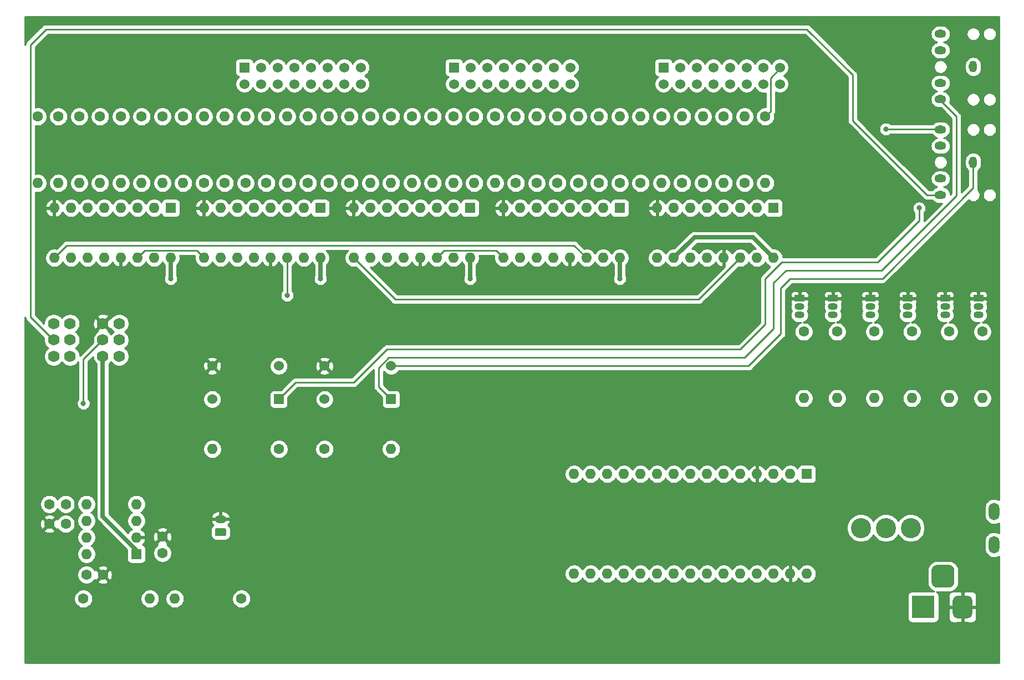
<source format=gbl>
G04 #@! TF.GenerationSoftware,KiCad,Pcbnew,(5.1.9)-1*
G04 #@! TF.CreationDate,2023-03-31T17:31:40-07:00*
G04 #@! TF.ProjectId,ECE5 v2,45434535-2076-4322-9e6b-696361645f70,rev?*
G04 #@! TF.SameCoordinates,Original*
G04 #@! TF.FileFunction,Copper,L2,Bot*
G04 #@! TF.FilePolarity,Positive*
%FSLAX46Y46*%
G04 Gerber Fmt 4.6, Leading zero omitted, Abs format (unit mm)*
G04 Created by KiCad (PCBNEW (5.1.9)-1) date 2023-03-31 17:31:40*
%MOMM*%
%LPD*%
G01*
G04 APERTURE LIST*
G04 #@! TA.AperFunction,ComponentPad*
%ADD10R,3.500000X3.500000*%
G04 #@! TD*
G04 #@! TA.AperFunction,ComponentPad*
%ADD11O,1.600000X1.600000*%
G04 #@! TD*
G04 #@! TA.AperFunction,ComponentPad*
%ADD12R,1.600000X1.600000*%
G04 #@! TD*
G04 #@! TA.AperFunction,ComponentPad*
%ADD13C,1.600000*%
G04 #@! TD*
G04 #@! TA.AperFunction,ComponentPad*
%ADD14C,1.524000*%
G04 #@! TD*
G04 #@! TA.AperFunction,ComponentPad*
%ADD15R,1.524000X1.524000*%
G04 #@! TD*
G04 #@! TA.AperFunction,ComponentPad*
%ADD16O,1.778000X1.270000*%
G04 #@! TD*
G04 #@! TA.AperFunction,ComponentPad*
%ADD17O,1.270000X1.778000*%
G04 #@! TD*
G04 #@! TA.AperFunction,ComponentPad*
%ADD18O,1.750000X1.200000*%
G04 #@! TD*
G04 #@! TA.AperFunction,ComponentPad*
%ADD19R,1.500000X1.050000*%
G04 #@! TD*
G04 #@! TA.AperFunction,ComponentPad*
%ADD20O,1.500000X1.050000*%
G04 #@! TD*
G04 #@! TA.AperFunction,ComponentPad*
%ADD21C,1.762000*%
G04 #@! TD*
G04 #@! TA.AperFunction,ComponentPad*
%ADD22C,3.070000*%
G04 #@! TD*
G04 #@! TA.AperFunction,ComponentPad*
%ADD23O,1.662000X2.662000*%
G04 #@! TD*
G04 #@! TA.AperFunction,ViaPad*
%ADD24C,0.800000*%
G04 #@! TD*
G04 #@! TA.AperFunction,Conductor*
%ADD25C,0.254000*%
G04 #@! TD*
G04 #@! TA.AperFunction,Conductor*
%ADD26C,0.635000*%
G04 #@! TD*
G04 #@! TA.AperFunction,Conductor*
%ADD27C,0.100000*%
G04 #@! TD*
G04 APERTURE END LIST*
D10*
X167795000Y-120805000D03*
G04 #@! TA.AperFunction,ComponentPad*
G36*
G01*
X175295000Y-119805000D02*
X175295000Y-121805000D01*
G75*
G02*
X174545000Y-122555000I-750000J0D01*
G01*
X173045000Y-122555000D01*
G75*
G02*
X172295000Y-121805000I0J750000D01*
G01*
X172295000Y-119805000D01*
G75*
G02*
X173045000Y-119055000I750000J0D01*
G01*
X174545000Y-119055000D01*
G75*
G02*
X175295000Y-119805000I0J-750000D01*
G01*
G37*
G04 #@! TD.AperFunction*
G04 #@! TA.AperFunction,ComponentPad*
G36*
G01*
X172545000Y-115230000D02*
X172545000Y-116980000D01*
G75*
G02*
X171670000Y-117855000I-875000J0D01*
G01*
X169920000Y-117855000D01*
G75*
G02*
X169045000Y-116980000I0J875000D01*
G01*
X169045000Y-115230000D01*
G75*
G02*
X169920000Y-114355000I875000J0D01*
G01*
X171670000Y-114355000D01*
G75*
G02*
X172545000Y-115230000I0J-875000D01*
G01*
G37*
G04 #@! TD.AperFunction*
D11*
X121440000Y-67465000D03*
X103660000Y-59845000D03*
X118900000Y-67465000D03*
X106200000Y-59845000D03*
X116360000Y-67465000D03*
X108740000Y-59845000D03*
X113820000Y-67465000D03*
X111280000Y-59845000D03*
X111280000Y-67465000D03*
X113820000Y-59845000D03*
X108740000Y-67465000D03*
X116360000Y-59845000D03*
X106200000Y-67465000D03*
X118900000Y-59845000D03*
X103660000Y-67465000D03*
D12*
X121440000Y-59845000D03*
D13*
X39525000Y-119535000D03*
D11*
X49685000Y-119535000D03*
D14*
X59210000Y-89055000D03*
X59210000Y-83975000D03*
D15*
X69370000Y-89055000D03*
D14*
X69370000Y-83975000D03*
D12*
X150015000Y-100485000D03*
D11*
X116995000Y-115725000D03*
X147475000Y-100485000D03*
X119535000Y-115725000D03*
X144935000Y-100485000D03*
X122075000Y-115725000D03*
X142395000Y-100485000D03*
X124615000Y-115725000D03*
X139855000Y-100485000D03*
X127155000Y-115725000D03*
X137315000Y-100485000D03*
X129695000Y-115725000D03*
X134775000Y-100485000D03*
X132235000Y-115725000D03*
X132235000Y-100485000D03*
X134775000Y-115725000D03*
X129695000Y-100485000D03*
X137315000Y-115725000D03*
X127155000Y-100485000D03*
X139855000Y-115725000D03*
X124615000Y-100485000D03*
X142395000Y-115725000D03*
X122075000Y-100485000D03*
X144935000Y-115725000D03*
X119535000Y-100485000D03*
X147475000Y-115725000D03*
X116995000Y-100485000D03*
X150015000Y-115725000D03*
X114455000Y-100485000D03*
X114455000Y-115725000D03*
D13*
X36830000Y-105085000D03*
X34330000Y-105085000D03*
X40005000Y-115880000D03*
X42505000Y-115880000D03*
X51590000Y-110050000D03*
X51590000Y-112550000D03*
X36830000Y-108105000D03*
X34330000Y-108105000D03*
D16*
X170415000Y-33255000D03*
X170415000Y-35755000D03*
X170415000Y-40755000D03*
X170415000Y-43255000D03*
D17*
X175415000Y-38255000D03*
X175415000Y-52860000D03*
D16*
X170415000Y-57860000D03*
X170415000Y-55360000D03*
X170415000Y-50360000D03*
X170415000Y-47860000D03*
D14*
X74269914Y-40900000D03*
X71729914Y-40900000D03*
X76809914Y-40900000D03*
X79349914Y-40900000D03*
X81889914Y-40900000D03*
X69189914Y-40900000D03*
X66649914Y-40900000D03*
X64109914Y-40900000D03*
X74269914Y-38360000D03*
X76809914Y-38360000D03*
X71729914Y-38360000D03*
X79349914Y-38360000D03*
X81889914Y-38360000D03*
X69189914Y-38360000D03*
X66649914Y-38360000D03*
D15*
X64109914Y-38360000D03*
D14*
X106270000Y-40900000D03*
X103730000Y-40900000D03*
X108810000Y-40900000D03*
X111350000Y-40900000D03*
X113890000Y-40900000D03*
X101190000Y-40900000D03*
X98650000Y-40900000D03*
X96110000Y-40900000D03*
X106270000Y-38360000D03*
X108810000Y-38360000D03*
X103730000Y-38360000D03*
X111350000Y-38360000D03*
X113890000Y-38360000D03*
X101190000Y-38360000D03*
X98650000Y-38360000D03*
D15*
X96110000Y-38360000D03*
X128110086Y-38360000D03*
D14*
X130650086Y-38360000D03*
X133190086Y-38360000D03*
X145890086Y-38360000D03*
X143350086Y-38360000D03*
X135730086Y-38360000D03*
X140810086Y-38360000D03*
X138270086Y-38360000D03*
X128110086Y-40900000D03*
X130650086Y-40900000D03*
X133190086Y-40900000D03*
X145890086Y-40900000D03*
X143350086Y-40900000D03*
X140810086Y-40900000D03*
X135730086Y-40900000D03*
X138270086Y-40900000D03*
G04 #@! TA.AperFunction,ComponentPad*
G36*
G01*
X61105001Y-109975000D02*
X59854999Y-109975000D01*
G75*
G02*
X59605000Y-109725001I0J249999D01*
G01*
X59605000Y-109024999D01*
G75*
G02*
X59854999Y-108775000I249999J0D01*
G01*
X61105001Y-108775000D01*
G75*
G02*
X61355000Y-109024999I0J-249999D01*
G01*
X61355000Y-109725001D01*
G75*
G02*
X61105001Y-109975000I-249999J0D01*
G01*
G37*
G04 #@! TD.AperFunction*
D18*
X60480000Y-107375000D03*
D19*
X148900000Y-73660000D03*
D20*
X148900000Y-76200000D03*
X148900000Y-74930000D03*
D19*
X171125000Y-73660000D03*
D20*
X171125000Y-76200000D03*
X171125000Y-74930000D03*
X176205000Y-74930000D03*
X176205000Y-76200000D03*
D19*
X176205000Y-73660000D03*
D20*
X153980000Y-74930000D03*
X153980000Y-76200000D03*
D19*
X153980000Y-73660000D03*
X159695000Y-73660000D03*
D20*
X159695000Y-76200000D03*
X159695000Y-74930000D03*
X165410000Y-74930000D03*
X165410000Y-76200000D03*
D19*
X165410000Y-73660000D03*
D13*
X57940000Y-56035000D03*
D11*
X57940000Y-45875000D03*
X54765000Y-56035000D03*
D13*
X54765000Y-45875000D03*
D11*
X61115000Y-45875000D03*
D13*
X61115000Y-56035000D03*
D11*
X51590000Y-56035000D03*
D13*
X51590000Y-45875000D03*
X64290000Y-56035000D03*
D11*
X64290000Y-45875000D03*
D13*
X48415000Y-45875000D03*
D11*
X48415000Y-56035000D03*
X67465000Y-45875000D03*
D13*
X67465000Y-56035000D03*
D11*
X45240000Y-56035000D03*
D13*
X45240000Y-45875000D03*
X70640000Y-56035000D03*
D11*
X70640000Y-45875000D03*
D13*
X42065000Y-45875000D03*
D11*
X42065000Y-56035000D03*
X73815000Y-45875000D03*
D13*
X73815000Y-56035000D03*
D11*
X38890000Y-56035000D03*
D13*
X38890000Y-45875000D03*
X76355000Y-96675000D03*
D11*
X86515000Y-96675000D03*
X59210000Y-96675000D03*
D13*
X69370000Y-96675000D03*
X76990000Y-56035000D03*
D11*
X76990000Y-45875000D03*
D13*
X35715000Y-45875000D03*
D11*
X35715000Y-56035000D03*
X80165000Y-45875000D03*
D13*
X80165000Y-56035000D03*
D11*
X32540000Y-56035000D03*
D13*
X32540000Y-45875000D03*
X63655000Y-119535000D03*
D11*
X53495000Y-119535000D03*
X105565000Y-45875000D03*
D13*
X105565000Y-56035000D03*
X102390000Y-45875000D03*
D11*
X102390000Y-56035000D03*
D13*
X108740000Y-56035000D03*
D11*
X108740000Y-45875000D03*
D13*
X99215000Y-45875000D03*
D11*
X99215000Y-56035000D03*
D13*
X111915000Y-56035000D03*
D11*
X111915000Y-45875000D03*
D13*
X96040000Y-45875000D03*
D11*
X96040000Y-56035000D03*
X115090000Y-45875000D03*
D13*
X115090000Y-56035000D03*
D11*
X92865000Y-56035000D03*
D13*
X92865000Y-45875000D03*
D11*
X118265000Y-45875000D03*
D13*
X118265000Y-56035000D03*
D11*
X89690000Y-56035000D03*
D13*
X89690000Y-45875000D03*
X121440000Y-56035000D03*
D11*
X121440000Y-45875000D03*
X86515000Y-56035000D03*
D13*
X86515000Y-45875000D03*
D11*
X124615000Y-45875000D03*
D13*
X124615000Y-56035000D03*
X83340000Y-45875000D03*
D11*
X83340000Y-56035000D03*
X130965000Y-45875000D03*
D13*
X130965000Y-56035000D03*
D11*
X127790000Y-56035000D03*
D13*
X127790000Y-45875000D03*
X134140000Y-56035000D03*
D11*
X134140000Y-45875000D03*
D13*
X137315000Y-45875000D03*
D11*
X137315000Y-56035000D03*
X140490000Y-45875000D03*
D13*
X140490000Y-56035000D03*
D11*
X143665000Y-56035000D03*
D13*
X143665000Y-45875000D03*
X149535000Y-78740000D03*
D11*
X149535000Y-88900000D03*
X171760000Y-88900000D03*
D13*
X171760000Y-78740000D03*
X176840000Y-78740000D03*
D11*
X176840000Y-88900000D03*
D13*
X154615000Y-78740000D03*
D11*
X154615000Y-88900000D03*
X160330000Y-88900000D03*
D13*
X160330000Y-78740000D03*
X166045000Y-78740000D03*
D11*
X166045000Y-88900000D03*
D21*
X42494900Y-79999900D03*
X42494900Y-77499900D03*
X42494900Y-82499900D03*
X44994900Y-77499900D03*
X44994900Y-79999900D03*
X44994900Y-82499900D03*
X37494900Y-82499900D03*
X34994900Y-77499900D03*
X34994900Y-79999900D03*
X37494900Y-79999900D03*
X34994900Y-82499900D03*
X37494900Y-77499900D03*
D22*
X165890000Y-108740000D03*
X162080000Y-108740000D03*
X158270000Y-108740000D03*
D23*
X178590000Y-111280000D03*
X178590000Y-106200000D03*
D14*
X86515000Y-83975000D03*
D15*
X86515000Y-89055000D03*
D14*
X76355000Y-83975000D03*
X76355000Y-89055000D03*
D12*
X75720000Y-59845000D03*
D11*
X57940000Y-67465000D03*
X73180000Y-59845000D03*
X60480000Y-67465000D03*
X70640000Y-59845000D03*
X63020000Y-67465000D03*
X68100000Y-59845000D03*
X65560000Y-67465000D03*
X65560000Y-59845000D03*
X68100000Y-67465000D03*
X63020000Y-59845000D03*
X70640000Y-67465000D03*
X60480000Y-59845000D03*
X73180000Y-67465000D03*
X57940000Y-59845000D03*
X75720000Y-67465000D03*
X52860000Y-67465000D03*
X35080000Y-59845000D03*
X50320000Y-67465000D03*
X37620000Y-59845000D03*
X47780000Y-67465000D03*
X40160000Y-59845000D03*
X45240000Y-67465000D03*
X42700000Y-59845000D03*
X42700000Y-67465000D03*
X45240000Y-59845000D03*
X40160000Y-67465000D03*
X47780000Y-59845000D03*
X37620000Y-67465000D03*
X50320000Y-59845000D03*
X35080000Y-67465000D03*
D12*
X52860000Y-59845000D03*
X47625000Y-112705000D03*
D11*
X40005000Y-105085000D03*
X47625000Y-110165000D03*
X40005000Y-107625000D03*
X47625000Y-107625000D03*
X40005000Y-110165000D03*
X47625000Y-105085000D03*
X40005000Y-112705000D03*
D12*
X98580000Y-59845000D03*
D11*
X80800000Y-67465000D03*
X96040000Y-59845000D03*
X83340000Y-67465000D03*
X93500000Y-59845000D03*
X85880000Y-67465000D03*
X90960000Y-59845000D03*
X88420000Y-67465000D03*
X88420000Y-59845000D03*
X90960000Y-67465000D03*
X85880000Y-59845000D03*
X93500000Y-67465000D03*
X83340000Y-59845000D03*
X96040000Y-67465000D03*
X80800000Y-59845000D03*
X98580000Y-67465000D03*
D12*
X144935000Y-59845000D03*
D11*
X127155000Y-67465000D03*
X142395000Y-59845000D03*
X129695000Y-67465000D03*
X139855000Y-59845000D03*
X132235000Y-67465000D03*
X137315000Y-59845000D03*
X134775000Y-67465000D03*
X134775000Y-59845000D03*
X137315000Y-67465000D03*
X132235000Y-59845000D03*
X139855000Y-67465000D03*
X129695000Y-59845000D03*
X142395000Y-67465000D03*
X127155000Y-59845000D03*
X144935000Y-67465000D03*
D24*
X39525000Y-89690000D03*
X111915000Y-71910000D03*
X113820000Y-71910000D03*
X115725000Y-71910000D03*
X111915000Y-76355000D03*
X113820000Y-76355000D03*
X115725000Y-76355000D03*
X70640000Y-73180000D03*
X52860000Y-70640000D03*
X75720000Y-70640000D03*
X121440000Y-70640000D03*
X98580000Y-70640000D03*
X167160000Y-59845000D03*
X162080000Y-47780000D03*
D25*
X42494900Y-79999900D02*
X39525000Y-82969800D01*
X39525000Y-82969800D02*
X39525000Y-89690000D01*
X39525000Y-89690000D02*
X39525000Y-89690000D01*
X70640000Y-73180000D02*
X70640000Y-67465000D01*
D26*
X52860000Y-67465000D02*
X52860000Y-70640000D01*
X75720000Y-67465000D02*
X75720000Y-70640000D01*
X121440000Y-67465000D02*
X121440000Y-70640000D01*
X98580000Y-67465000D02*
X98580000Y-70640000D01*
X143617499Y-66147499D02*
X144935000Y-67465000D01*
X141760000Y-64290000D02*
X143617499Y-66147499D01*
X132870000Y-64290000D02*
X141760000Y-64290000D01*
X129695000Y-67465000D02*
X132870000Y-64290000D01*
X42494900Y-106984802D02*
X47780000Y-112269902D01*
X42494900Y-82499900D02*
X42494900Y-106984802D01*
X47780000Y-112269902D02*
X47780000Y-112550000D01*
D25*
X144464999Y-45075001D02*
X144464999Y-39995001D01*
X143665000Y-45875000D02*
X144464999Y-45075001D01*
X144464999Y-39995001D02*
X146205000Y-38255000D01*
X167160000Y-59845000D02*
X167160000Y-59845000D01*
X143665000Y-77625000D02*
X143665000Y-70640000D01*
X85880000Y-81435000D02*
X139855000Y-81435000D01*
X80800000Y-86515000D02*
X85880000Y-81435000D01*
X139855000Y-81435000D02*
X143665000Y-77625000D01*
X71910000Y-86515000D02*
X80800000Y-86515000D01*
X69370000Y-89055000D02*
X71910000Y-86515000D01*
X145570000Y-68735000D02*
X146205000Y-68100000D01*
X144935000Y-69370000D02*
X146205000Y-68100000D01*
X143665000Y-70640000D02*
X144935000Y-69370000D01*
X144935000Y-69370000D02*
X145570000Y-68735000D01*
X146205000Y-68100000D02*
X160810000Y-68100000D01*
X167160000Y-61750000D02*
X167160000Y-59845000D01*
X160810000Y-68100000D02*
X167160000Y-61750000D01*
X141125000Y-83975000D02*
X86515000Y-83975000D01*
X147482066Y-70640000D02*
X146024010Y-72098056D01*
X146024010Y-79075990D02*
X141125000Y-83975000D01*
X161559038Y-70640000D02*
X147482066Y-70640000D01*
X146024010Y-72098056D02*
X146024010Y-79075990D01*
X175415000Y-56784038D02*
X161559038Y-70640000D01*
X175415000Y-52860000D02*
X175415000Y-56784038D01*
X170415000Y-57860000D02*
X168350000Y-57860000D01*
X168350000Y-57860000D02*
X157000000Y-46510000D01*
X157000000Y-46510000D02*
X157000000Y-39525000D01*
X157000000Y-39525000D02*
X150015000Y-32540000D01*
X150015000Y-32540000D02*
X33810000Y-32540000D01*
X31412999Y-34937001D02*
X31412999Y-76497999D01*
X33810000Y-32540000D02*
X31412999Y-34937001D01*
X31412999Y-76497999D02*
X35080000Y-80165000D01*
X162080000Y-47780000D02*
X170335000Y-47780000D01*
X172875000Y-45875000D02*
X170335000Y-43335000D01*
X161445000Y-69370000D02*
X172875000Y-57940000D01*
X144935000Y-71282066D02*
X146847066Y-69370000D01*
X170335000Y-43335000D02*
X171949487Y-44949487D01*
X144935000Y-78260000D02*
X144935000Y-71282066D01*
X84610000Y-84268278D02*
X86173278Y-82705000D01*
X172875000Y-57940000D02*
X172875000Y-45875000D01*
X140490000Y-82705000D02*
X144935000Y-78260000D01*
X84610000Y-87150000D02*
X84610000Y-84268278D01*
X146847066Y-69370000D02*
X161445000Y-69370000D01*
X86173278Y-82705000D02*
X140490000Y-82705000D01*
X86515000Y-89055000D02*
X84610000Y-87150000D01*
X56812999Y-66337999D02*
X48907001Y-66337999D01*
X57940000Y-67465000D02*
X56812999Y-66337999D01*
X48907001Y-66337999D02*
X47780000Y-67465000D01*
X35080000Y-67465000D02*
X36985000Y-65560000D01*
X36985000Y-65560000D02*
X114455000Y-65560000D01*
X114455000Y-65560000D02*
X116360000Y-67465000D01*
X94627001Y-66337999D02*
X98039039Y-66337999D01*
X93500000Y-67465000D02*
X94627001Y-66337999D01*
X98039039Y-66337999D02*
X102532999Y-66337999D01*
X102532999Y-66337999D02*
X103660000Y-67465000D01*
X139855000Y-67465000D02*
X133505000Y-73815000D01*
X133505000Y-73815000D02*
X87150000Y-73815000D01*
X87150000Y-73815000D02*
X80800000Y-67465000D01*
X179352301Y-104445179D02*
X179153727Y-104339040D01*
X178877385Y-104255212D01*
X178590000Y-104226907D01*
X178302614Y-104255212D01*
X178026272Y-104339040D01*
X177771593Y-104475168D01*
X177548366Y-104658367D01*
X177365168Y-104881594D01*
X177229040Y-105136273D01*
X177145212Y-105412615D01*
X177124000Y-105627984D01*
X177124000Y-106772017D01*
X177145212Y-106987386D01*
X177229040Y-107263728D01*
X177365168Y-107518407D01*
X177548367Y-107741634D01*
X177771594Y-107924832D01*
X178026273Y-108060960D01*
X178302615Y-108144788D01*
X178590000Y-108173093D01*
X178877386Y-108144788D01*
X179153728Y-108060960D01*
X179352301Y-107954821D01*
X179352301Y-109525179D01*
X179153727Y-109419040D01*
X178877385Y-109335212D01*
X178590000Y-109306907D01*
X178302614Y-109335212D01*
X178026272Y-109419040D01*
X177771593Y-109555168D01*
X177548366Y-109738367D01*
X177365168Y-109961594D01*
X177229040Y-110216273D01*
X177145212Y-110492615D01*
X177124000Y-110707984D01*
X177124000Y-111852017D01*
X177145212Y-112067386D01*
X177229040Y-112343728D01*
X177365168Y-112598407D01*
X177548367Y-112821634D01*
X177771594Y-113004832D01*
X178026273Y-113140960D01*
X178302615Y-113224788D01*
X178590000Y-113253093D01*
X178877386Y-113224788D01*
X179153728Y-113140960D01*
X179352301Y-113034821D01*
X179352301Y-129352300D01*
X30647700Y-129352300D01*
X30647700Y-119393665D01*
X38090000Y-119393665D01*
X38090000Y-119676335D01*
X38145147Y-119953574D01*
X38253320Y-120214727D01*
X38410363Y-120449759D01*
X38610241Y-120649637D01*
X38845273Y-120806680D01*
X39106426Y-120914853D01*
X39383665Y-120970000D01*
X39666335Y-120970000D01*
X39943574Y-120914853D01*
X40204727Y-120806680D01*
X40439759Y-120649637D01*
X40639637Y-120449759D01*
X40796680Y-120214727D01*
X40904853Y-119953574D01*
X40960000Y-119676335D01*
X40960000Y-119393665D01*
X48250000Y-119393665D01*
X48250000Y-119676335D01*
X48305147Y-119953574D01*
X48413320Y-120214727D01*
X48570363Y-120449759D01*
X48770241Y-120649637D01*
X49005273Y-120806680D01*
X49266426Y-120914853D01*
X49543665Y-120970000D01*
X49826335Y-120970000D01*
X50103574Y-120914853D01*
X50364727Y-120806680D01*
X50599759Y-120649637D01*
X50799637Y-120449759D01*
X50956680Y-120214727D01*
X51064853Y-119953574D01*
X51120000Y-119676335D01*
X51120000Y-119393665D01*
X52060000Y-119393665D01*
X52060000Y-119676335D01*
X52115147Y-119953574D01*
X52223320Y-120214727D01*
X52380363Y-120449759D01*
X52580241Y-120649637D01*
X52815273Y-120806680D01*
X53076426Y-120914853D01*
X53353665Y-120970000D01*
X53636335Y-120970000D01*
X53913574Y-120914853D01*
X54174727Y-120806680D01*
X54409759Y-120649637D01*
X54609637Y-120449759D01*
X54766680Y-120214727D01*
X54874853Y-119953574D01*
X54930000Y-119676335D01*
X54930000Y-119393665D01*
X62220000Y-119393665D01*
X62220000Y-119676335D01*
X62275147Y-119953574D01*
X62383320Y-120214727D01*
X62540363Y-120449759D01*
X62740241Y-120649637D01*
X62975273Y-120806680D01*
X63236426Y-120914853D01*
X63513665Y-120970000D01*
X63796335Y-120970000D01*
X64073574Y-120914853D01*
X64334727Y-120806680D01*
X64569759Y-120649637D01*
X64769637Y-120449759D01*
X64926680Y-120214727D01*
X65034853Y-119953574D01*
X65090000Y-119676335D01*
X65090000Y-119393665D01*
X65034853Y-119116426D01*
X65009410Y-119055000D01*
X165406928Y-119055000D01*
X165406928Y-122555000D01*
X165419188Y-122679482D01*
X165455498Y-122799180D01*
X165514463Y-122909494D01*
X165593815Y-123006185D01*
X165690506Y-123085537D01*
X165800820Y-123144502D01*
X165920518Y-123180812D01*
X166045000Y-123193072D01*
X169545000Y-123193072D01*
X169669482Y-123180812D01*
X169789180Y-123144502D01*
X169899494Y-123085537D01*
X169996185Y-123006185D01*
X170075537Y-122909494D01*
X170134502Y-122799180D01*
X170170812Y-122679482D01*
X170183072Y-122555000D01*
X171656928Y-122555000D01*
X171669188Y-122679482D01*
X171705498Y-122799180D01*
X171764463Y-122909494D01*
X171843815Y-123006185D01*
X171940506Y-123085537D01*
X172050820Y-123144502D01*
X172170518Y-123180812D01*
X172295000Y-123193072D01*
X173509250Y-123190000D01*
X173668000Y-123031250D01*
X173668000Y-120932000D01*
X173922000Y-120932000D01*
X173922000Y-123031250D01*
X174080750Y-123190000D01*
X175295000Y-123193072D01*
X175419482Y-123180812D01*
X175539180Y-123144502D01*
X175649494Y-123085537D01*
X175746185Y-123006185D01*
X175825537Y-122909494D01*
X175884502Y-122799180D01*
X175920812Y-122679482D01*
X175933072Y-122555000D01*
X175930000Y-121090750D01*
X175771250Y-120932000D01*
X173922000Y-120932000D01*
X173668000Y-120932000D01*
X171818750Y-120932000D01*
X171660000Y-121090750D01*
X171656928Y-122555000D01*
X170183072Y-122555000D01*
X170183072Y-119055000D01*
X171656928Y-119055000D01*
X171660000Y-120519250D01*
X171818750Y-120678000D01*
X173668000Y-120678000D01*
X173668000Y-118578750D01*
X173922000Y-118578750D01*
X173922000Y-120678000D01*
X175771250Y-120678000D01*
X175930000Y-120519250D01*
X175933072Y-119055000D01*
X175920812Y-118930518D01*
X175884502Y-118810820D01*
X175825537Y-118700506D01*
X175746185Y-118603815D01*
X175649494Y-118524463D01*
X175539180Y-118465498D01*
X175419482Y-118429188D01*
X175295000Y-118416928D01*
X174080750Y-118420000D01*
X173922000Y-118578750D01*
X173668000Y-118578750D01*
X173509250Y-118420000D01*
X172295000Y-118416928D01*
X172170518Y-118429188D01*
X172050820Y-118465498D01*
X171940506Y-118524463D01*
X171843815Y-118603815D01*
X171764463Y-118700506D01*
X171705498Y-118810820D01*
X171669188Y-118930518D01*
X171656928Y-119055000D01*
X170183072Y-119055000D01*
X170170812Y-118930518D01*
X170134502Y-118810820D01*
X170075537Y-118700506D01*
X169996185Y-118603815D01*
X169899494Y-118524463D01*
X169822869Y-118483506D01*
X169920000Y-118493072D01*
X171670000Y-118493072D01*
X171965186Y-118463999D01*
X172249028Y-118377896D01*
X172510618Y-118238073D01*
X172739903Y-118049903D01*
X172928073Y-117820618D01*
X173067896Y-117559028D01*
X173153999Y-117275186D01*
X173183072Y-116980000D01*
X173183072Y-115230000D01*
X173153999Y-114934814D01*
X173067896Y-114650972D01*
X172928073Y-114389382D01*
X172739903Y-114160097D01*
X172510618Y-113971927D01*
X172249028Y-113832104D01*
X171965186Y-113746001D01*
X171670000Y-113716928D01*
X169920000Y-113716928D01*
X169624814Y-113746001D01*
X169340972Y-113832104D01*
X169079382Y-113971927D01*
X168850097Y-114160097D01*
X168661927Y-114389382D01*
X168522104Y-114650972D01*
X168436001Y-114934814D01*
X168406928Y-115230000D01*
X168406928Y-116980000D01*
X168436001Y-117275186D01*
X168522104Y-117559028D01*
X168661927Y-117820618D01*
X168850097Y-118049903D01*
X169079382Y-118238073D01*
X169340972Y-118377896D01*
X169469643Y-118416928D01*
X166045000Y-118416928D01*
X165920518Y-118429188D01*
X165800820Y-118465498D01*
X165690506Y-118524463D01*
X165593815Y-118603815D01*
X165514463Y-118700506D01*
X165455498Y-118810820D01*
X165419188Y-118930518D01*
X165406928Y-119055000D01*
X65009410Y-119055000D01*
X64926680Y-118855273D01*
X64769637Y-118620241D01*
X64569759Y-118420363D01*
X64334727Y-118263320D01*
X64073574Y-118155147D01*
X63796335Y-118100000D01*
X63513665Y-118100000D01*
X63236426Y-118155147D01*
X62975273Y-118263320D01*
X62740241Y-118420363D01*
X62540363Y-118620241D01*
X62383320Y-118855273D01*
X62275147Y-119116426D01*
X62220000Y-119393665D01*
X54930000Y-119393665D01*
X54874853Y-119116426D01*
X54766680Y-118855273D01*
X54609637Y-118620241D01*
X54409759Y-118420363D01*
X54174727Y-118263320D01*
X53913574Y-118155147D01*
X53636335Y-118100000D01*
X53353665Y-118100000D01*
X53076426Y-118155147D01*
X52815273Y-118263320D01*
X52580241Y-118420363D01*
X52380363Y-118620241D01*
X52223320Y-118855273D01*
X52115147Y-119116426D01*
X52060000Y-119393665D01*
X51120000Y-119393665D01*
X51064853Y-119116426D01*
X50956680Y-118855273D01*
X50799637Y-118620241D01*
X50599759Y-118420363D01*
X50364727Y-118263320D01*
X50103574Y-118155147D01*
X49826335Y-118100000D01*
X49543665Y-118100000D01*
X49266426Y-118155147D01*
X49005273Y-118263320D01*
X48770241Y-118420363D01*
X48570363Y-118620241D01*
X48413320Y-118855273D01*
X48305147Y-119116426D01*
X48250000Y-119393665D01*
X40960000Y-119393665D01*
X40904853Y-119116426D01*
X40796680Y-118855273D01*
X40639637Y-118620241D01*
X40439759Y-118420363D01*
X40204727Y-118263320D01*
X39943574Y-118155147D01*
X39666335Y-118100000D01*
X39383665Y-118100000D01*
X39106426Y-118155147D01*
X38845273Y-118263320D01*
X38610241Y-118420363D01*
X38410363Y-118620241D01*
X38253320Y-118855273D01*
X38145147Y-119116426D01*
X38090000Y-119393665D01*
X30647700Y-119393665D01*
X30647700Y-115738665D01*
X38570000Y-115738665D01*
X38570000Y-116021335D01*
X38625147Y-116298574D01*
X38733320Y-116559727D01*
X38890363Y-116794759D01*
X39090241Y-116994637D01*
X39325273Y-117151680D01*
X39586426Y-117259853D01*
X39863665Y-117315000D01*
X40146335Y-117315000D01*
X40423574Y-117259853D01*
X40684727Y-117151680D01*
X40919759Y-116994637D01*
X41041694Y-116872702D01*
X41691903Y-116872702D01*
X41763486Y-117116671D01*
X42018996Y-117237571D01*
X42293184Y-117306300D01*
X42575512Y-117320217D01*
X42855130Y-117278787D01*
X43121292Y-117183603D01*
X43246514Y-117116671D01*
X43318097Y-116872702D01*
X42505000Y-116059605D01*
X41691903Y-116872702D01*
X41041694Y-116872702D01*
X41119637Y-116794759D01*
X41253692Y-116594131D01*
X41268329Y-116621514D01*
X41512298Y-116693097D01*
X42325395Y-115880000D01*
X42684605Y-115880000D01*
X43497702Y-116693097D01*
X43741671Y-116621514D01*
X43862571Y-116366004D01*
X43931300Y-116091816D01*
X43945217Y-115809488D01*
X43911758Y-115583665D01*
X113020000Y-115583665D01*
X113020000Y-115866335D01*
X113075147Y-116143574D01*
X113183320Y-116404727D01*
X113340363Y-116639759D01*
X113540241Y-116839637D01*
X113775273Y-116996680D01*
X114036426Y-117104853D01*
X114313665Y-117160000D01*
X114596335Y-117160000D01*
X114873574Y-117104853D01*
X115134727Y-116996680D01*
X115369759Y-116839637D01*
X115569637Y-116639759D01*
X115725000Y-116407241D01*
X115880363Y-116639759D01*
X116080241Y-116839637D01*
X116315273Y-116996680D01*
X116576426Y-117104853D01*
X116853665Y-117160000D01*
X117136335Y-117160000D01*
X117413574Y-117104853D01*
X117674727Y-116996680D01*
X117909759Y-116839637D01*
X118109637Y-116639759D01*
X118265000Y-116407241D01*
X118420363Y-116639759D01*
X118620241Y-116839637D01*
X118855273Y-116996680D01*
X119116426Y-117104853D01*
X119393665Y-117160000D01*
X119676335Y-117160000D01*
X119953574Y-117104853D01*
X120214727Y-116996680D01*
X120449759Y-116839637D01*
X120649637Y-116639759D01*
X120805000Y-116407241D01*
X120960363Y-116639759D01*
X121160241Y-116839637D01*
X121395273Y-116996680D01*
X121656426Y-117104853D01*
X121933665Y-117160000D01*
X122216335Y-117160000D01*
X122493574Y-117104853D01*
X122754727Y-116996680D01*
X122989759Y-116839637D01*
X123189637Y-116639759D01*
X123345000Y-116407241D01*
X123500363Y-116639759D01*
X123700241Y-116839637D01*
X123935273Y-116996680D01*
X124196426Y-117104853D01*
X124473665Y-117160000D01*
X124756335Y-117160000D01*
X125033574Y-117104853D01*
X125294727Y-116996680D01*
X125529759Y-116839637D01*
X125729637Y-116639759D01*
X125885000Y-116407241D01*
X126040363Y-116639759D01*
X126240241Y-116839637D01*
X126475273Y-116996680D01*
X126736426Y-117104853D01*
X127013665Y-117160000D01*
X127296335Y-117160000D01*
X127573574Y-117104853D01*
X127834727Y-116996680D01*
X128069759Y-116839637D01*
X128269637Y-116639759D01*
X128425000Y-116407241D01*
X128580363Y-116639759D01*
X128780241Y-116839637D01*
X129015273Y-116996680D01*
X129276426Y-117104853D01*
X129553665Y-117160000D01*
X129836335Y-117160000D01*
X130113574Y-117104853D01*
X130374727Y-116996680D01*
X130609759Y-116839637D01*
X130809637Y-116639759D01*
X130965000Y-116407241D01*
X131120363Y-116639759D01*
X131320241Y-116839637D01*
X131555273Y-116996680D01*
X131816426Y-117104853D01*
X132093665Y-117160000D01*
X132376335Y-117160000D01*
X132653574Y-117104853D01*
X132914727Y-116996680D01*
X133149759Y-116839637D01*
X133349637Y-116639759D01*
X133505000Y-116407241D01*
X133660363Y-116639759D01*
X133860241Y-116839637D01*
X134095273Y-116996680D01*
X134356426Y-117104853D01*
X134633665Y-117160000D01*
X134916335Y-117160000D01*
X135193574Y-117104853D01*
X135454727Y-116996680D01*
X135689759Y-116839637D01*
X135889637Y-116639759D01*
X136045000Y-116407241D01*
X136200363Y-116639759D01*
X136400241Y-116839637D01*
X136635273Y-116996680D01*
X136896426Y-117104853D01*
X137173665Y-117160000D01*
X137456335Y-117160000D01*
X137733574Y-117104853D01*
X137994727Y-116996680D01*
X138229759Y-116839637D01*
X138429637Y-116639759D01*
X138585000Y-116407241D01*
X138740363Y-116639759D01*
X138940241Y-116839637D01*
X139175273Y-116996680D01*
X139436426Y-117104853D01*
X139713665Y-117160000D01*
X139996335Y-117160000D01*
X140273574Y-117104853D01*
X140534727Y-116996680D01*
X140769759Y-116839637D01*
X140969637Y-116639759D01*
X141125000Y-116407241D01*
X141280363Y-116639759D01*
X141480241Y-116839637D01*
X141715273Y-116996680D01*
X141976426Y-117104853D01*
X142253665Y-117160000D01*
X142536335Y-117160000D01*
X142813574Y-117104853D01*
X143074727Y-116996680D01*
X143309759Y-116839637D01*
X143509637Y-116639759D01*
X143665000Y-116407241D01*
X143820363Y-116639759D01*
X144020241Y-116839637D01*
X144255273Y-116996680D01*
X144516426Y-117104853D01*
X144793665Y-117160000D01*
X145076335Y-117160000D01*
X145353574Y-117104853D01*
X145614727Y-116996680D01*
X145849759Y-116839637D01*
X146049637Y-116639759D01*
X146206680Y-116404727D01*
X146211067Y-116394135D01*
X146322615Y-116580131D01*
X146511586Y-116788519D01*
X146737580Y-116956037D01*
X146991913Y-117076246D01*
X147125961Y-117116904D01*
X147348000Y-116994915D01*
X147348000Y-115852000D01*
X147328000Y-115852000D01*
X147328000Y-115598000D01*
X147348000Y-115598000D01*
X147348000Y-114455085D01*
X147602000Y-114455085D01*
X147602000Y-115598000D01*
X147622000Y-115598000D01*
X147622000Y-115852000D01*
X147602000Y-115852000D01*
X147602000Y-116994915D01*
X147824039Y-117116904D01*
X147958087Y-117076246D01*
X148212420Y-116956037D01*
X148438414Y-116788519D01*
X148627385Y-116580131D01*
X148738933Y-116394135D01*
X148743320Y-116404727D01*
X148900363Y-116639759D01*
X149100241Y-116839637D01*
X149335273Y-116996680D01*
X149596426Y-117104853D01*
X149873665Y-117160000D01*
X150156335Y-117160000D01*
X150433574Y-117104853D01*
X150694727Y-116996680D01*
X150929759Y-116839637D01*
X151129637Y-116639759D01*
X151286680Y-116404727D01*
X151394853Y-116143574D01*
X151450000Y-115866335D01*
X151450000Y-115583665D01*
X151394853Y-115306426D01*
X151286680Y-115045273D01*
X151129637Y-114810241D01*
X150929759Y-114610363D01*
X150694727Y-114453320D01*
X150433574Y-114345147D01*
X150156335Y-114290000D01*
X149873665Y-114290000D01*
X149596426Y-114345147D01*
X149335273Y-114453320D01*
X149100241Y-114610363D01*
X148900363Y-114810241D01*
X148743320Y-115045273D01*
X148738933Y-115055865D01*
X148627385Y-114869869D01*
X148438414Y-114661481D01*
X148212420Y-114493963D01*
X147958087Y-114373754D01*
X147824039Y-114333096D01*
X147602000Y-114455085D01*
X147348000Y-114455085D01*
X147125961Y-114333096D01*
X146991913Y-114373754D01*
X146737580Y-114493963D01*
X146511586Y-114661481D01*
X146322615Y-114869869D01*
X146211067Y-115055865D01*
X146206680Y-115045273D01*
X146049637Y-114810241D01*
X145849759Y-114610363D01*
X145614727Y-114453320D01*
X145353574Y-114345147D01*
X145076335Y-114290000D01*
X144793665Y-114290000D01*
X144516426Y-114345147D01*
X144255273Y-114453320D01*
X144020241Y-114610363D01*
X143820363Y-114810241D01*
X143665000Y-115042759D01*
X143509637Y-114810241D01*
X143309759Y-114610363D01*
X143074727Y-114453320D01*
X142813574Y-114345147D01*
X142536335Y-114290000D01*
X142253665Y-114290000D01*
X141976426Y-114345147D01*
X141715273Y-114453320D01*
X141480241Y-114610363D01*
X141280363Y-114810241D01*
X141125000Y-115042759D01*
X140969637Y-114810241D01*
X140769759Y-114610363D01*
X140534727Y-114453320D01*
X140273574Y-114345147D01*
X139996335Y-114290000D01*
X139713665Y-114290000D01*
X139436426Y-114345147D01*
X139175273Y-114453320D01*
X138940241Y-114610363D01*
X138740363Y-114810241D01*
X138585000Y-115042759D01*
X138429637Y-114810241D01*
X138229759Y-114610363D01*
X137994727Y-114453320D01*
X137733574Y-114345147D01*
X137456335Y-114290000D01*
X137173665Y-114290000D01*
X136896426Y-114345147D01*
X136635273Y-114453320D01*
X136400241Y-114610363D01*
X136200363Y-114810241D01*
X136045000Y-115042759D01*
X135889637Y-114810241D01*
X135689759Y-114610363D01*
X135454727Y-114453320D01*
X135193574Y-114345147D01*
X134916335Y-114290000D01*
X134633665Y-114290000D01*
X134356426Y-114345147D01*
X134095273Y-114453320D01*
X133860241Y-114610363D01*
X133660363Y-114810241D01*
X133505000Y-115042759D01*
X133349637Y-114810241D01*
X133149759Y-114610363D01*
X132914727Y-114453320D01*
X132653574Y-114345147D01*
X132376335Y-114290000D01*
X132093665Y-114290000D01*
X131816426Y-114345147D01*
X131555273Y-114453320D01*
X131320241Y-114610363D01*
X131120363Y-114810241D01*
X130965000Y-115042759D01*
X130809637Y-114810241D01*
X130609759Y-114610363D01*
X130374727Y-114453320D01*
X130113574Y-114345147D01*
X129836335Y-114290000D01*
X129553665Y-114290000D01*
X129276426Y-114345147D01*
X129015273Y-114453320D01*
X128780241Y-114610363D01*
X128580363Y-114810241D01*
X128425000Y-115042759D01*
X128269637Y-114810241D01*
X128069759Y-114610363D01*
X127834727Y-114453320D01*
X127573574Y-114345147D01*
X127296335Y-114290000D01*
X127013665Y-114290000D01*
X126736426Y-114345147D01*
X126475273Y-114453320D01*
X126240241Y-114610363D01*
X126040363Y-114810241D01*
X125885000Y-115042759D01*
X125729637Y-114810241D01*
X125529759Y-114610363D01*
X125294727Y-114453320D01*
X125033574Y-114345147D01*
X124756335Y-114290000D01*
X124473665Y-114290000D01*
X124196426Y-114345147D01*
X123935273Y-114453320D01*
X123700241Y-114610363D01*
X123500363Y-114810241D01*
X123345000Y-115042759D01*
X123189637Y-114810241D01*
X122989759Y-114610363D01*
X122754727Y-114453320D01*
X122493574Y-114345147D01*
X122216335Y-114290000D01*
X121933665Y-114290000D01*
X121656426Y-114345147D01*
X121395273Y-114453320D01*
X121160241Y-114610363D01*
X120960363Y-114810241D01*
X120805000Y-115042759D01*
X120649637Y-114810241D01*
X120449759Y-114610363D01*
X120214727Y-114453320D01*
X119953574Y-114345147D01*
X119676335Y-114290000D01*
X119393665Y-114290000D01*
X119116426Y-114345147D01*
X118855273Y-114453320D01*
X118620241Y-114610363D01*
X118420363Y-114810241D01*
X118265000Y-115042759D01*
X118109637Y-114810241D01*
X117909759Y-114610363D01*
X117674727Y-114453320D01*
X117413574Y-114345147D01*
X117136335Y-114290000D01*
X116853665Y-114290000D01*
X116576426Y-114345147D01*
X116315273Y-114453320D01*
X116080241Y-114610363D01*
X115880363Y-114810241D01*
X115725000Y-115042759D01*
X115569637Y-114810241D01*
X115369759Y-114610363D01*
X115134727Y-114453320D01*
X114873574Y-114345147D01*
X114596335Y-114290000D01*
X114313665Y-114290000D01*
X114036426Y-114345147D01*
X113775273Y-114453320D01*
X113540241Y-114610363D01*
X113340363Y-114810241D01*
X113183320Y-115045273D01*
X113075147Y-115306426D01*
X113020000Y-115583665D01*
X43911758Y-115583665D01*
X43903787Y-115529870D01*
X43808603Y-115263708D01*
X43741671Y-115138486D01*
X43497702Y-115066903D01*
X42684605Y-115880000D01*
X42325395Y-115880000D01*
X41512298Y-115066903D01*
X41268329Y-115138486D01*
X41254676Y-115167341D01*
X41119637Y-114965241D01*
X41041694Y-114887298D01*
X41691903Y-114887298D01*
X42505000Y-115700395D01*
X43318097Y-114887298D01*
X43246514Y-114643329D01*
X42991004Y-114522429D01*
X42716816Y-114453700D01*
X42434488Y-114439783D01*
X42154870Y-114481213D01*
X41888708Y-114576397D01*
X41763486Y-114643329D01*
X41691903Y-114887298D01*
X41041694Y-114887298D01*
X40919759Y-114765363D01*
X40684727Y-114608320D01*
X40423574Y-114500147D01*
X40146335Y-114445000D01*
X39863665Y-114445000D01*
X39586426Y-114500147D01*
X39325273Y-114608320D01*
X39090241Y-114765363D01*
X38890363Y-114965241D01*
X38733320Y-115200273D01*
X38625147Y-115461426D01*
X38570000Y-115738665D01*
X30647700Y-115738665D01*
X30647700Y-109097702D01*
X33516903Y-109097702D01*
X33588486Y-109341671D01*
X33843996Y-109462571D01*
X34118184Y-109531300D01*
X34400512Y-109545217D01*
X34680130Y-109503787D01*
X34946292Y-109408603D01*
X35071514Y-109341671D01*
X35143097Y-109097702D01*
X34330000Y-108284605D01*
X33516903Y-109097702D01*
X30647700Y-109097702D01*
X30647700Y-108175512D01*
X32889783Y-108175512D01*
X32931213Y-108455130D01*
X33026397Y-108721292D01*
X33093329Y-108846514D01*
X33337298Y-108918097D01*
X34150395Y-108105000D01*
X34509605Y-108105000D01*
X35322702Y-108918097D01*
X35566671Y-108846514D01*
X35580324Y-108817659D01*
X35715363Y-109019759D01*
X35915241Y-109219637D01*
X36150273Y-109376680D01*
X36411426Y-109484853D01*
X36688665Y-109540000D01*
X36971335Y-109540000D01*
X37248574Y-109484853D01*
X37509727Y-109376680D01*
X37744759Y-109219637D01*
X37944637Y-109019759D01*
X38101680Y-108784727D01*
X38209853Y-108523574D01*
X38265000Y-108246335D01*
X38265000Y-107963665D01*
X38209853Y-107686426D01*
X38101680Y-107425273D01*
X37944637Y-107190241D01*
X37744759Y-106990363D01*
X37509727Y-106833320D01*
X37248574Y-106725147D01*
X36971335Y-106670000D01*
X36688665Y-106670000D01*
X36411426Y-106725147D01*
X36150273Y-106833320D01*
X35915241Y-106990363D01*
X35715363Y-107190241D01*
X35581308Y-107390869D01*
X35566671Y-107363486D01*
X35322702Y-107291903D01*
X34509605Y-108105000D01*
X34150395Y-108105000D01*
X33337298Y-107291903D01*
X33093329Y-107363486D01*
X32972429Y-107618996D01*
X32903700Y-107893184D01*
X32889783Y-108175512D01*
X30647700Y-108175512D01*
X30647700Y-107112298D01*
X33516903Y-107112298D01*
X34330000Y-107925395D01*
X35143097Y-107112298D01*
X35071514Y-106868329D01*
X34816004Y-106747429D01*
X34541816Y-106678700D01*
X34259488Y-106664783D01*
X33979870Y-106706213D01*
X33713708Y-106801397D01*
X33588486Y-106868329D01*
X33516903Y-107112298D01*
X30647700Y-107112298D01*
X30647700Y-104943665D01*
X32895000Y-104943665D01*
X32895000Y-105226335D01*
X32950147Y-105503574D01*
X33058320Y-105764727D01*
X33215363Y-105999759D01*
X33415241Y-106199637D01*
X33650273Y-106356680D01*
X33911426Y-106464853D01*
X34188665Y-106520000D01*
X34471335Y-106520000D01*
X34748574Y-106464853D01*
X35009727Y-106356680D01*
X35244759Y-106199637D01*
X35444637Y-105999759D01*
X35580000Y-105797173D01*
X35715363Y-105999759D01*
X35915241Y-106199637D01*
X36150273Y-106356680D01*
X36411426Y-106464853D01*
X36688665Y-106520000D01*
X36971335Y-106520000D01*
X37248574Y-106464853D01*
X37509727Y-106356680D01*
X37744759Y-106199637D01*
X37944637Y-105999759D01*
X38101680Y-105764727D01*
X38209853Y-105503574D01*
X38265000Y-105226335D01*
X38265000Y-104943665D01*
X38570000Y-104943665D01*
X38570000Y-105226335D01*
X38625147Y-105503574D01*
X38733320Y-105764727D01*
X38890363Y-105999759D01*
X39090241Y-106199637D01*
X39322759Y-106355000D01*
X39090241Y-106510363D01*
X38890363Y-106710241D01*
X38733320Y-106945273D01*
X38625147Y-107206426D01*
X38570000Y-107483665D01*
X38570000Y-107766335D01*
X38625147Y-108043574D01*
X38733320Y-108304727D01*
X38890363Y-108539759D01*
X39090241Y-108739637D01*
X39322759Y-108895000D01*
X39090241Y-109050363D01*
X38890363Y-109250241D01*
X38733320Y-109485273D01*
X38625147Y-109746426D01*
X38570000Y-110023665D01*
X38570000Y-110306335D01*
X38625147Y-110583574D01*
X38733320Y-110844727D01*
X38890363Y-111079759D01*
X39090241Y-111279637D01*
X39322759Y-111435000D01*
X39090241Y-111590363D01*
X38890363Y-111790241D01*
X38733320Y-112025273D01*
X38625147Y-112286426D01*
X38570000Y-112563665D01*
X38570000Y-112846335D01*
X38625147Y-113123574D01*
X38733320Y-113384727D01*
X38890363Y-113619759D01*
X39090241Y-113819637D01*
X39325273Y-113976680D01*
X39586426Y-114084853D01*
X39863665Y-114140000D01*
X40146335Y-114140000D01*
X40423574Y-114084853D01*
X40684727Y-113976680D01*
X40919759Y-113819637D01*
X41119637Y-113619759D01*
X41276680Y-113384727D01*
X41384853Y-113123574D01*
X41440000Y-112846335D01*
X41440000Y-112563665D01*
X41384853Y-112286426D01*
X41276680Y-112025273D01*
X41119637Y-111790241D01*
X40919759Y-111590363D01*
X40687241Y-111435000D01*
X40919759Y-111279637D01*
X41119637Y-111079759D01*
X41276680Y-110844727D01*
X41384853Y-110583574D01*
X41440000Y-110306335D01*
X41440000Y-110023665D01*
X41384853Y-109746426D01*
X41276680Y-109485273D01*
X41119637Y-109250241D01*
X40919759Y-109050363D01*
X40687241Y-108895000D01*
X40919759Y-108739637D01*
X41119637Y-108539759D01*
X41276680Y-108304727D01*
X41384853Y-108043574D01*
X41440000Y-107766335D01*
X41440000Y-107483665D01*
X41384853Y-107206426D01*
X41276680Y-106945273D01*
X41119637Y-106710241D01*
X40919759Y-106510363D01*
X40687241Y-106355000D01*
X40919759Y-106199637D01*
X41119637Y-105999759D01*
X41276680Y-105764727D01*
X41384853Y-105503574D01*
X41440000Y-105226335D01*
X41440000Y-104943665D01*
X41384853Y-104666426D01*
X41276680Y-104405273D01*
X41119637Y-104170241D01*
X40919759Y-103970363D01*
X40684727Y-103813320D01*
X40423574Y-103705147D01*
X40146335Y-103650000D01*
X39863665Y-103650000D01*
X39586426Y-103705147D01*
X39325273Y-103813320D01*
X39090241Y-103970363D01*
X38890363Y-104170241D01*
X38733320Y-104405273D01*
X38625147Y-104666426D01*
X38570000Y-104943665D01*
X38265000Y-104943665D01*
X38209853Y-104666426D01*
X38101680Y-104405273D01*
X37944637Y-104170241D01*
X37744759Y-103970363D01*
X37509727Y-103813320D01*
X37248574Y-103705147D01*
X36971335Y-103650000D01*
X36688665Y-103650000D01*
X36411426Y-103705147D01*
X36150273Y-103813320D01*
X35915241Y-103970363D01*
X35715363Y-104170241D01*
X35580000Y-104372827D01*
X35444637Y-104170241D01*
X35244759Y-103970363D01*
X35009727Y-103813320D01*
X34748574Y-103705147D01*
X34471335Y-103650000D01*
X34188665Y-103650000D01*
X33911426Y-103705147D01*
X33650273Y-103813320D01*
X33415241Y-103970363D01*
X33215363Y-104170241D01*
X33058320Y-104405273D01*
X32950147Y-104666426D01*
X32895000Y-104943665D01*
X30647700Y-104943665D01*
X30647700Y-76501928D01*
X30662026Y-76647377D01*
X30705598Y-76791014D01*
X30776354Y-76923391D01*
X30822563Y-76979696D01*
X30871578Y-77039421D01*
X30900648Y-77063278D01*
X33513585Y-79676215D01*
X33478900Y-79850587D01*
X33478900Y-80149213D01*
X33537159Y-80442101D01*
X33651438Y-80717995D01*
X33817346Y-80966293D01*
X34028507Y-81177454D01*
X34136930Y-81249900D01*
X34028507Y-81322346D01*
X33817346Y-81533507D01*
X33651438Y-81781805D01*
X33537159Y-82057699D01*
X33478900Y-82350587D01*
X33478900Y-82649213D01*
X33537159Y-82942101D01*
X33651438Y-83217995D01*
X33817346Y-83466293D01*
X34028507Y-83677454D01*
X34276805Y-83843362D01*
X34552699Y-83957641D01*
X34845587Y-84015900D01*
X35144213Y-84015900D01*
X35437101Y-83957641D01*
X35712995Y-83843362D01*
X35961293Y-83677454D01*
X36172454Y-83466293D01*
X36244900Y-83357870D01*
X36317346Y-83466293D01*
X36528507Y-83677454D01*
X36776805Y-83843362D01*
X37052699Y-83957641D01*
X37345587Y-84015900D01*
X37644213Y-84015900D01*
X37937101Y-83957641D01*
X38212995Y-83843362D01*
X38461293Y-83677454D01*
X38672454Y-83466293D01*
X38763000Y-83330782D01*
X38763001Y-88988288D01*
X38721063Y-89030226D01*
X38607795Y-89199744D01*
X38529774Y-89388102D01*
X38490000Y-89588061D01*
X38490000Y-89791939D01*
X38529774Y-89991898D01*
X38607795Y-90180256D01*
X38721063Y-90349774D01*
X38865226Y-90493937D01*
X39034744Y-90607205D01*
X39223102Y-90685226D01*
X39423061Y-90725000D01*
X39626939Y-90725000D01*
X39826898Y-90685226D01*
X40015256Y-90607205D01*
X40184774Y-90493937D01*
X40328937Y-90349774D01*
X40442205Y-90180256D01*
X40520226Y-89991898D01*
X40560000Y-89791939D01*
X40560000Y-89588061D01*
X40520226Y-89388102D01*
X40442205Y-89199744D01*
X40328937Y-89030226D01*
X40287000Y-88988289D01*
X40287000Y-83285430D01*
X40978900Y-82593530D01*
X40978900Y-82649213D01*
X41037159Y-82942101D01*
X41151438Y-83217995D01*
X41317346Y-83466293D01*
X41528507Y-83677454D01*
X41542400Y-83686737D01*
X41542401Y-106938007D01*
X41537792Y-106984802D01*
X41556183Y-107171524D01*
X41610649Y-107351071D01*
X41691322Y-107502000D01*
X41699095Y-107516543D01*
X41818123Y-107661580D01*
X41854464Y-107691404D01*
X46186928Y-112023869D01*
X46186928Y-113505000D01*
X46199188Y-113629482D01*
X46235498Y-113749180D01*
X46294463Y-113859494D01*
X46373815Y-113956185D01*
X46470506Y-114035537D01*
X46580820Y-114094502D01*
X46700518Y-114130812D01*
X46825000Y-114143072D01*
X48425000Y-114143072D01*
X48549482Y-114130812D01*
X48669180Y-114094502D01*
X48779494Y-114035537D01*
X48876185Y-113956185D01*
X48955537Y-113859494D01*
X49014502Y-113749180D01*
X49050812Y-113629482D01*
X49063072Y-113505000D01*
X49063072Y-112408665D01*
X50155000Y-112408665D01*
X50155000Y-112691335D01*
X50210147Y-112968574D01*
X50318320Y-113229727D01*
X50475363Y-113464759D01*
X50675241Y-113664637D01*
X50910273Y-113821680D01*
X51171426Y-113929853D01*
X51448665Y-113985000D01*
X51731335Y-113985000D01*
X52008574Y-113929853D01*
X52269727Y-113821680D01*
X52504759Y-113664637D01*
X52704637Y-113464759D01*
X52861680Y-113229727D01*
X52969853Y-112968574D01*
X53025000Y-112691335D01*
X53025000Y-112408665D01*
X52969853Y-112131426D01*
X52861680Y-111870273D01*
X52704637Y-111635241D01*
X52504759Y-111435363D01*
X52304131Y-111301308D01*
X52331514Y-111286671D01*
X52403097Y-111042702D01*
X51590000Y-110229605D01*
X50776903Y-111042702D01*
X50848486Y-111286671D01*
X50877341Y-111300324D01*
X50675241Y-111435363D01*
X50475363Y-111635241D01*
X50318320Y-111870273D01*
X50210147Y-112131426D01*
X50155000Y-112408665D01*
X49063072Y-112408665D01*
X49063072Y-111905000D01*
X49050812Y-111780518D01*
X49014502Y-111660820D01*
X48955537Y-111550506D01*
X48876185Y-111453815D01*
X48779494Y-111374463D01*
X48669180Y-111315498D01*
X48549482Y-111279188D01*
X48524920Y-111276769D01*
X48688519Y-111128414D01*
X48856037Y-110902420D01*
X48976246Y-110648087D01*
X49016904Y-110514039D01*
X48894915Y-110292000D01*
X47752000Y-110292000D01*
X47752000Y-110312000D01*
X47498000Y-110312000D01*
X47498000Y-110292000D01*
X47478000Y-110292000D01*
X47478000Y-110120512D01*
X50149783Y-110120512D01*
X50191213Y-110400130D01*
X50286397Y-110666292D01*
X50353329Y-110791514D01*
X50597298Y-110863097D01*
X51410395Y-110050000D01*
X51769605Y-110050000D01*
X52582702Y-110863097D01*
X52826671Y-110791514D01*
X52947571Y-110536004D01*
X53016300Y-110261816D01*
X53030217Y-109979488D01*
X52988787Y-109699870D01*
X52893603Y-109433708D01*
X52826671Y-109308486D01*
X52582702Y-109236903D01*
X51769605Y-110050000D01*
X51410395Y-110050000D01*
X50597298Y-109236903D01*
X50353329Y-109308486D01*
X50232429Y-109563996D01*
X50163700Y-109838184D01*
X50149783Y-110120512D01*
X47478000Y-110120512D01*
X47478000Y-110038000D01*
X47498000Y-110038000D01*
X47498000Y-110018000D01*
X47752000Y-110018000D01*
X47752000Y-110038000D01*
X48894915Y-110038000D01*
X49016904Y-109815961D01*
X48976246Y-109681913D01*
X48856037Y-109427580D01*
X48688519Y-109201586D01*
X48529406Y-109057298D01*
X50776903Y-109057298D01*
X51590000Y-109870395D01*
X52403097Y-109057298D01*
X52393621Y-109024999D01*
X58966928Y-109024999D01*
X58966928Y-109725001D01*
X58983992Y-109898255D01*
X59034528Y-110064851D01*
X59116595Y-110218387D01*
X59227038Y-110352962D01*
X59361613Y-110463405D01*
X59515149Y-110545472D01*
X59681745Y-110596008D01*
X59854999Y-110613072D01*
X61105001Y-110613072D01*
X61278255Y-110596008D01*
X61444851Y-110545472D01*
X61598387Y-110463405D01*
X61732962Y-110352962D01*
X61843405Y-110218387D01*
X61925472Y-110064851D01*
X61976008Y-109898255D01*
X61993072Y-109725001D01*
X61993072Y-109024999D01*
X61976008Y-108851745D01*
X61925472Y-108685149D01*
X61843405Y-108531613D01*
X61839024Y-108526274D01*
X156100000Y-108526274D01*
X156100000Y-108953726D01*
X156183392Y-109372966D01*
X156346971Y-109767881D01*
X156584451Y-110123295D01*
X156886705Y-110425549D01*
X157242119Y-110663029D01*
X157637034Y-110826608D01*
X158056274Y-110910000D01*
X158483726Y-110910000D01*
X158902966Y-110826608D01*
X159297881Y-110663029D01*
X159653295Y-110425549D01*
X159955549Y-110123295D01*
X160175000Y-109794863D01*
X160394451Y-110123295D01*
X160696705Y-110425549D01*
X161052119Y-110663029D01*
X161447034Y-110826608D01*
X161866274Y-110910000D01*
X162293726Y-110910000D01*
X162712966Y-110826608D01*
X163107881Y-110663029D01*
X163463295Y-110425549D01*
X163765549Y-110123295D01*
X163985000Y-109794863D01*
X164204451Y-110123295D01*
X164506705Y-110425549D01*
X164862119Y-110663029D01*
X165257034Y-110826608D01*
X165676274Y-110910000D01*
X166103726Y-110910000D01*
X166522966Y-110826608D01*
X166917881Y-110663029D01*
X167273295Y-110425549D01*
X167575549Y-110123295D01*
X167813029Y-109767881D01*
X167976608Y-109372966D01*
X168060000Y-108953726D01*
X168060000Y-108526274D01*
X167976608Y-108107034D01*
X167813029Y-107712119D01*
X167575549Y-107356705D01*
X167273295Y-107054451D01*
X166917881Y-106816971D01*
X166522966Y-106653392D01*
X166103726Y-106570000D01*
X165676274Y-106570000D01*
X165257034Y-106653392D01*
X164862119Y-106816971D01*
X164506705Y-107054451D01*
X164204451Y-107356705D01*
X163985000Y-107685137D01*
X163765549Y-107356705D01*
X163463295Y-107054451D01*
X163107881Y-106816971D01*
X162712966Y-106653392D01*
X162293726Y-106570000D01*
X161866274Y-106570000D01*
X161447034Y-106653392D01*
X161052119Y-106816971D01*
X160696705Y-107054451D01*
X160394451Y-107356705D01*
X160175000Y-107685137D01*
X159955549Y-107356705D01*
X159653295Y-107054451D01*
X159297881Y-106816971D01*
X158902966Y-106653392D01*
X158483726Y-106570000D01*
X158056274Y-106570000D01*
X157637034Y-106653392D01*
X157242119Y-106816971D01*
X156886705Y-107054451D01*
X156584451Y-107356705D01*
X156346971Y-107712119D01*
X156183392Y-108107034D01*
X156100000Y-108526274D01*
X61839024Y-108526274D01*
X61732962Y-108397038D01*
X61598387Y-108286595D01*
X61593594Y-108284033D01*
X61718078Y-108158474D01*
X61852421Y-107955533D01*
X61944591Y-107730282D01*
X61948462Y-107692609D01*
X61823731Y-107502000D01*
X60607000Y-107502000D01*
X60607000Y-107522000D01*
X60353000Y-107522000D01*
X60353000Y-107502000D01*
X59136269Y-107502000D01*
X59011538Y-107692609D01*
X59015409Y-107730282D01*
X59107579Y-107955533D01*
X59241922Y-108158474D01*
X59366406Y-108284033D01*
X59361613Y-108286595D01*
X59227038Y-108397038D01*
X59116595Y-108531613D01*
X59034528Y-108685149D01*
X58983992Y-108851745D01*
X58966928Y-109024999D01*
X52393621Y-109024999D01*
X52331514Y-108813329D01*
X52076004Y-108692429D01*
X51801816Y-108623700D01*
X51519488Y-108609783D01*
X51239870Y-108651213D01*
X50973708Y-108746397D01*
X50848486Y-108813329D01*
X50776903Y-109057298D01*
X48529406Y-109057298D01*
X48480131Y-109012615D01*
X48294135Y-108901067D01*
X48304727Y-108896680D01*
X48539759Y-108739637D01*
X48739637Y-108539759D01*
X48896680Y-108304727D01*
X49004853Y-108043574D01*
X49060000Y-107766335D01*
X49060000Y-107483665D01*
X49004853Y-107206426D01*
X48943121Y-107057391D01*
X59011538Y-107057391D01*
X59136269Y-107248000D01*
X60353000Y-107248000D01*
X60353000Y-106140000D01*
X60607000Y-106140000D01*
X60607000Y-107248000D01*
X61823731Y-107248000D01*
X61948462Y-107057391D01*
X61944591Y-107019718D01*
X61852421Y-106794467D01*
X61718078Y-106591526D01*
X61546725Y-106418693D01*
X61344946Y-106282610D01*
X61120496Y-106188507D01*
X60882000Y-106140000D01*
X60607000Y-106140000D01*
X60353000Y-106140000D01*
X60078000Y-106140000D01*
X59839504Y-106188507D01*
X59615054Y-106282610D01*
X59413275Y-106418693D01*
X59241922Y-106591526D01*
X59107579Y-106794467D01*
X59015409Y-107019718D01*
X59011538Y-107057391D01*
X48943121Y-107057391D01*
X48896680Y-106945273D01*
X48739637Y-106710241D01*
X48539759Y-106510363D01*
X48307241Y-106355000D01*
X48539759Y-106199637D01*
X48739637Y-105999759D01*
X48896680Y-105764727D01*
X49004853Y-105503574D01*
X49060000Y-105226335D01*
X49060000Y-104943665D01*
X49004853Y-104666426D01*
X48896680Y-104405273D01*
X48739637Y-104170241D01*
X48539759Y-103970363D01*
X48304727Y-103813320D01*
X48043574Y-103705147D01*
X47766335Y-103650000D01*
X47483665Y-103650000D01*
X47206426Y-103705147D01*
X46945273Y-103813320D01*
X46710241Y-103970363D01*
X46510363Y-104170241D01*
X46353320Y-104405273D01*
X46245147Y-104666426D01*
X46190000Y-104943665D01*
X46190000Y-105226335D01*
X46245147Y-105503574D01*
X46353320Y-105764727D01*
X46510363Y-105999759D01*
X46710241Y-106199637D01*
X46942759Y-106355000D01*
X46710241Y-106510363D01*
X46510363Y-106710241D01*
X46353320Y-106945273D01*
X46245147Y-107206426D01*
X46190000Y-107483665D01*
X46190000Y-107766335D01*
X46245147Y-108043574D01*
X46353320Y-108304727D01*
X46510363Y-108539759D01*
X46710241Y-108739637D01*
X46945273Y-108896680D01*
X46955865Y-108901067D01*
X46769869Y-109012615D01*
X46561481Y-109201586D01*
X46393963Y-109427580D01*
X46358900Y-109501764D01*
X43447400Y-106590264D01*
X43447400Y-100343665D01*
X113020000Y-100343665D01*
X113020000Y-100626335D01*
X113075147Y-100903574D01*
X113183320Y-101164727D01*
X113340363Y-101399759D01*
X113540241Y-101599637D01*
X113775273Y-101756680D01*
X114036426Y-101864853D01*
X114313665Y-101920000D01*
X114596335Y-101920000D01*
X114873574Y-101864853D01*
X115134727Y-101756680D01*
X115369759Y-101599637D01*
X115569637Y-101399759D01*
X115725000Y-101167241D01*
X115880363Y-101399759D01*
X116080241Y-101599637D01*
X116315273Y-101756680D01*
X116576426Y-101864853D01*
X116853665Y-101920000D01*
X117136335Y-101920000D01*
X117413574Y-101864853D01*
X117674727Y-101756680D01*
X117909759Y-101599637D01*
X118109637Y-101399759D01*
X118265000Y-101167241D01*
X118420363Y-101399759D01*
X118620241Y-101599637D01*
X118855273Y-101756680D01*
X119116426Y-101864853D01*
X119393665Y-101920000D01*
X119676335Y-101920000D01*
X119953574Y-101864853D01*
X120214727Y-101756680D01*
X120449759Y-101599637D01*
X120649637Y-101399759D01*
X120805000Y-101167241D01*
X120960363Y-101399759D01*
X121160241Y-101599637D01*
X121395273Y-101756680D01*
X121656426Y-101864853D01*
X121933665Y-101920000D01*
X122216335Y-101920000D01*
X122493574Y-101864853D01*
X122754727Y-101756680D01*
X122989759Y-101599637D01*
X123189637Y-101399759D01*
X123345000Y-101167241D01*
X123500363Y-101399759D01*
X123700241Y-101599637D01*
X123935273Y-101756680D01*
X124196426Y-101864853D01*
X124473665Y-101920000D01*
X124756335Y-101920000D01*
X125033574Y-101864853D01*
X125294727Y-101756680D01*
X125529759Y-101599637D01*
X125729637Y-101399759D01*
X125885000Y-101167241D01*
X126040363Y-101399759D01*
X126240241Y-101599637D01*
X126475273Y-101756680D01*
X126736426Y-101864853D01*
X127013665Y-101920000D01*
X127296335Y-101920000D01*
X127573574Y-101864853D01*
X127834727Y-101756680D01*
X128069759Y-101599637D01*
X128269637Y-101399759D01*
X128425000Y-101167241D01*
X128580363Y-101399759D01*
X128780241Y-101599637D01*
X129015273Y-101756680D01*
X129276426Y-101864853D01*
X129553665Y-101920000D01*
X129836335Y-101920000D01*
X130113574Y-101864853D01*
X130374727Y-101756680D01*
X130609759Y-101599637D01*
X130809637Y-101399759D01*
X130965000Y-101167241D01*
X131120363Y-101399759D01*
X131320241Y-101599637D01*
X131555273Y-101756680D01*
X131816426Y-101864853D01*
X132093665Y-101920000D01*
X132376335Y-101920000D01*
X132653574Y-101864853D01*
X132914727Y-101756680D01*
X133149759Y-101599637D01*
X133349637Y-101399759D01*
X133505000Y-101167241D01*
X133660363Y-101399759D01*
X133860241Y-101599637D01*
X134095273Y-101756680D01*
X134356426Y-101864853D01*
X134633665Y-101920000D01*
X134916335Y-101920000D01*
X135193574Y-101864853D01*
X135454727Y-101756680D01*
X135689759Y-101599637D01*
X135889637Y-101399759D01*
X136045000Y-101167241D01*
X136200363Y-101399759D01*
X136400241Y-101599637D01*
X136635273Y-101756680D01*
X136896426Y-101864853D01*
X137173665Y-101920000D01*
X137456335Y-101920000D01*
X137733574Y-101864853D01*
X137994727Y-101756680D01*
X138229759Y-101599637D01*
X138429637Y-101399759D01*
X138585000Y-101167241D01*
X138740363Y-101399759D01*
X138940241Y-101599637D01*
X139175273Y-101756680D01*
X139436426Y-101864853D01*
X139713665Y-101920000D01*
X139996335Y-101920000D01*
X140273574Y-101864853D01*
X140534727Y-101756680D01*
X140769759Y-101599637D01*
X140969637Y-101399759D01*
X141126680Y-101164727D01*
X141131067Y-101154135D01*
X141242615Y-101340131D01*
X141431586Y-101548519D01*
X141657580Y-101716037D01*
X141911913Y-101836246D01*
X142045961Y-101876904D01*
X142268000Y-101754915D01*
X142268000Y-100612000D01*
X142248000Y-100612000D01*
X142248000Y-100358000D01*
X142268000Y-100358000D01*
X142268000Y-99215085D01*
X142522000Y-99215085D01*
X142522000Y-100358000D01*
X142542000Y-100358000D01*
X142542000Y-100612000D01*
X142522000Y-100612000D01*
X142522000Y-101754915D01*
X142744039Y-101876904D01*
X142878087Y-101836246D01*
X143132420Y-101716037D01*
X143358414Y-101548519D01*
X143547385Y-101340131D01*
X143658933Y-101154135D01*
X143663320Y-101164727D01*
X143820363Y-101399759D01*
X144020241Y-101599637D01*
X144255273Y-101756680D01*
X144516426Y-101864853D01*
X144793665Y-101920000D01*
X145076335Y-101920000D01*
X145353574Y-101864853D01*
X145614727Y-101756680D01*
X145849759Y-101599637D01*
X146049637Y-101399759D01*
X146205000Y-101167241D01*
X146360363Y-101399759D01*
X146560241Y-101599637D01*
X146795273Y-101756680D01*
X147056426Y-101864853D01*
X147333665Y-101920000D01*
X147616335Y-101920000D01*
X147893574Y-101864853D01*
X148154727Y-101756680D01*
X148389759Y-101599637D01*
X148588357Y-101401039D01*
X148589188Y-101409482D01*
X148625498Y-101529180D01*
X148684463Y-101639494D01*
X148763815Y-101736185D01*
X148860506Y-101815537D01*
X148970820Y-101874502D01*
X149090518Y-101910812D01*
X149215000Y-101923072D01*
X150815000Y-101923072D01*
X150939482Y-101910812D01*
X151059180Y-101874502D01*
X151169494Y-101815537D01*
X151266185Y-101736185D01*
X151345537Y-101639494D01*
X151404502Y-101529180D01*
X151440812Y-101409482D01*
X151453072Y-101285000D01*
X151453072Y-99685000D01*
X151440812Y-99560518D01*
X151404502Y-99440820D01*
X151345537Y-99330506D01*
X151266185Y-99233815D01*
X151169494Y-99154463D01*
X151059180Y-99095498D01*
X150939482Y-99059188D01*
X150815000Y-99046928D01*
X149215000Y-99046928D01*
X149090518Y-99059188D01*
X148970820Y-99095498D01*
X148860506Y-99154463D01*
X148763815Y-99233815D01*
X148684463Y-99330506D01*
X148625498Y-99440820D01*
X148589188Y-99560518D01*
X148588357Y-99568961D01*
X148389759Y-99370363D01*
X148154727Y-99213320D01*
X147893574Y-99105147D01*
X147616335Y-99050000D01*
X147333665Y-99050000D01*
X147056426Y-99105147D01*
X146795273Y-99213320D01*
X146560241Y-99370363D01*
X146360363Y-99570241D01*
X146205000Y-99802759D01*
X146049637Y-99570241D01*
X145849759Y-99370363D01*
X145614727Y-99213320D01*
X145353574Y-99105147D01*
X145076335Y-99050000D01*
X144793665Y-99050000D01*
X144516426Y-99105147D01*
X144255273Y-99213320D01*
X144020241Y-99370363D01*
X143820363Y-99570241D01*
X143663320Y-99805273D01*
X143658933Y-99815865D01*
X143547385Y-99629869D01*
X143358414Y-99421481D01*
X143132420Y-99253963D01*
X142878087Y-99133754D01*
X142744039Y-99093096D01*
X142522000Y-99215085D01*
X142268000Y-99215085D01*
X142045961Y-99093096D01*
X141911913Y-99133754D01*
X141657580Y-99253963D01*
X141431586Y-99421481D01*
X141242615Y-99629869D01*
X141131067Y-99815865D01*
X141126680Y-99805273D01*
X140969637Y-99570241D01*
X140769759Y-99370363D01*
X140534727Y-99213320D01*
X140273574Y-99105147D01*
X139996335Y-99050000D01*
X139713665Y-99050000D01*
X139436426Y-99105147D01*
X139175273Y-99213320D01*
X138940241Y-99370363D01*
X138740363Y-99570241D01*
X138585000Y-99802759D01*
X138429637Y-99570241D01*
X138229759Y-99370363D01*
X137994727Y-99213320D01*
X137733574Y-99105147D01*
X137456335Y-99050000D01*
X137173665Y-99050000D01*
X136896426Y-99105147D01*
X136635273Y-99213320D01*
X136400241Y-99370363D01*
X136200363Y-99570241D01*
X136045000Y-99802759D01*
X135889637Y-99570241D01*
X135689759Y-99370363D01*
X135454727Y-99213320D01*
X135193574Y-99105147D01*
X134916335Y-99050000D01*
X134633665Y-99050000D01*
X134356426Y-99105147D01*
X134095273Y-99213320D01*
X133860241Y-99370363D01*
X133660363Y-99570241D01*
X133505000Y-99802759D01*
X133349637Y-99570241D01*
X133149759Y-99370363D01*
X132914727Y-99213320D01*
X132653574Y-99105147D01*
X132376335Y-99050000D01*
X132093665Y-99050000D01*
X131816426Y-99105147D01*
X131555273Y-99213320D01*
X131320241Y-99370363D01*
X131120363Y-99570241D01*
X130965000Y-99802759D01*
X130809637Y-99570241D01*
X130609759Y-99370363D01*
X130374727Y-99213320D01*
X130113574Y-99105147D01*
X129836335Y-99050000D01*
X129553665Y-99050000D01*
X129276426Y-99105147D01*
X129015273Y-99213320D01*
X128780241Y-99370363D01*
X128580363Y-99570241D01*
X128425000Y-99802759D01*
X128269637Y-99570241D01*
X128069759Y-99370363D01*
X127834727Y-99213320D01*
X127573574Y-99105147D01*
X127296335Y-99050000D01*
X127013665Y-99050000D01*
X126736426Y-99105147D01*
X126475273Y-99213320D01*
X126240241Y-99370363D01*
X126040363Y-99570241D01*
X125885000Y-99802759D01*
X125729637Y-99570241D01*
X125529759Y-99370363D01*
X125294727Y-99213320D01*
X125033574Y-99105147D01*
X124756335Y-99050000D01*
X124473665Y-99050000D01*
X124196426Y-99105147D01*
X123935273Y-99213320D01*
X123700241Y-99370363D01*
X123500363Y-99570241D01*
X123345000Y-99802759D01*
X123189637Y-99570241D01*
X122989759Y-99370363D01*
X122754727Y-99213320D01*
X122493574Y-99105147D01*
X122216335Y-99050000D01*
X121933665Y-99050000D01*
X121656426Y-99105147D01*
X121395273Y-99213320D01*
X121160241Y-99370363D01*
X120960363Y-99570241D01*
X120805000Y-99802759D01*
X120649637Y-99570241D01*
X120449759Y-99370363D01*
X120214727Y-99213320D01*
X119953574Y-99105147D01*
X119676335Y-99050000D01*
X119393665Y-99050000D01*
X119116426Y-99105147D01*
X118855273Y-99213320D01*
X118620241Y-99370363D01*
X118420363Y-99570241D01*
X118265000Y-99802759D01*
X118109637Y-99570241D01*
X117909759Y-99370363D01*
X117674727Y-99213320D01*
X117413574Y-99105147D01*
X117136335Y-99050000D01*
X116853665Y-99050000D01*
X116576426Y-99105147D01*
X116315273Y-99213320D01*
X116080241Y-99370363D01*
X115880363Y-99570241D01*
X115725000Y-99802759D01*
X115569637Y-99570241D01*
X115369759Y-99370363D01*
X115134727Y-99213320D01*
X114873574Y-99105147D01*
X114596335Y-99050000D01*
X114313665Y-99050000D01*
X114036426Y-99105147D01*
X113775273Y-99213320D01*
X113540241Y-99370363D01*
X113340363Y-99570241D01*
X113183320Y-99805273D01*
X113075147Y-100066426D01*
X113020000Y-100343665D01*
X43447400Y-100343665D01*
X43447400Y-96533665D01*
X57775000Y-96533665D01*
X57775000Y-96816335D01*
X57830147Y-97093574D01*
X57938320Y-97354727D01*
X58095363Y-97589759D01*
X58295241Y-97789637D01*
X58530273Y-97946680D01*
X58791426Y-98054853D01*
X59068665Y-98110000D01*
X59351335Y-98110000D01*
X59628574Y-98054853D01*
X59889727Y-97946680D01*
X60124759Y-97789637D01*
X60324637Y-97589759D01*
X60481680Y-97354727D01*
X60589853Y-97093574D01*
X60645000Y-96816335D01*
X60645000Y-96533665D01*
X67935000Y-96533665D01*
X67935000Y-96816335D01*
X67990147Y-97093574D01*
X68098320Y-97354727D01*
X68255363Y-97589759D01*
X68455241Y-97789637D01*
X68690273Y-97946680D01*
X68951426Y-98054853D01*
X69228665Y-98110000D01*
X69511335Y-98110000D01*
X69788574Y-98054853D01*
X70049727Y-97946680D01*
X70284759Y-97789637D01*
X70484637Y-97589759D01*
X70641680Y-97354727D01*
X70749853Y-97093574D01*
X70805000Y-96816335D01*
X70805000Y-96533665D01*
X74920000Y-96533665D01*
X74920000Y-96816335D01*
X74975147Y-97093574D01*
X75083320Y-97354727D01*
X75240363Y-97589759D01*
X75440241Y-97789637D01*
X75675273Y-97946680D01*
X75936426Y-98054853D01*
X76213665Y-98110000D01*
X76496335Y-98110000D01*
X76773574Y-98054853D01*
X77034727Y-97946680D01*
X77269759Y-97789637D01*
X77469637Y-97589759D01*
X77626680Y-97354727D01*
X77734853Y-97093574D01*
X77790000Y-96816335D01*
X77790000Y-96533665D01*
X85080000Y-96533665D01*
X85080000Y-96816335D01*
X85135147Y-97093574D01*
X85243320Y-97354727D01*
X85400363Y-97589759D01*
X85600241Y-97789637D01*
X85835273Y-97946680D01*
X86096426Y-98054853D01*
X86373665Y-98110000D01*
X86656335Y-98110000D01*
X86933574Y-98054853D01*
X87194727Y-97946680D01*
X87429759Y-97789637D01*
X87629637Y-97589759D01*
X87786680Y-97354727D01*
X87894853Y-97093574D01*
X87950000Y-96816335D01*
X87950000Y-96533665D01*
X87894853Y-96256426D01*
X87786680Y-95995273D01*
X87629637Y-95760241D01*
X87429759Y-95560363D01*
X87194727Y-95403320D01*
X86933574Y-95295147D01*
X86656335Y-95240000D01*
X86373665Y-95240000D01*
X86096426Y-95295147D01*
X85835273Y-95403320D01*
X85600241Y-95560363D01*
X85400363Y-95760241D01*
X85243320Y-95995273D01*
X85135147Y-96256426D01*
X85080000Y-96533665D01*
X77790000Y-96533665D01*
X77734853Y-96256426D01*
X77626680Y-95995273D01*
X77469637Y-95760241D01*
X77269759Y-95560363D01*
X77034727Y-95403320D01*
X76773574Y-95295147D01*
X76496335Y-95240000D01*
X76213665Y-95240000D01*
X75936426Y-95295147D01*
X75675273Y-95403320D01*
X75440241Y-95560363D01*
X75240363Y-95760241D01*
X75083320Y-95995273D01*
X74975147Y-96256426D01*
X74920000Y-96533665D01*
X70805000Y-96533665D01*
X70749853Y-96256426D01*
X70641680Y-95995273D01*
X70484637Y-95760241D01*
X70284759Y-95560363D01*
X70049727Y-95403320D01*
X69788574Y-95295147D01*
X69511335Y-95240000D01*
X69228665Y-95240000D01*
X68951426Y-95295147D01*
X68690273Y-95403320D01*
X68455241Y-95560363D01*
X68255363Y-95760241D01*
X68098320Y-95995273D01*
X67990147Y-96256426D01*
X67935000Y-96533665D01*
X60645000Y-96533665D01*
X60589853Y-96256426D01*
X60481680Y-95995273D01*
X60324637Y-95760241D01*
X60124759Y-95560363D01*
X59889727Y-95403320D01*
X59628574Y-95295147D01*
X59351335Y-95240000D01*
X59068665Y-95240000D01*
X58791426Y-95295147D01*
X58530273Y-95403320D01*
X58295241Y-95560363D01*
X58095363Y-95760241D01*
X57938320Y-95995273D01*
X57830147Y-96256426D01*
X57775000Y-96533665D01*
X43447400Y-96533665D01*
X43447400Y-88917408D01*
X57813000Y-88917408D01*
X57813000Y-89192592D01*
X57866686Y-89462490D01*
X57971995Y-89716727D01*
X58124880Y-89945535D01*
X58319465Y-90140120D01*
X58548273Y-90293005D01*
X58802510Y-90398314D01*
X59072408Y-90452000D01*
X59347592Y-90452000D01*
X59617490Y-90398314D01*
X59871727Y-90293005D01*
X60100535Y-90140120D01*
X60295120Y-89945535D01*
X60448005Y-89716727D01*
X60553314Y-89462490D01*
X60607000Y-89192592D01*
X60607000Y-88917408D01*
X60553314Y-88647510D01*
X60448005Y-88393273D01*
X60295120Y-88164465D01*
X60100535Y-87969880D01*
X59871727Y-87816995D01*
X59617490Y-87711686D01*
X59347592Y-87658000D01*
X59072408Y-87658000D01*
X58802510Y-87711686D01*
X58548273Y-87816995D01*
X58319465Y-87969880D01*
X58124880Y-88164465D01*
X57971995Y-88393273D01*
X57866686Y-88647510D01*
X57813000Y-88917408D01*
X43447400Y-88917408D01*
X43447400Y-84940565D01*
X58424040Y-84940565D01*
X58491020Y-85180656D01*
X58740048Y-85297756D01*
X59007135Y-85364023D01*
X59282017Y-85376910D01*
X59554133Y-85335922D01*
X59813023Y-85242636D01*
X59928980Y-85180656D01*
X59995960Y-84940565D01*
X59210000Y-84154605D01*
X58424040Y-84940565D01*
X43447400Y-84940565D01*
X43447400Y-84047017D01*
X57808090Y-84047017D01*
X57849078Y-84319133D01*
X57942364Y-84578023D01*
X58004344Y-84693980D01*
X58244435Y-84760960D01*
X59030395Y-83975000D01*
X59389605Y-83975000D01*
X60175565Y-84760960D01*
X60415656Y-84693980D01*
X60532756Y-84444952D01*
X60599023Y-84177865D01*
X60611910Y-83902983D01*
X60602033Y-83837408D01*
X67973000Y-83837408D01*
X67973000Y-84112592D01*
X68026686Y-84382490D01*
X68131995Y-84636727D01*
X68284880Y-84865535D01*
X68479465Y-85060120D01*
X68708273Y-85213005D01*
X68962510Y-85318314D01*
X69232408Y-85372000D01*
X69507592Y-85372000D01*
X69777490Y-85318314D01*
X70031727Y-85213005D01*
X70260535Y-85060120D01*
X70380090Y-84940565D01*
X75569040Y-84940565D01*
X75636020Y-85180656D01*
X75885048Y-85297756D01*
X76152135Y-85364023D01*
X76427017Y-85376910D01*
X76699133Y-85335922D01*
X76958023Y-85242636D01*
X77073980Y-85180656D01*
X77140960Y-84940565D01*
X76355000Y-84154605D01*
X75569040Y-84940565D01*
X70380090Y-84940565D01*
X70455120Y-84865535D01*
X70608005Y-84636727D01*
X70713314Y-84382490D01*
X70767000Y-84112592D01*
X70767000Y-84047017D01*
X74953090Y-84047017D01*
X74994078Y-84319133D01*
X75087364Y-84578023D01*
X75149344Y-84693980D01*
X75389435Y-84760960D01*
X76175395Y-83975000D01*
X76534605Y-83975000D01*
X77320565Y-84760960D01*
X77560656Y-84693980D01*
X77677756Y-84444952D01*
X77744023Y-84177865D01*
X77756910Y-83902983D01*
X77715922Y-83630867D01*
X77622636Y-83371977D01*
X77560656Y-83256020D01*
X77320565Y-83189040D01*
X76534605Y-83975000D01*
X76175395Y-83975000D01*
X75389435Y-83189040D01*
X75149344Y-83256020D01*
X75032244Y-83505048D01*
X74965977Y-83772135D01*
X74953090Y-84047017D01*
X70767000Y-84047017D01*
X70767000Y-83837408D01*
X70713314Y-83567510D01*
X70608005Y-83313273D01*
X70455120Y-83084465D01*
X70380090Y-83009435D01*
X75569040Y-83009435D01*
X76355000Y-83795395D01*
X77140960Y-83009435D01*
X77073980Y-82769344D01*
X76824952Y-82652244D01*
X76557865Y-82585977D01*
X76282983Y-82573090D01*
X76010867Y-82614078D01*
X75751977Y-82707364D01*
X75636020Y-82769344D01*
X75569040Y-83009435D01*
X70380090Y-83009435D01*
X70260535Y-82889880D01*
X70031727Y-82736995D01*
X69777490Y-82631686D01*
X69507592Y-82578000D01*
X69232408Y-82578000D01*
X68962510Y-82631686D01*
X68708273Y-82736995D01*
X68479465Y-82889880D01*
X68284880Y-83084465D01*
X68131995Y-83313273D01*
X68026686Y-83567510D01*
X67973000Y-83837408D01*
X60602033Y-83837408D01*
X60570922Y-83630867D01*
X60477636Y-83371977D01*
X60415656Y-83256020D01*
X60175565Y-83189040D01*
X59389605Y-83975000D01*
X59030395Y-83975000D01*
X58244435Y-83189040D01*
X58004344Y-83256020D01*
X57887244Y-83505048D01*
X57820977Y-83772135D01*
X57808090Y-84047017D01*
X43447400Y-84047017D01*
X43447400Y-83686737D01*
X43461293Y-83677454D01*
X43672454Y-83466293D01*
X43744900Y-83357870D01*
X43817346Y-83466293D01*
X44028507Y-83677454D01*
X44276805Y-83843362D01*
X44552699Y-83957641D01*
X44845587Y-84015900D01*
X45144213Y-84015900D01*
X45437101Y-83957641D01*
X45712995Y-83843362D01*
X45961293Y-83677454D01*
X46172454Y-83466293D01*
X46338362Y-83217995D01*
X46424750Y-83009435D01*
X58424040Y-83009435D01*
X59210000Y-83795395D01*
X59995960Y-83009435D01*
X59928980Y-82769344D01*
X59679952Y-82652244D01*
X59412865Y-82585977D01*
X59137983Y-82573090D01*
X58865867Y-82614078D01*
X58606977Y-82707364D01*
X58491020Y-82769344D01*
X58424040Y-83009435D01*
X46424750Y-83009435D01*
X46452641Y-82942101D01*
X46510900Y-82649213D01*
X46510900Y-82350587D01*
X46452641Y-82057699D01*
X46338362Y-81781805D01*
X46172454Y-81533507D01*
X45961293Y-81322346D01*
X45852870Y-81249900D01*
X45961293Y-81177454D01*
X46172454Y-80966293D01*
X46338362Y-80717995D01*
X46452641Y-80442101D01*
X46510900Y-80149213D01*
X46510900Y-79850587D01*
X46452641Y-79557699D01*
X46338362Y-79281805D01*
X46172454Y-79033507D01*
X45961293Y-78822346D01*
X45852870Y-78749900D01*
X45961293Y-78677454D01*
X46172454Y-78466293D01*
X46338362Y-78217995D01*
X46452641Y-77942101D01*
X46510900Y-77649213D01*
X46510900Y-77350587D01*
X46452641Y-77057699D01*
X46338362Y-76781805D01*
X46172454Y-76533507D01*
X45961293Y-76322346D01*
X45712995Y-76156438D01*
X45437101Y-76042159D01*
X45144213Y-75983900D01*
X44845587Y-75983900D01*
X44552699Y-76042159D01*
X44276805Y-76156438D01*
X44028507Y-76322346D01*
X43817346Y-76533507D01*
X43716638Y-76684226D01*
X43545422Y-76628983D01*
X42674505Y-77499900D01*
X43545422Y-78370817D01*
X43716638Y-78315574D01*
X43817346Y-78466293D01*
X44028507Y-78677454D01*
X44136930Y-78749900D01*
X44028507Y-78822346D01*
X43817346Y-79033507D01*
X43744900Y-79141930D01*
X43672454Y-79033507D01*
X43461293Y-78822346D01*
X43310574Y-78721638D01*
X43365817Y-78550422D01*
X42494900Y-77679505D01*
X41623983Y-78550422D01*
X41679226Y-78721638D01*
X41528507Y-78822346D01*
X41317346Y-79033507D01*
X41151438Y-79281805D01*
X41037159Y-79557699D01*
X40978900Y-79850587D01*
X40978900Y-80149213D01*
X41026857Y-80390312D01*
X39012654Y-82404516D01*
X39010900Y-82405955D01*
X39010900Y-82350587D01*
X38952641Y-82057699D01*
X38838362Y-81781805D01*
X38672454Y-81533507D01*
X38461293Y-81322346D01*
X38352870Y-81249900D01*
X38461293Y-81177454D01*
X38672454Y-80966293D01*
X38838362Y-80717995D01*
X38952641Y-80442101D01*
X39010900Y-80149213D01*
X39010900Y-79850587D01*
X38952641Y-79557699D01*
X38838362Y-79281805D01*
X38672454Y-79033507D01*
X38461293Y-78822346D01*
X38352870Y-78749900D01*
X38461293Y-78677454D01*
X38672454Y-78466293D01*
X38838362Y-78217995D01*
X38952641Y-77942101D01*
X39010900Y-77649213D01*
X39010900Y-77567205D01*
X40973053Y-77567205D01*
X41015425Y-77862809D01*
X41114653Y-78144467D01*
X41192138Y-78289431D01*
X41444378Y-78370817D01*
X42315295Y-77499900D01*
X41444378Y-76628983D01*
X41192138Y-76710369D01*
X41063140Y-76979696D01*
X40989164Y-77269014D01*
X40973053Y-77567205D01*
X39010900Y-77567205D01*
X39010900Y-77350587D01*
X38952641Y-77057699D01*
X38838362Y-76781805D01*
X38672454Y-76533507D01*
X38588325Y-76449378D01*
X41623983Y-76449378D01*
X42494900Y-77320295D01*
X43365817Y-76449378D01*
X43284431Y-76197138D01*
X43015104Y-76068140D01*
X42725786Y-75994164D01*
X42427595Y-75978053D01*
X42131991Y-76020425D01*
X41850333Y-76119653D01*
X41705369Y-76197138D01*
X41623983Y-76449378D01*
X38588325Y-76449378D01*
X38461293Y-76322346D01*
X38212995Y-76156438D01*
X37937101Y-76042159D01*
X37644213Y-75983900D01*
X37345587Y-75983900D01*
X37052699Y-76042159D01*
X36776805Y-76156438D01*
X36528507Y-76322346D01*
X36317346Y-76533507D01*
X36244900Y-76641930D01*
X36172454Y-76533507D01*
X35961293Y-76322346D01*
X35712995Y-76156438D01*
X35437101Y-76042159D01*
X35144213Y-75983900D01*
X34845587Y-75983900D01*
X34552699Y-76042159D01*
X34276805Y-76156438D01*
X34028507Y-76322346D01*
X33817346Y-76533507D01*
X33651438Y-76781805D01*
X33537159Y-77057699D01*
X33478900Y-77350587D01*
X33478900Y-77486270D01*
X32174999Y-76182369D01*
X32174999Y-60194040D01*
X33688091Y-60194040D01*
X33782930Y-60458881D01*
X33927615Y-60700131D01*
X34116586Y-60908519D01*
X34342580Y-61076037D01*
X34596913Y-61196246D01*
X34730961Y-61236904D01*
X34953000Y-61114915D01*
X34953000Y-59972000D01*
X33809376Y-59972000D01*
X33688091Y-60194040D01*
X32174999Y-60194040D01*
X32174999Y-59495960D01*
X33688091Y-59495960D01*
X33809376Y-59718000D01*
X34953000Y-59718000D01*
X34953000Y-58575085D01*
X35207000Y-58575085D01*
X35207000Y-59718000D01*
X35227000Y-59718000D01*
X35227000Y-59972000D01*
X35207000Y-59972000D01*
X35207000Y-61114915D01*
X35429039Y-61236904D01*
X35563087Y-61196246D01*
X35817420Y-61076037D01*
X36043414Y-60908519D01*
X36232385Y-60700131D01*
X36343933Y-60514135D01*
X36348320Y-60524727D01*
X36505363Y-60759759D01*
X36705241Y-60959637D01*
X36940273Y-61116680D01*
X37201426Y-61224853D01*
X37478665Y-61280000D01*
X37761335Y-61280000D01*
X38038574Y-61224853D01*
X38299727Y-61116680D01*
X38534759Y-60959637D01*
X38734637Y-60759759D01*
X38890000Y-60527241D01*
X39045363Y-60759759D01*
X39245241Y-60959637D01*
X39480273Y-61116680D01*
X39741426Y-61224853D01*
X40018665Y-61280000D01*
X40301335Y-61280000D01*
X40578574Y-61224853D01*
X40839727Y-61116680D01*
X41074759Y-60959637D01*
X41274637Y-60759759D01*
X41430000Y-60527241D01*
X41585363Y-60759759D01*
X41785241Y-60959637D01*
X42020273Y-61116680D01*
X42281426Y-61224853D01*
X42558665Y-61280000D01*
X42841335Y-61280000D01*
X43118574Y-61224853D01*
X43379727Y-61116680D01*
X43614759Y-60959637D01*
X43814637Y-60759759D01*
X43970000Y-60527241D01*
X44125363Y-60759759D01*
X44325241Y-60959637D01*
X44560273Y-61116680D01*
X44821426Y-61224853D01*
X45098665Y-61280000D01*
X45381335Y-61280000D01*
X45658574Y-61224853D01*
X45919727Y-61116680D01*
X46154759Y-60959637D01*
X46354637Y-60759759D01*
X46510000Y-60527241D01*
X46665363Y-60759759D01*
X46865241Y-60959637D01*
X47100273Y-61116680D01*
X47361426Y-61224853D01*
X47638665Y-61280000D01*
X47921335Y-61280000D01*
X48198574Y-61224853D01*
X48459727Y-61116680D01*
X48694759Y-60959637D01*
X48894637Y-60759759D01*
X49050000Y-60527241D01*
X49205363Y-60759759D01*
X49405241Y-60959637D01*
X49640273Y-61116680D01*
X49901426Y-61224853D01*
X50178665Y-61280000D01*
X50461335Y-61280000D01*
X50738574Y-61224853D01*
X50999727Y-61116680D01*
X51234759Y-60959637D01*
X51433357Y-60761039D01*
X51434188Y-60769482D01*
X51470498Y-60889180D01*
X51529463Y-60999494D01*
X51608815Y-61096185D01*
X51705506Y-61175537D01*
X51815820Y-61234502D01*
X51935518Y-61270812D01*
X52060000Y-61283072D01*
X53660000Y-61283072D01*
X53784482Y-61270812D01*
X53904180Y-61234502D01*
X54014494Y-61175537D01*
X54111185Y-61096185D01*
X54190537Y-60999494D01*
X54249502Y-60889180D01*
X54285812Y-60769482D01*
X54298072Y-60645000D01*
X54298072Y-60194040D01*
X56548091Y-60194040D01*
X56642930Y-60458881D01*
X56787615Y-60700131D01*
X56976586Y-60908519D01*
X57202580Y-61076037D01*
X57456913Y-61196246D01*
X57590961Y-61236904D01*
X57813000Y-61114915D01*
X57813000Y-59972000D01*
X56669376Y-59972000D01*
X56548091Y-60194040D01*
X54298072Y-60194040D01*
X54298072Y-59495960D01*
X56548091Y-59495960D01*
X56669376Y-59718000D01*
X57813000Y-59718000D01*
X57813000Y-58575085D01*
X58067000Y-58575085D01*
X58067000Y-59718000D01*
X58087000Y-59718000D01*
X58087000Y-59972000D01*
X58067000Y-59972000D01*
X58067000Y-61114915D01*
X58289039Y-61236904D01*
X58423087Y-61196246D01*
X58677420Y-61076037D01*
X58903414Y-60908519D01*
X59092385Y-60700131D01*
X59203933Y-60514135D01*
X59208320Y-60524727D01*
X59365363Y-60759759D01*
X59565241Y-60959637D01*
X59800273Y-61116680D01*
X60061426Y-61224853D01*
X60338665Y-61280000D01*
X60621335Y-61280000D01*
X60898574Y-61224853D01*
X61159727Y-61116680D01*
X61394759Y-60959637D01*
X61594637Y-60759759D01*
X61750000Y-60527241D01*
X61905363Y-60759759D01*
X62105241Y-60959637D01*
X62340273Y-61116680D01*
X62601426Y-61224853D01*
X62878665Y-61280000D01*
X63161335Y-61280000D01*
X63438574Y-61224853D01*
X63699727Y-61116680D01*
X63934759Y-60959637D01*
X64134637Y-60759759D01*
X64290000Y-60527241D01*
X64445363Y-60759759D01*
X64645241Y-60959637D01*
X64880273Y-61116680D01*
X65141426Y-61224853D01*
X65418665Y-61280000D01*
X65701335Y-61280000D01*
X65978574Y-61224853D01*
X66239727Y-61116680D01*
X66474759Y-60959637D01*
X66674637Y-60759759D01*
X66830000Y-60527241D01*
X66985363Y-60759759D01*
X67185241Y-60959637D01*
X67420273Y-61116680D01*
X67681426Y-61224853D01*
X67958665Y-61280000D01*
X68241335Y-61280000D01*
X68518574Y-61224853D01*
X68779727Y-61116680D01*
X69014759Y-60959637D01*
X69214637Y-60759759D01*
X69370000Y-60527241D01*
X69525363Y-60759759D01*
X69725241Y-60959637D01*
X69960273Y-61116680D01*
X70221426Y-61224853D01*
X70498665Y-61280000D01*
X70781335Y-61280000D01*
X71058574Y-61224853D01*
X71319727Y-61116680D01*
X71554759Y-60959637D01*
X71754637Y-60759759D01*
X71910000Y-60527241D01*
X72065363Y-60759759D01*
X72265241Y-60959637D01*
X72500273Y-61116680D01*
X72761426Y-61224853D01*
X73038665Y-61280000D01*
X73321335Y-61280000D01*
X73598574Y-61224853D01*
X73859727Y-61116680D01*
X74094759Y-60959637D01*
X74293357Y-60761039D01*
X74294188Y-60769482D01*
X74330498Y-60889180D01*
X74389463Y-60999494D01*
X74468815Y-61096185D01*
X74565506Y-61175537D01*
X74675820Y-61234502D01*
X74795518Y-61270812D01*
X74920000Y-61283072D01*
X76520000Y-61283072D01*
X76644482Y-61270812D01*
X76764180Y-61234502D01*
X76874494Y-61175537D01*
X76971185Y-61096185D01*
X77050537Y-60999494D01*
X77109502Y-60889180D01*
X77145812Y-60769482D01*
X77158072Y-60645000D01*
X77158072Y-60194040D01*
X79408091Y-60194040D01*
X79502930Y-60458881D01*
X79647615Y-60700131D01*
X79836586Y-60908519D01*
X80062580Y-61076037D01*
X80316913Y-61196246D01*
X80450961Y-61236904D01*
X80673000Y-61114915D01*
X80673000Y-59972000D01*
X79529376Y-59972000D01*
X79408091Y-60194040D01*
X77158072Y-60194040D01*
X77158072Y-59495960D01*
X79408091Y-59495960D01*
X79529376Y-59718000D01*
X80673000Y-59718000D01*
X80673000Y-58575085D01*
X80927000Y-58575085D01*
X80927000Y-59718000D01*
X80947000Y-59718000D01*
X80947000Y-59972000D01*
X80927000Y-59972000D01*
X80927000Y-61114915D01*
X81149039Y-61236904D01*
X81283087Y-61196246D01*
X81537420Y-61076037D01*
X81763414Y-60908519D01*
X81952385Y-60700131D01*
X82063933Y-60514135D01*
X82068320Y-60524727D01*
X82225363Y-60759759D01*
X82425241Y-60959637D01*
X82660273Y-61116680D01*
X82921426Y-61224853D01*
X83198665Y-61280000D01*
X83481335Y-61280000D01*
X83758574Y-61224853D01*
X84019727Y-61116680D01*
X84254759Y-60959637D01*
X84454637Y-60759759D01*
X84610000Y-60527241D01*
X84765363Y-60759759D01*
X84965241Y-60959637D01*
X85200273Y-61116680D01*
X85461426Y-61224853D01*
X85738665Y-61280000D01*
X86021335Y-61280000D01*
X86298574Y-61224853D01*
X86559727Y-61116680D01*
X86794759Y-60959637D01*
X86994637Y-60759759D01*
X87150000Y-60527241D01*
X87305363Y-60759759D01*
X87505241Y-60959637D01*
X87740273Y-61116680D01*
X88001426Y-61224853D01*
X88278665Y-61280000D01*
X88561335Y-61280000D01*
X88838574Y-61224853D01*
X89099727Y-61116680D01*
X89334759Y-60959637D01*
X89534637Y-60759759D01*
X89690000Y-60527241D01*
X89845363Y-60759759D01*
X90045241Y-60959637D01*
X90280273Y-61116680D01*
X90541426Y-61224853D01*
X90818665Y-61280000D01*
X91101335Y-61280000D01*
X91378574Y-61224853D01*
X91639727Y-61116680D01*
X91874759Y-60959637D01*
X92074637Y-60759759D01*
X92230000Y-60527241D01*
X92385363Y-60759759D01*
X92585241Y-60959637D01*
X92820273Y-61116680D01*
X93081426Y-61224853D01*
X93358665Y-61280000D01*
X93641335Y-61280000D01*
X93918574Y-61224853D01*
X94179727Y-61116680D01*
X94414759Y-60959637D01*
X94614637Y-60759759D01*
X94770000Y-60527241D01*
X94925363Y-60759759D01*
X95125241Y-60959637D01*
X95360273Y-61116680D01*
X95621426Y-61224853D01*
X95898665Y-61280000D01*
X96181335Y-61280000D01*
X96458574Y-61224853D01*
X96719727Y-61116680D01*
X96954759Y-60959637D01*
X97153357Y-60761039D01*
X97154188Y-60769482D01*
X97190498Y-60889180D01*
X97249463Y-60999494D01*
X97328815Y-61096185D01*
X97425506Y-61175537D01*
X97535820Y-61234502D01*
X97655518Y-61270812D01*
X97780000Y-61283072D01*
X99380000Y-61283072D01*
X99504482Y-61270812D01*
X99624180Y-61234502D01*
X99734494Y-61175537D01*
X99831185Y-61096185D01*
X99910537Y-60999494D01*
X99969502Y-60889180D01*
X100005812Y-60769482D01*
X100018072Y-60645000D01*
X100018072Y-60194040D01*
X102268091Y-60194040D01*
X102362930Y-60458881D01*
X102507615Y-60700131D01*
X102696586Y-60908519D01*
X102922580Y-61076037D01*
X103176913Y-61196246D01*
X103310961Y-61236904D01*
X103533000Y-61114915D01*
X103533000Y-59972000D01*
X102389376Y-59972000D01*
X102268091Y-60194040D01*
X100018072Y-60194040D01*
X100018072Y-59495960D01*
X102268091Y-59495960D01*
X102389376Y-59718000D01*
X103533000Y-59718000D01*
X103533000Y-58575085D01*
X103787000Y-58575085D01*
X103787000Y-59718000D01*
X103807000Y-59718000D01*
X103807000Y-59972000D01*
X103787000Y-59972000D01*
X103787000Y-61114915D01*
X104009039Y-61236904D01*
X104143087Y-61196246D01*
X104397420Y-61076037D01*
X104623414Y-60908519D01*
X104812385Y-60700131D01*
X104923933Y-60514135D01*
X104928320Y-60524727D01*
X105085363Y-60759759D01*
X105285241Y-60959637D01*
X105520273Y-61116680D01*
X105781426Y-61224853D01*
X106058665Y-61280000D01*
X106341335Y-61280000D01*
X106618574Y-61224853D01*
X106879727Y-61116680D01*
X107114759Y-60959637D01*
X107314637Y-60759759D01*
X107470000Y-60527241D01*
X107625363Y-60759759D01*
X107825241Y-60959637D01*
X108060273Y-61116680D01*
X108321426Y-61224853D01*
X108598665Y-61280000D01*
X108881335Y-61280000D01*
X109158574Y-61224853D01*
X109419727Y-61116680D01*
X109654759Y-60959637D01*
X109854637Y-60759759D01*
X110010000Y-60527241D01*
X110165363Y-60759759D01*
X110365241Y-60959637D01*
X110600273Y-61116680D01*
X110861426Y-61224853D01*
X111138665Y-61280000D01*
X111421335Y-61280000D01*
X111698574Y-61224853D01*
X111959727Y-61116680D01*
X112194759Y-60959637D01*
X112394637Y-60759759D01*
X112550000Y-60527241D01*
X112705363Y-60759759D01*
X112905241Y-60959637D01*
X113140273Y-61116680D01*
X113401426Y-61224853D01*
X113678665Y-61280000D01*
X113961335Y-61280000D01*
X114238574Y-61224853D01*
X114499727Y-61116680D01*
X114734759Y-60959637D01*
X114934637Y-60759759D01*
X115090000Y-60527241D01*
X115245363Y-60759759D01*
X115445241Y-60959637D01*
X115680273Y-61116680D01*
X115941426Y-61224853D01*
X116218665Y-61280000D01*
X116501335Y-61280000D01*
X116778574Y-61224853D01*
X117039727Y-61116680D01*
X117274759Y-60959637D01*
X117474637Y-60759759D01*
X117630000Y-60527241D01*
X117785363Y-60759759D01*
X117985241Y-60959637D01*
X118220273Y-61116680D01*
X118481426Y-61224853D01*
X118758665Y-61280000D01*
X119041335Y-61280000D01*
X119318574Y-61224853D01*
X119579727Y-61116680D01*
X119814759Y-60959637D01*
X120013357Y-60761039D01*
X120014188Y-60769482D01*
X120050498Y-60889180D01*
X120109463Y-60999494D01*
X120188815Y-61096185D01*
X120285506Y-61175537D01*
X120395820Y-61234502D01*
X120515518Y-61270812D01*
X120640000Y-61283072D01*
X122240000Y-61283072D01*
X122364482Y-61270812D01*
X122484180Y-61234502D01*
X122594494Y-61175537D01*
X122691185Y-61096185D01*
X122770537Y-60999494D01*
X122829502Y-60889180D01*
X122865812Y-60769482D01*
X122878072Y-60645000D01*
X122878072Y-60194040D01*
X125763091Y-60194040D01*
X125857930Y-60458881D01*
X126002615Y-60700131D01*
X126191586Y-60908519D01*
X126417580Y-61076037D01*
X126671913Y-61196246D01*
X126805961Y-61236904D01*
X127028000Y-61114915D01*
X127028000Y-59972000D01*
X125884376Y-59972000D01*
X125763091Y-60194040D01*
X122878072Y-60194040D01*
X122878072Y-59495960D01*
X125763091Y-59495960D01*
X125884376Y-59718000D01*
X127028000Y-59718000D01*
X127028000Y-58575085D01*
X127282000Y-58575085D01*
X127282000Y-59718000D01*
X127302000Y-59718000D01*
X127302000Y-59972000D01*
X127282000Y-59972000D01*
X127282000Y-61114915D01*
X127504039Y-61236904D01*
X127638087Y-61196246D01*
X127892420Y-61076037D01*
X128118414Y-60908519D01*
X128307385Y-60700131D01*
X128418933Y-60514135D01*
X128423320Y-60524727D01*
X128580363Y-60759759D01*
X128780241Y-60959637D01*
X129015273Y-61116680D01*
X129276426Y-61224853D01*
X129553665Y-61280000D01*
X129836335Y-61280000D01*
X130113574Y-61224853D01*
X130374727Y-61116680D01*
X130609759Y-60959637D01*
X130809637Y-60759759D01*
X130965000Y-60527241D01*
X131120363Y-60759759D01*
X131320241Y-60959637D01*
X131555273Y-61116680D01*
X131816426Y-61224853D01*
X132093665Y-61280000D01*
X132376335Y-61280000D01*
X132653574Y-61224853D01*
X132914727Y-61116680D01*
X133149759Y-60959637D01*
X133349637Y-60759759D01*
X133505000Y-60527241D01*
X133660363Y-60759759D01*
X133860241Y-60959637D01*
X134095273Y-61116680D01*
X134356426Y-61224853D01*
X134633665Y-61280000D01*
X134916335Y-61280000D01*
X135193574Y-61224853D01*
X135454727Y-61116680D01*
X135689759Y-60959637D01*
X135889637Y-60759759D01*
X136045000Y-60527241D01*
X136200363Y-60759759D01*
X136400241Y-60959637D01*
X136635273Y-61116680D01*
X136896426Y-61224853D01*
X137173665Y-61280000D01*
X137456335Y-61280000D01*
X137733574Y-61224853D01*
X137994727Y-61116680D01*
X138229759Y-60959637D01*
X138429637Y-60759759D01*
X138585000Y-60527241D01*
X138740363Y-60759759D01*
X138940241Y-60959637D01*
X139175273Y-61116680D01*
X139436426Y-61224853D01*
X139713665Y-61280000D01*
X139996335Y-61280000D01*
X140273574Y-61224853D01*
X140534727Y-61116680D01*
X140769759Y-60959637D01*
X140969637Y-60759759D01*
X141125000Y-60527241D01*
X141280363Y-60759759D01*
X141480241Y-60959637D01*
X141715273Y-61116680D01*
X141976426Y-61224853D01*
X142253665Y-61280000D01*
X142536335Y-61280000D01*
X142813574Y-61224853D01*
X143074727Y-61116680D01*
X143309759Y-60959637D01*
X143508357Y-60761039D01*
X143509188Y-60769482D01*
X143545498Y-60889180D01*
X143604463Y-60999494D01*
X143683815Y-61096185D01*
X143780506Y-61175537D01*
X143890820Y-61234502D01*
X144010518Y-61270812D01*
X144135000Y-61283072D01*
X145735000Y-61283072D01*
X145859482Y-61270812D01*
X145979180Y-61234502D01*
X146089494Y-61175537D01*
X146186185Y-61096185D01*
X146265537Y-60999494D01*
X146324502Y-60889180D01*
X146360812Y-60769482D01*
X146373072Y-60645000D01*
X146373072Y-59045000D01*
X146360812Y-58920518D01*
X146324502Y-58800820D01*
X146265537Y-58690506D01*
X146186185Y-58593815D01*
X146089494Y-58514463D01*
X145979180Y-58455498D01*
X145859482Y-58419188D01*
X145735000Y-58406928D01*
X144135000Y-58406928D01*
X144010518Y-58419188D01*
X143890820Y-58455498D01*
X143780506Y-58514463D01*
X143683815Y-58593815D01*
X143604463Y-58690506D01*
X143545498Y-58800820D01*
X143509188Y-58920518D01*
X143508357Y-58928961D01*
X143309759Y-58730363D01*
X143074727Y-58573320D01*
X142813574Y-58465147D01*
X142536335Y-58410000D01*
X142253665Y-58410000D01*
X141976426Y-58465147D01*
X141715273Y-58573320D01*
X141480241Y-58730363D01*
X141280363Y-58930241D01*
X141125000Y-59162759D01*
X140969637Y-58930241D01*
X140769759Y-58730363D01*
X140534727Y-58573320D01*
X140273574Y-58465147D01*
X139996335Y-58410000D01*
X139713665Y-58410000D01*
X139436426Y-58465147D01*
X139175273Y-58573320D01*
X138940241Y-58730363D01*
X138740363Y-58930241D01*
X138585000Y-59162759D01*
X138429637Y-58930241D01*
X138229759Y-58730363D01*
X137994727Y-58573320D01*
X137733574Y-58465147D01*
X137456335Y-58410000D01*
X137173665Y-58410000D01*
X136896426Y-58465147D01*
X136635273Y-58573320D01*
X136400241Y-58730363D01*
X136200363Y-58930241D01*
X136045000Y-59162759D01*
X135889637Y-58930241D01*
X135689759Y-58730363D01*
X135454727Y-58573320D01*
X135193574Y-58465147D01*
X134916335Y-58410000D01*
X134633665Y-58410000D01*
X134356426Y-58465147D01*
X134095273Y-58573320D01*
X133860241Y-58730363D01*
X133660363Y-58930241D01*
X133505000Y-59162759D01*
X133349637Y-58930241D01*
X133149759Y-58730363D01*
X132914727Y-58573320D01*
X132653574Y-58465147D01*
X132376335Y-58410000D01*
X132093665Y-58410000D01*
X131816426Y-58465147D01*
X131555273Y-58573320D01*
X131320241Y-58730363D01*
X131120363Y-58930241D01*
X130965000Y-59162759D01*
X130809637Y-58930241D01*
X130609759Y-58730363D01*
X130374727Y-58573320D01*
X130113574Y-58465147D01*
X129836335Y-58410000D01*
X129553665Y-58410000D01*
X129276426Y-58465147D01*
X129015273Y-58573320D01*
X128780241Y-58730363D01*
X128580363Y-58930241D01*
X128423320Y-59165273D01*
X128418933Y-59175865D01*
X128307385Y-58989869D01*
X128118414Y-58781481D01*
X127892420Y-58613963D01*
X127638087Y-58493754D01*
X127504039Y-58453096D01*
X127282000Y-58575085D01*
X127028000Y-58575085D01*
X126805961Y-58453096D01*
X126671913Y-58493754D01*
X126417580Y-58613963D01*
X126191586Y-58781481D01*
X126002615Y-58989869D01*
X125857930Y-59231119D01*
X125763091Y-59495960D01*
X122878072Y-59495960D01*
X122878072Y-59045000D01*
X122865812Y-58920518D01*
X122829502Y-58800820D01*
X122770537Y-58690506D01*
X122691185Y-58593815D01*
X122594494Y-58514463D01*
X122484180Y-58455498D01*
X122364482Y-58419188D01*
X122240000Y-58406928D01*
X120640000Y-58406928D01*
X120515518Y-58419188D01*
X120395820Y-58455498D01*
X120285506Y-58514463D01*
X120188815Y-58593815D01*
X120109463Y-58690506D01*
X120050498Y-58800820D01*
X120014188Y-58920518D01*
X120013357Y-58928961D01*
X119814759Y-58730363D01*
X119579727Y-58573320D01*
X119318574Y-58465147D01*
X119041335Y-58410000D01*
X118758665Y-58410000D01*
X118481426Y-58465147D01*
X118220273Y-58573320D01*
X117985241Y-58730363D01*
X117785363Y-58930241D01*
X117630000Y-59162759D01*
X117474637Y-58930241D01*
X117274759Y-58730363D01*
X117039727Y-58573320D01*
X116778574Y-58465147D01*
X116501335Y-58410000D01*
X116218665Y-58410000D01*
X115941426Y-58465147D01*
X115680273Y-58573320D01*
X115445241Y-58730363D01*
X115245363Y-58930241D01*
X115090000Y-59162759D01*
X114934637Y-58930241D01*
X114734759Y-58730363D01*
X114499727Y-58573320D01*
X114238574Y-58465147D01*
X113961335Y-58410000D01*
X113678665Y-58410000D01*
X113401426Y-58465147D01*
X113140273Y-58573320D01*
X112905241Y-58730363D01*
X112705363Y-58930241D01*
X112550000Y-59162759D01*
X112394637Y-58930241D01*
X112194759Y-58730363D01*
X111959727Y-58573320D01*
X111698574Y-58465147D01*
X111421335Y-58410000D01*
X111138665Y-58410000D01*
X110861426Y-58465147D01*
X110600273Y-58573320D01*
X110365241Y-58730363D01*
X110165363Y-58930241D01*
X110010000Y-59162759D01*
X109854637Y-58930241D01*
X109654759Y-58730363D01*
X109419727Y-58573320D01*
X109158574Y-58465147D01*
X108881335Y-58410000D01*
X108598665Y-58410000D01*
X108321426Y-58465147D01*
X108060273Y-58573320D01*
X107825241Y-58730363D01*
X107625363Y-58930241D01*
X107470000Y-59162759D01*
X107314637Y-58930241D01*
X107114759Y-58730363D01*
X106879727Y-58573320D01*
X106618574Y-58465147D01*
X106341335Y-58410000D01*
X106058665Y-58410000D01*
X105781426Y-58465147D01*
X105520273Y-58573320D01*
X105285241Y-58730363D01*
X105085363Y-58930241D01*
X104928320Y-59165273D01*
X104923933Y-59175865D01*
X104812385Y-58989869D01*
X104623414Y-58781481D01*
X104397420Y-58613963D01*
X104143087Y-58493754D01*
X104009039Y-58453096D01*
X103787000Y-58575085D01*
X103533000Y-58575085D01*
X103310961Y-58453096D01*
X103176913Y-58493754D01*
X102922580Y-58613963D01*
X102696586Y-58781481D01*
X102507615Y-58989869D01*
X102362930Y-59231119D01*
X102268091Y-59495960D01*
X100018072Y-59495960D01*
X100018072Y-59045000D01*
X100005812Y-58920518D01*
X99969502Y-58800820D01*
X99910537Y-58690506D01*
X99831185Y-58593815D01*
X99734494Y-58514463D01*
X99624180Y-58455498D01*
X99504482Y-58419188D01*
X99380000Y-58406928D01*
X97780000Y-58406928D01*
X97655518Y-58419188D01*
X97535820Y-58455498D01*
X97425506Y-58514463D01*
X97328815Y-58593815D01*
X97249463Y-58690506D01*
X97190498Y-58800820D01*
X97154188Y-58920518D01*
X97153357Y-58928961D01*
X96954759Y-58730363D01*
X96719727Y-58573320D01*
X96458574Y-58465147D01*
X96181335Y-58410000D01*
X95898665Y-58410000D01*
X95621426Y-58465147D01*
X95360273Y-58573320D01*
X95125241Y-58730363D01*
X94925363Y-58930241D01*
X94770000Y-59162759D01*
X94614637Y-58930241D01*
X94414759Y-58730363D01*
X94179727Y-58573320D01*
X93918574Y-58465147D01*
X93641335Y-58410000D01*
X93358665Y-58410000D01*
X93081426Y-58465147D01*
X92820273Y-58573320D01*
X92585241Y-58730363D01*
X92385363Y-58930241D01*
X92230000Y-59162759D01*
X92074637Y-58930241D01*
X91874759Y-58730363D01*
X91639727Y-58573320D01*
X91378574Y-58465147D01*
X91101335Y-58410000D01*
X90818665Y-58410000D01*
X90541426Y-58465147D01*
X90280273Y-58573320D01*
X90045241Y-58730363D01*
X89845363Y-58930241D01*
X89690000Y-59162759D01*
X89534637Y-58930241D01*
X89334759Y-58730363D01*
X89099727Y-58573320D01*
X88838574Y-58465147D01*
X88561335Y-58410000D01*
X88278665Y-58410000D01*
X88001426Y-58465147D01*
X87740273Y-58573320D01*
X87505241Y-58730363D01*
X87305363Y-58930241D01*
X87150000Y-59162759D01*
X86994637Y-58930241D01*
X86794759Y-58730363D01*
X86559727Y-58573320D01*
X86298574Y-58465147D01*
X86021335Y-58410000D01*
X85738665Y-58410000D01*
X85461426Y-58465147D01*
X85200273Y-58573320D01*
X84965241Y-58730363D01*
X84765363Y-58930241D01*
X84610000Y-59162759D01*
X84454637Y-58930241D01*
X84254759Y-58730363D01*
X84019727Y-58573320D01*
X83758574Y-58465147D01*
X83481335Y-58410000D01*
X83198665Y-58410000D01*
X82921426Y-58465147D01*
X82660273Y-58573320D01*
X82425241Y-58730363D01*
X82225363Y-58930241D01*
X82068320Y-59165273D01*
X82063933Y-59175865D01*
X81952385Y-58989869D01*
X81763414Y-58781481D01*
X81537420Y-58613963D01*
X81283087Y-58493754D01*
X81149039Y-58453096D01*
X80927000Y-58575085D01*
X80673000Y-58575085D01*
X80450961Y-58453096D01*
X80316913Y-58493754D01*
X80062580Y-58613963D01*
X79836586Y-58781481D01*
X79647615Y-58989869D01*
X79502930Y-59231119D01*
X79408091Y-59495960D01*
X77158072Y-59495960D01*
X77158072Y-59045000D01*
X77145812Y-58920518D01*
X77109502Y-58800820D01*
X77050537Y-58690506D01*
X76971185Y-58593815D01*
X76874494Y-58514463D01*
X76764180Y-58455498D01*
X76644482Y-58419188D01*
X76520000Y-58406928D01*
X74920000Y-58406928D01*
X74795518Y-58419188D01*
X74675820Y-58455498D01*
X74565506Y-58514463D01*
X74468815Y-58593815D01*
X74389463Y-58690506D01*
X74330498Y-58800820D01*
X74294188Y-58920518D01*
X74293357Y-58928961D01*
X74094759Y-58730363D01*
X73859727Y-58573320D01*
X73598574Y-58465147D01*
X73321335Y-58410000D01*
X73038665Y-58410000D01*
X72761426Y-58465147D01*
X72500273Y-58573320D01*
X72265241Y-58730363D01*
X72065363Y-58930241D01*
X71910000Y-59162759D01*
X71754637Y-58930241D01*
X71554759Y-58730363D01*
X71319727Y-58573320D01*
X71058574Y-58465147D01*
X70781335Y-58410000D01*
X70498665Y-58410000D01*
X70221426Y-58465147D01*
X69960273Y-58573320D01*
X69725241Y-58730363D01*
X69525363Y-58930241D01*
X69370000Y-59162759D01*
X69214637Y-58930241D01*
X69014759Y-58730363D01*
X68779727Y-58573320D01*
X68518574Y-58465147D01*
X68241335Y-58410000D01*
X67958665Y-58410000D01*
X67681426Y-58465147D01*
X67420273Y-58573320D01*
X67185241Y-58730363D01*
X66985363Y-58930241D01*
X66830000Y-59162759D01*
X66674637Y-58930241D01*
X66474759Y-58730363D01*
X66239727Y-58573320D01*
X65978574Y-58465147D01*
X65701335Y-58410000D01*
X65418665Y-58410000D01*
X65141426Y-58465147D01*
X64880273Y-58573320D01*
X64645241Y-58730363D01*
X64445363Y-58930241D01*
X64290000Y-59162759D01*
X64134637Y-58930241D01*
X63934759Y-58730363D01*
X63699727Y-58573320D01*
X63438574Y-58465147D01*
X63161335Y-58410000D01*
X62878665Y-58410000D01*
X62601426Y-58465147D01*
X62340273Y-58573320D01*
X62105241Y-58730363D01*
X61905363Y-58930241D01*
X61750000Y-59162759D01*
X61594637Y-58930241D01*
X61394759Y-58730363D01*
X61159727Y-58573320D01*
X60898574Y-58465147D01*
X60621335Y-58410000D01*
X60338665Y-58410000D01*
X60061426Y-58465147D01*
X59800273Y-58573320D01*
X59565241Y-58730363D01*
X59365363Y-58930241D01*
X59208320Y-59165273D01*
X59203933Y-59175865D01*
X59092385Y-58989869D01*
X58903414Y-58781481D01*
X58677420Y-58613963D01*
X58423087Y-58493754D01*
X58289039Y-58453096D01*
X58067000Y-58575085D01*
X57813000Y-58575085D01*
X57590961Y-58453096D01*
X57456913Y-58493754D01*
X57202580Y-58613963D01*
X56976586Y-58781481D01*
X56787615Y-58989869D01*
X56642930Y-59231119D01*
X56548091Y-59495960D01*
X54298072Y-59495960D01*
X54298072Y-59045000D01*
X54285812Y-58920518D01*
X54249502Y-58800820D01*
X54190537Y-58690506D01*
X54111185Y-58593815D01*
X54014494Y-58514463D01*
X53904180Y-58455498D01*
X53784482Y-58419188D01*
X53660000Y-58406928D01*
X52060000Y-58406928D01*
X51935518Y-58419188D01*
X51815820Y-58455498D01*
X51705506Y-58514463D01*
X51608815Y-58593815D01*
X51529463Y-58690506D01*
X51470498Y-58800820D01*
X51434188Y-58920518D01*
X51433357Y-58928961D01*
X51234759Y-58730363D01*
X50999727Y-58573320D01*
X50738574Y-58465147D01*
X50461335Y-58410000D01*
X50178665Y-58410000D01*
X49901426Y-58465147D01*
X49640273Y-58573320D01*
X49405241Y-58730363D01*
X49205363Y-58930241D01*
X49050000Y-59162759D01*
X48894637Y-58930241D01*
X48694759Y-58730363D01*
X48459727Y-58573320D01*
X48198574Y-58465147D01*
X47921335Y-58410000D01*
X47638665Y-58410000D01*
X47361426Y-58465147D01*
X47100273Y-58573320D01*
X46865241Y-58730363D01*
X46665363Y-58930241D01*
X46510000Y-59162759D01*
X46354637Y-58930241D01*
X46154759Y-58730363D01*
X45919727Y-58573320D01*
X45658574Y-58465147D01*
X45381335Y-58410000D01*
X45098665Y-58410000D01*
X44821426Y-58465147D01*
X44560273Y-58573320D01*
X44325241Y-58730363D01*
X44125363Y-58930241D01*
X43970000Y-59162759D01*
X43814637Y-58930241D01*
X43614759Y-58730363D01*
X43379727Y-58573320D01*
X43118574Y-58465147D01*
X42841335Y-58410000D01*
X42558665Y-58410000D01*
X42281426Y-58465147D01*
X42020273Y-58573320D01*
X41785241Y-58730363D01*
X41585363Y-58930241D01*
X41430000Y-59162759D01*
X41274637Y-58930241D01*
X41074759Y-58730363D01*
X40839727Y-58573320D01*
X40578574Y-58465147D01*
X40301335Y-58410000D01*
X40018665Y-58410000D01*
X39741426Y-58465147D01*
X39480273Y-58573320D01*
X39245241Y-58730363D01*
X39045363Y-58930241D01*
X38890000Y-59162759D01*
X38734637Y-58930241D01*
X38534759Y-58730363D01*
X38299727Y-58573320D01*
X38038574Y-58465147D01*
X37761335Y-58410000D01*
X37478665Y-58410000D01*
X37201426Y-58465147D01*
X36940273Y-58573320D01*
X36705241Y-58730363D01*
X36505363Y-58930241D01*
X36348320Y-59165273D01*
X36343933Y-59175865D01*
X36232385Y-58989869D01*
X36043414Y-58781481D01*
X35817420Y-58613963D01*
X35563087Y-58493754D01*
X35429039Y-58453096D01*
X35207000Y-58575085D01*
X34953000Y-58575085D01*
X34730961Y-58453096D01*
X34596913Y-58493754D01*
X34342580Y-58613963D01*
X34116586Y-58781481D01*
X33927615Y-58989869D01*
X33782930Y-59231119D01*
X33688091Y-59495960D01*
X32174999Y-59495960D01*
X32174999Y-57425509D01*
X32398665Y-57470000D01*
X32681335Y-57470000D01*
X32958574Y-57414853D01*
X33219727Y-57306680D01*
X33454759Y-57149637D01*
X33654637Y-56949759D01*
X33811680Y-56714727D01*
X33919853Y-56453574D01*
X33975000Y-56176335D01*
X33975000Y-55893665D01*
X34280000Y-55893665D01*
X34280000Y-56176335D01*
X34335147Y-56453574D01*
X34443320Y-56714727D01*
X34600363Y-56949759D01*
X34800241Y-57149637D01*
X35035273Y-57306680D01*
X35296426Y-57414853D01*
X35573665Y-57470000D01*
X35856335Y-57470000D01*
X36133574Y-57414853D01*
X36394727Y-57306680D01*
X36629759Y-57149637D01*
X36829637Y-56949759D01*
X36986680Y-56714727D01*
X37094853Y-56453574D01*
X37150000Y-56176335D01*
X37150000Y-55893665D01*
X37455000Y-55893665D01*
X37455000Y-56176335D01*
X37510147Y-56453574D01*
X37618320Y-56714727D01*
X37775363Y-56949759D01*
X37975241Y-57149637D01*
X38210273Y-57306680D01*
X38471426Y-57414853D01*
X38748665Y-57470000D01*
X39031335Y-57470000D01*
X39308574Y-57414853D01*
X39569727Y-57306680D01*
X39804759Y-57149637D01*
X40004637Y-56949759D01*
X40161680Y-56714727D01*
X40269853Y-56453574D01*
X40325000Y-56176335D01*
X40325000Y-55893665D01*
X40630000Y-55893665D01*
X40630000Y-56176335D01*
X40685147Y-56453574D01*
X40793320Y-56714727D01*
X40950363Y-56949759D01*
X41150241Y-57149637D01*
X41385273Y-57306680D01*
X41646426Y-57414853D01*
X41923665Y-57470000D01*
X42206335Y-57470000D01*
X42483574Y-57414853D01*
X42744727Y-57306680D01*
X42979759Y-57149637D01*
X43179637Y-56949759D01*
X43336680Y-56714727D01*
X43444853Y-56453574D01*
X43500000Y-56176335D01*
X43500000Y-55893665D01*
X43805000Y-55893665D01*
X43805000Y-56176335D01*
X43860147Y-56453574D01*
X43968320Y-56714727D01*
X44125363Y-56949759D01*
X44325241Y-57149637D01*
X44560273Y-57306680D01*
X44821426Y-57414853D01*
X45098665Y-57470000D01*
X45381335Y-57470000D01*
X45658574Y-57414853D01*
X45919727Y-57306680D01*
X46154759Y-57149637D01*
X46354637Y-56949759D01*
X46511680Y-56714727D01*
X46619853Y-56453574D01*
X46675000Y-56176335D01*
X46675000Y-55893665D01*
X46980000Y-55893665D01*
X46980000Y-56176335D01*
X47035147Y-56453574D01*
X47143320Y-56714727D01*
X47300363Y-56949759D01*
X47500241Y-57149637D01*
X47735273Y-57306680D01*
X47996426Y-57414853D01*
X48273665Y-57470000D01*
X48556335Y-57470000D01*
X48833574Y-57414853D01*
X49094727Y-57306680D01*
X49329759Y-57149637D01*
X49529637Y-56949759D01*
X49686680Y-56714727D01*
X49794853Y-56453574D01*
X49850000Y-56176335D01*
X49850000Y-55893665D01*
X50155000Y-55893665D01*
X50155000Y-56176335D01*
X50210147Y-56453574D01*
X50318320Y-56714727D01*
X50475363Y-56949759D01*
X50675241Y-57149637D01*
X50910273Y-57306680D01*
X51171426Y-57414853D01*
X51448665Y-57470000D01*
X51731335Y-57470000D01*
X52008574Y-57414853D01*
X52269727Y-57306680D01*
X52504759Y-57149637D01*
X52704637Y-56949759D01*
X52861680Y-56714727D01*
X52969853Y-56453574D01*
X53025000Y-56176335D01*
X53025000Y-55893665D01*
X53330000Y-55893665D01*
X53330000Y-56176335D01*
X53385147Y-56453574D01*
X53493320Y-56714727D01*
X53650363Y-56949759D01*
X53850241Y-57149637D01*
X54085273Y-57306680D01*
X54346426Y-57414853D01*
X54623665Y-57470000D01*
X54906335Y-57470000D01*
X55183574Y-57414853D01*
X55444727Y-57306680D01*
X55679759Y-57149637D01*
X55879637Y-56949759D01*
X56036680Y-56714727D01*
X56144853Y-56453574D01*
X56200000Y-56176335D01*
X56200000Y-55893665D01*
X56505000Y-55893665D01*
X56505000Y-56176335D01*
X56560147Y-56453574D01*
X56668320Y-56714727D01*
X56825363Y-56949759D01*
X57025241Y-57149637D01*
X57260273Y-57306680D01*
X57521426Y-57414853D01*
X57798665Y-57470000D01*
X58081335Y-57470000D01*
X58358574Y-57414853D01*
X58619727Y-57306680D01*
X58854759Y-57149637D01*
X59054637Y-56949759D01*
X59211680Y-56714727D01*
X59319853Y-56453574D01*
X59375000Y-56176335D01*
X59375000Y-55893665D01*
X59680000Y-55893665D01*
X59680000Y-56176335D01*
X59735147Y-56453574D01*
X59843320Y-56714727D01*
X60000363Y-56949759D01*
X60200241Y-57149637D01*
X60435273Y-57306680D01*
X60696426Y-57414853D01*
X60973665Y-57470000D01*
X61256335Y-57470000D01*
X61533574Y-57414853D01*
X61794727Y-57306680D01*
X62029759Y-57149637D01*
X62229637Y-56949759D01*
X62386680Y-56714727D01*
X62494853Y-56453574D01*
X62550000Y-56176335D01*
X62550000Y-55893665D01*
X62855000Y-55893665D01*
X62855000Y-56176335D01*
X62910147Y-56453574D01*
X63018320Y-56714727D01*
X63175363Y-56949759D01*
X63375241Y-57149637D01*
X63610273Y-57306680D01*
X63871426Y-57414853D01*
X64148665Y-57470000D01*
X64431335Y-57470000D01*
X64708574Y-57414853D01*
X64969727Y-57306680D01*
X65204759Y-57149637D01*
X65404637Y-56949759D01*
X65561680Y-56714727D01*
X65669853Y-56453574D01*
X65725000Y-56176335D01*
X65725000Y-55893665D01*
X66030000Y-55893665D01*
X66030000Y-56176335D01*
X66085147Y-56453574D01*
X66193320Y-56714727D01*
X66350363Y-56949759D01*
X66550241Y-57149637D01*
X66785273Y-57306680D01*
X67046426Y-57414853D01*
X67323665Y-57470000D01*
X67606335Y-57470000D01*
X67883574Y-57414853D01*
X68144727Y-57306680D01*
X68379759Y-57149637D01*
X68579637Y-56949759D01*
X68736680Y-56714727D01*
X68844853Y-56453574D01*
X68900000Y-56176335D01*
X68900000Y-55893665D01*
X69205000Y-55893665D01*
X69205000Y-56176335D01*
X69260147Y-56453574D01*
X69368320Y-56714727D01*
X69525363Y-56949759D01*
X69725241Y-57149637D01*
X69960273Y-57306680D01*
X70221426Y-57414853D01*
X70498665Y-57470000D01*
X70781335Y-57470000D01*
X71058574Y-57414853D01*
X71319727Y-57306680D01*
X71554759Y-57149637D01*
X71754637Y-56949759D01*
X71911680Y-56714727D01*
X72019853Y-56453574D01*
X72075000Y-56176335D01*
X72075000Y-55893665D01*
X72380000Y-55893665D01*
X72380000Y-56176335D01*
X72435147Y-56453574D01*
X72543320Y-56714727D01*
X72700363Y-56949759D01*
X72900241Y-57149637D01*
X73135273Y-57306680D01*
X73396426Y-57414853D01*
X73673665Y-57470000D01*
X73956335Y-57470000D01*
X74233574Y-57414853D01*
X74494727Y-57306680D01*
X74729759Y-57149637D01*
X74929637Y-56949759D01*
X75086680Y-56714727D01*
X75194853Y-56453574D01*
X75250000Y-56176335D01*
X75250000Y-55893665D01*
X75555000Y-55893665D01*
X75555000Y-56176335D01*
X75610147Y-56453574D01*
X75718320Y-56714727D01*
X75875363Y-56949759D01*
X76075241Y-57149637D01*
X76310273Y-57306680D01*
X76571426Y-57414853D01*
X76848665Y-57470000D01*
X77131335Y-57470000D01*
X77408574Y-57414853D01*
X77669727Y-57306680D01*
X77904759Y-57149637D01*
X78104637Y-56949759D01*
X78261680Y-56714727D01*
X78369853Y-56453574D01*
X78425000Y-56176335D01*
X78425000Y-55893665D01*
X78730000Y-55893665D01*
X78730000Y-56176335D01*
X78785147Y-56453574D01*
X78893320Y-56714727D01*
X79050363Y-56949759D01*
X79250241Y-57149637D01*
X79485273Y-57306680D01*
X79746426Y-57414853D01*
X80023665Y-57470000D01*
X80306335Y-57470000D01*
X80583574Y-57414853D01*
X80844727Y-57306680D01*
X81079759Y-57149637D01*
X81279637Y-56949759D01*
X81436680Y-56714727D01*
X81544853Y-56453574D01*
X81600000Y-56176335D01*
X81600000Y-55893665D01*
X81905000Y-55893665D01*
X81905000Y-56176335D01*
X81960147Y-56453574D01*
X82068320Y-56714727D01*
X82225363Y-56949759D01*
X82425241Y-57149637D01*
X82660273Y-57306680D01*
X82921426Y-57414853D01*
X83198665Y-57470000D01*
X83481335Y-57470000D01*
X83758574Y-57414853D01*
X84019727Y-57306680D01*
X84254759Y-57149637D01*
X84454637Y-56949759D01*
X84611680Y-56714727D01*
X84719853Y-56453574D01*
X84775000Y-56176335D01*
X84775000Y-55893665D01*
X85080000Y-55893665D01*
X85080000Y-56176335D01*
X85135147Y-56453574D01*
X85243320Y-56714727D01*
X85400363Y-56949759D01*
X85600241Y-57149637D01*
X85835273Y-57306680D01*
X86096426Y-57414853D01*
X86373665Y-57470000D01*
X86656335Y-57470000D01*
X86933574Y-57414853D01*
X87194727Y-57306680D01*
X87429759Y-57149637D01*
X87629637Y-56949759D01*
X87786680Y-56714727D01*
X87894853Y-56453574D01*
X87950000Y-56176335D01*
X87950000Y-55893665D01*
X88255000Y-55893665D01*
X88255000Y-56176335D01*
X88310147Y-56453574D01*
X88418320Y-56714727D01*
X88575363Y-56949759D01*
X88775241Y-57149637D01*
X89010273Y-57306680D01*
X89271426Y-57414853D01*
X89548665Y-57470000D01*
X89831335Y-57470000D01*
X90108574Y-57414853D01*
X90369727Y-57306680D01*
X90604759Y-57149637D01*
X90804637Y-56949759D01*
X90961680Y-56714727D01*
X91069853Y-56453574D01*
X91125000Y-56176335D01*
X91125000Y-55893665D01*
X91430000Y-55893665D01*
X91430000Y-56176335D01*
X91485147Y-56453574D01*
X91593320Y-56714727D01*
X91750363Y-56949759D01*
X91950241Y-57149637D01*
X92185273Y-57306680D01*
X92446426Y-57414853D01*
X92723665Y-57470000D01*
X93006335Y-57470000D01*
X93283574Y-57414853D01*
X93544727Y-57306680D01*
X93779759Y-57149637D01*
X93979637Y-56949759D01*
X94136680Y-56714727D01*
X94244853Y-56453574D01*
X94300000Y-56176335D01*
X94300000Y-55893665D01*
X94605000Y-55893665D01*
X94605000Y-56176335D01*
X94660147Y-56453574D01*
X94768320Y-56714727D01*
X94925363Y-56949759D01*
X95125241Y-57149637D01*
X95360273Y-57306680D01*
X95621426Y-57414853D01*
X95898665Y-57470000D01*
X96181335Y-57470000D01*
X96458574Y-57414853D01*
X96719727Y-57306680D01*
X96954759Y-57149637D01*
X97154637Y-56949759D01*
X97311680Y-56714727D01*
X97419853Y-56453574D01*
X97475000Y-56176335D01*
X97475000Y-55893665D01*
X97780000Y-55893665D01*
X97780000Y-56176335D01*
X97835147Y-56453574D01*
X97943320Y-56714727D01*
X98100363Y-56949759D01*
X98300241Y-57149637D01*
X98535273Y-57306680D01*
X98796426Y-57414853D01*
X99073665Y-57470000D01*
X99356335Y-57470000D01*
X99633574Y-57414853D01*
X99894727Y-57306680D01*
X100129759Y-57149637D01*
X100329637Y-56949759D01*
X100486680Y-56714727D01*
X100594853Y-56453574D01*
X100650000Y-56176335D01*
X100650000Y-55893665D01*
X100955000Y-55893665D01*
X100955000Y-56176335D01*
X101010147Y-56453574D01*
X101118320Y-56714727D01*
X101275363Y-56949759D01*
X101475241Y-57149637D01*
X101710273Y-57306680D01*
X101971426Y-57414853D01*
X102248665Y-57470000D01*
X102531335Y-57470000D01*
X102808574Y-57414853D01*
X103069727Y-57306680D01*
X103304759Y-57149637D01*
X103504637Y-56949759D01*
X103661680Y-56714727D01*
X103769853Y-56453574D01*
X103825000Y-56176335D01*
X103825000Y-55893665D01*
X104130000Y-55893665D01*
X104130000Y-56176335D01*
X104185147Y-56453574D01*
X104293320Y-56714727D01*
X104450363Y-56949759D01*
X104650241Y-57149637D01*
X104885273Y-57306680D01*
X105146426Y-57414853D01*
X105423665Y-57470000D01*
X105706335Y-57470000D01*
X105983574Y-57414853D01*
X106244727Y-57306680D01*
X106479759Y-57149637D01*
X106679637Y-56949759D01*
X106836680Y-56714727D01*
X106944853Y-56453574D01*
X107000000Y-56176335D01*
X107000000Y-55893665D01*
X107305000Y-55893665D01*
X107305000Y-56176335D01*
X107360147Y-56453574D01*
X107468320Y-56714727D01*
X107625363Y-56949759D01*
X107825241Y-57149637D01*
X108060273Y-57306680D01*
X108321426Y-57414853D01*
X108598665Y-57470000D01*
X108881335Y-57470000D01*
X109158574Y-57414853D01*
X109419727Y-57306680D01*
X109654759Y-57149637D01*
X109854637Y-56949759D01*
X110011680Y-56714727D01*
X110119853Y-56453574D01*
X110175000Y-56176335D01*
X110175000Y-55893665D01*
X110480000Y-55893665D01*
X110480000Y-56176335D01*
X110535147Y-56453574D01*
X110643320Y-56714727D01*
X110800363Y-56949759D01*
X111000241Y-57149637D01*
X111235273Y-57306680D01*
X111496426Y-57414853D01*
X111773665Y-57470000D01*
X112056335Y-57470000D01*
X112333574Y-57414853D01*
X112594727Y-57306680D01*
X112829759Y-57149637D01*
X113029637Y-56949759D01*
X113186680Y-56714727D01*
X113294853Y-56453574D01*
X113350000Y-56176335D01*
X113350000Y-55893665D01*
X113655000Y-55893665D01*
X113655000Y-56176335D01*
X113710147Y-56453574D01*
X113818320Y-56714727D01*
X113975363Y-56949759D01*
X114175241Y-57149637D01*
X114410273Y-57306680D01*
X114671426Y-57414853D01*
X114948665Y-57470000D01*
X115231335Y-57470000D01*
X115508574Y-57414853D01*
X115769727Y-57306680D01*
X116004759Y-57149637D01*
X116204637Y-56949759D01*
X116361680Y-56714727D01*
X116469853Y-56453574D01*
X116525000Y-56176335D01*
X116525000Y-55893665D01*
X116830000Y-55893665D01*
X116830000Y-56176335D01*
X116885147Y-56453574D01*
X116993320Y-56714727D01*
X117150363Y-56949759D01*
X117350241Y-57149637D01*
X117585273Y-57306680D01*
X117846426Y-57414853D01*
X118123665Y-57470000D01*
X118406335Y-57470000D01*
X118683574Y-57414853D01*
X118944727Y-57306680D01*
X119179759Y-57149637D01*
X119379637Y-56949759D01*
X119536680Y-56714727D01*
X119644853Y-56453574D01*
X119700000Y-56176335D01*
X119700000Y-55893665D01*
X120005000Y-55893665D01*
X120005000Y-56176335D01*
X120060147Y-56453574D01*
X120168320Y-56714727D01*
X120325363Y-56949759D01*
X120525241Y-57149637D01*
X120760273Y-57306680D01*
X121021426Y-57414853D01*
X121298665Y-57470000D01*
X121581335Y-57470000D01*
X121858574Y-57414853D01*
X122119727Y-57306680D01*
X122354759Y-57149637D01*
X122554637Y-56949759D01*
X122711680Y-56714727D01*
X122819853Y-56453574D01*
X122875000Y-56176335D01*
X122875000Y-55893665D01*
X123180000Y-55893665D01*
X123180000Y-56176335D01*
X123235147Y-56453574D01*
X123343320Y-56714727D01*
X123500363Y-56949759D01*
X123700241Y-57149637D01*
X123935273Y-57306680D01*
X124196426Y-57414853D01*
X124473665Y-57470000D01*
X124756335Y-57470000D01*
X125033574Y-57414853D01*
X125294727Y-57306680D01*
X125529759Y-57149637D01*
X125729637Y-56949759D01*
X125886680Y-56714727D01*
X125994853Y-56453574D01*
X126050000Y-56176335D01*
X126050000Y-55893665D01*
X126355000Y-55893665D01*
X126355000Y-56176335D01*
X126410147Y-56453574D01*
X126518320Y-56714727D01*
X126675363Y-56949759D01*
X126875241Y-57149637D01*
X127110273Y-57306680D01*
X127371426Y-57414853D01*
X127648665Y-57470000D01*
X127931335Y-57470000D01*
X128208574Y-57414853D01*
X128469727Y-57306680D01*
X128704759Y-57149637D01*
X128904637Y-56949759D01*
X129061680Y-56714727D01*
X129169853Y-56453574D01*
X129225000Y-56176335D01*
X129225000Y-55893665D01*
X129530000Y-55893665D01*
X129530000Y-56176335D01*
X129585147Y-56453574D01*
X129693320Y-56714727D01*
X129850363Y-56949759D01*
X130050241Y-57149637D01*
X130285273Y-57306680D01*
X130546426Y-57414853D01*
X130823665Y-57470000D01*
X131106335Y-57470000D01*
X131383574Y-57414853D01*
X131644727Y-57306680D01*
X131879759Y-57149637D01*
X132079637Y-56949759D01*
X132236680Y-56714727D01*
X132344853Y-56453574D01*
X132400000Y-56176335D01*
X132400000Y-55893665D01*
X132705000Y-55893665D01*
X132705000Y-56176335D01*
X132760147Y-56453574D01*
X132868320Y-56714727D01*
X133025363Y-56949759D01*
X133225241Y-57149637D01*
X133460273Y-57306680D01*
X133721426Y-57414853D01*
X133998665Y-57470000D01*
X134281335Y-57470000D01*
X134558574Y-57414853D01*
X134819727Y-57306680D01*
X135054759Y-57149637D01*
X135254637Y-56949759D01*
X135411680Y-56714727D01*
X135519853Y-56453574D01*
X135575000Y-56176335D01*
X135575000Y-55893665D01*
X135880000Y-55893665D01*
X135880000Y-56176335D01*
X135935147Y-56453574D01*
X136043320Y-56714727D01*
X136200363Y-56949759D01*
X136400241Y-57149637D01*
X136635273Y-57306680D01*
X136896426Y-57414853D01*
X137173665Y-57470000D01*
X137456335Y-57470000D01*
X137733574Y-57414853D01*
X137994727Y-57306680D01*
X138229759Y-57149637D01*
X138429637Y-56949759D01*
X138586680Y-56714727D01*
X138694853Y-56453574D01*
X138750000Y-56176335D01*
X138750000Y-55893665D01*
X139055000Y-55893665D01*
X139055000Y-56176335D01*
X139110147Y-56453574D01*
X139218320Y-56714727D01*
X139375363Y-56949759D01*
X139575241Y-57149637D01*
X139810273Y-57306680D01*
X140071426Y-57414853D01*
X140348665Y-57470000D01*
X140631335Y-57470000D01*
X140908574Y-57414853D01*
X141169727Y-57306680D01*
X141404759Y-57149637D01*
X141604637Y-56949759D01*
X141761680Y-56714727D01*
X141869853Y-56453574D01*
X141925000Y-56176335D01*
X141925000Y-55893665D01*
X142230000Y-55893665D01*
X142230000Y-56176335D01*
X142285147Y-56453574D01*
X142393320Y-56714727D01*
X142550363Y-56949759D01*
X142750241Y-57149637D01*
X142985273Y-57306680D01*
X143246426Y-57414853D01*
X143523665Y-57470000D01*
X143806335Y-57470000D01*
X144083574Y-57414853D01*
X144344727Y-57306680D01*
X144579759Y-57149637D01*
X144779637Y-56949759D01*
X144936680Y-56714727D01*
X145044853Y-56453574D01*
X145100000Y-56176335D01*
X145100000Y-55893665D01*
X145044853Y-55616426D01*
X144936680Y-55355273D01*
X144779637Y-55120241D01*
X144579759Y-54920363D01*
X144344727Y-54763320D01*
X144083574Y-54655147D01*
X143806335Y-54600000D01*
X143523665Y-54600000D01*
X143246426Y-54655147D01*
X142985273Y-54763320D01*
X142750241Y-54920363D01*
X142550363Y-55120241D01*
X142393320Y-55355273D01*
X142285147Y-55616426D01*
X142230000Y-55893665D01*
X141925000Y-55893665D01*
X141869853Y-55616426D01*
X141761680Y-55355273D01*
X141604637Y-55120241D01*
X141404759Y-54920363D01*
X141169727Y-54763320D01*
X140908574Y-54655147D01*
X140631335Y-54600000D01*
X140348665Y-54600000D01*
X140071426Y-54655147D01*
X139810273Y-54763320D01*
X139575241Y-54920363D01*
X139375363Y-55120241D01*
X139218320Y-55355273D01*
X139110147Y-55616426D01*
X139055000Y-55893665D01*
X138750000Y-55893665D01*
X138694853Y-55616426D01*
X138586680Y-55355273D01*
X138429637Y-55120241D01*
X138229759Y-54920363D01*
X137994727Y-54763320D01*
X137733574Y-54655147D01*
X137456335Y-54600000D01*
X137173665Y-54600000D01*
X136896426Y-54655147D01*
X136635273Y-54763320D01*
X136400241Y-54920363D01*
X136200363Y-55120241D01*
X136043320Y-55355273D01*
X135935147Y-55616426D01*
X135880000Y-55893665D01*
X135575000Y-55893665D01*
X135519853Y-55616426D01*
X135411680Y-55355273D01*
X135254637Y-55120241D01*
X135054759Y-54920363D01*
X134819727Y-54763320D01*
X134558574Y-54655147D01*
X134281335Y-54600000D01*
X133998665Y-54600000D01*
X133721426Y-54655147D01*
X133460273Y-54763320D01*
X133225241Y-54920363D01*
X133025363Y-55120241D01*
X132868320Y-55355273D01*
X132760147Y-55616426D01*
X132705000Y-55893665D01*
X132400000Y-55893665D01*
X132344853Y-55616426D01*
X132236680Y-55355273D01*
X132079637Y-55120241D01*
X131879759Y-54920363D01*
X131644727Y-54763320D01*
X131383574Y-54655147D01*
X131106335Y-54600000D01*
X130823665Y-54600000D01*
X130546426Y-54655147D01*
X130285273Y-54763320D01*
X130050241Y-54920363D01*
X129850363Y-55120241D01*
X129693320Y-55355273D01*
X129585147Y-55616426D01*
X129530000Y-55893665D01*
X129225000Y-55893665D01*
X129169853Y-55616426D01*
X129061680Y-55355273D01*
X128904637Y-55120241D01*
X128704759Y-54920363D01*
X128469727Y-54763320D01*
X128208574Y-54655147D01*
X127931335Y-54600000D01*
X127648665Y-54600000D01*
X127371426Y-54655147D01*
X127110273Y-54763320D01*
X126875241Y-54920363D01*
X126675363Y-55120241D01*
X126518320Y-55355273D01*
X126410147Y-55616426D01*
X126355000Y-55893665D01*
X126050000Y-55893665D01*
X125994853Y-55616426D01*
X125886680Y-55355273D01*
X125729637Y-55120241D01*
X125529759Y-54920363D01*
X125294727Y-54763320D01*
X125033574Y-54655147D01*
X124756335Y-54600000D01*
X124473665Y-54600000D01*
X124196426Y-54655147D01*
X123935273Y-54763320D01*
X123700241Y-54920363D01*
X123500363Y-55120241D01*
X123343320Y-55355273D01*
X123235147Y-55616426D01*
X123180000Y-55893665D01*
X122875000Y-55893665D01*
X122819853Y-55616426D01*
X122711680Y-55355273D01*
X122554637Y-55120241D01*
X122354759Y-54920363D01*
X122119727Y-54763320D01*
X121858574Y-54655147D01*
X121581335Y-54600000D01*
X121298665Y-54600000D01*
X121021426Y-54655147D01*
X120760273Y-54763320D01*
X120525241Y-54920363D01*
X120325363Y-55120241D01*
X120168320Y-55355273D01*
X120060147Y-55616426D01*
X120005000Y-55893665D01*
X119700000Y-55893665D01*
X119644853Y-55616426D01*
X119536680Y-55355273D01*
X119379637Y-55120241D01*
X119179759Y-54920363D01*
X118944727Y-54763320D01*
X118683574Y-54655147D01*
X118406335Y-54600000D01*
X118123665Y-54600000D01*
X117846426Y-54655147D01*
X117585273Y-54763320D01*
X117350241Y-54920363D01*
X117150363Y-55120241D01*
X116993320Y-55355273D01*
X116885147Y-55616426D01*
X116830000Y-55893665D01*
X116525000Y-55893665D01*
X116469853Y-55616426D01*
X116361680Y-55355273D01*
X116204637Y-55120241D01*
X116004759Y-54920363D01*
X115769727Y-54763320D01*
X115508574Y-54655147D01*
X115231335Y-54600000D01*
X114948665Y-54600000D01*
X114671426Y-54655147D01*
X114410273Y-54763320D01*
X114175241Y-54920363D01*
X113975363Y-55120241D01*
X113818320Y-55355273D01*
X113710147Y-55616426D01*
X113655000Y-55893665D01*
X113350000Y-55893665D01*
X113294853Y-55616426D01*
X113186680Y-55355273D01*
X113029637Y-55120241D01*
X112829759Y-54920363D01*
X112594727Y-54763320D01*
X112333574Y-54655147D01*
X112056335Y-54600000D01*
X111773665Y-54600000D01*
X111496426Y-54655147D01*
X111235273Y-54763320D01*
X111000241Y-54920363D01*
X110800363Y-55120241D01*
X110643320Y-55355273D01*
X110535147Y-55616426D01*
X110480000Y-55893665D01*
X110175000Y-55893665D01*
X110119853Y-55616426D01*
X110011680Y-55355273D01*
X109854637Y-55120241D01*
X109654759Y-54920363D01*
X109419727Y-54763320D01*
X109158574Y-54655147D01*
X108881335Y-54600000D01*
X108598665Y-54600000D01*
X108321426Y-54655147D01*
X108060273Y-54763320D01*
X107825241Y-54920363D01*
X107625363Y-55120241D01*
X107468320Y-55355273D01*
X107360147Y-55616426D01*
X107305000Y-55893665D01*
X107000000Y-55893665D01*
X106944853Y-55616426D01*
X106836680Y-55355273D01*
X106679637Y-55120241D01*
X106479759Y-54920363D01*
X106244727Y-54763320D01*
X105983574Y-54655147D01*
X105706335Y-54600000D01*
X105423665Y-54600000D01*
X105146426Y-54655147D01*
X104885273Y-54763320D01*
X104650241Y-54920363D01*
X104450363Y-55120241D01*
X104293320Y-55355273D01*
X104185147Y-55616426D01*
X104130000Y-55893665D01*
X103825000Y-55893665D01*
X103769853Y-55616426D01*
X103661680Y-55355273D01*
X103504637Y-55120241D01*
X103304759Y-54920363D01*
X103069727Y-54763320D01*
X102808574Y-54655147D01*
X102531335Y-54600000D01*
X102248665Y-54600000D01*
X101971426Y-54655147D01*
X101710273Y-54763320D01*
X101475241Y-54920363D01*
X101275363Y-55120241D01*
X101118320Y-55355273D01*
X101010147Y-55616426D01*
X100955000Y-55893665D01*
X100650000Y-55893665D01*
X100594853Y-55616426D01*
X100486680Y-55355273D01*
X100329637Y-55120241D01*
X100129759Y-54920363D01*
X99894727Y-54763320D01*
X99633574Y-54655147D01*
X99356335Y-54600000D01*
X99073665Y-54600000D01*
X98796426Y-54655147D01*
X98535273Y-54763320D01*
X98300241Y-54920363D01*
X98100363Y-55120241D01*
X97943320Y-55355273D01*
X97835147Y-55616426D01*
X97780000Y-55893665D01*
X97475000Y-55893665D01*
X97419853Y-55616426D01*
X97311680Y-55355273D01*
X97154637Y-55120241D01*
X96954759Y-54920363D01*
X96719727Y-54763320D01*
X96458574Y-54655147D01*
X96181335Y-54600000D01*
X95898665Y-54600000D01*
X95621426Y-54655147D01*
X95360273Y-54763320D01*
X95125241Y-54920363D01*
X94925363Y-55120241D01*
X94768320Y-55355273D01*
X94660147Y-55616426D01*
X94605000Y-55893665D01*
X94300000Y-55893665D01*
X94244853Y-55616426D01*
X94136680Y-55355273D01*
X93979637Y-55120241D01*
X93779759Y-54920363D01*
X93544727Y-54763320D01*
X93283574Y-54655147D01*
X93006335Y-54600000D01*
X92723665Y-54600000D01*
X92446426Y-54655147D01*
X92185273Y-54763320D01*
X91950241Y-54920363D01*
X91750363Y-55120241D01*
X91593320Y-55355273D01*
X91485147Y-55616426D01*
X91430000Y-55893665D01*
X91125000Y-55893665D01*
X91069853Y-55616426D01*
X90961680Y-55355273D01*
X90804637Y-55120241D01*
X90604759Y-54920363D01*
X90369727Y-54763320D01*
X90108574Y-54655147D01*
X89831335Y-54600000D01*
X89548665Y-54600000D01*
X89271426Y-54655147D01*
X89010273Y-54763320D01*
X88775241Y-54920363D01*
X88575363Y-55120241D01*
X88418320Y-55355273D01*
X88310147Y-55616426D01*
X88255000Y-55893665D01*
X87950000Y-55893665D01*
X87894853Y-55616426D01*
X87786680Y-55355273D01*
X87629637Y-55120241D01*
X87429759Y-54920363D01*
X87194727Y-54763320D01*
X86933574Y-54655147D01*
X86656335Y-54600000D01*
X86373665Y-54600000D01*
X86096426Y-54655147D01*
X85835273Y-54763320D01*
X85600241Y-54920363D01*
X85400363Y-55120241D01*
X85243320Y-55355273D01*
X85135147Y-55616426D01*
X85080000Y-55893665D01*
X84775000Y-55893665D01*
X84719853Y-55616426D01*
X84611680Y-55355273D01*
X84454637Y-55120241D01*
X84254759Y-54920363D01*
X84019727Y-54763320D01*
X83758574Y-54655147D01*
X83481335Y-54600000D01*
X83198665Y-54600000D01*
X82921426Y-54655147D01*
X82660273Y-54763320D01*
X82425241Y-54920363D01*
X82225363Y-55120241D01*
X82068320Y-55355273D01*
X81960147Y-55616426D01*
X81905000Y-55893665D01*
X81600000Y-55893665D01*
X81544853Y-55616426D01*
X81436680Y-55355273D01*
X81279637Y-55120241D01*
X81079759Y-54920363D01*
X80844727Y-54763320D01*
X80583574Y-54655147D01*
X80306335Y-54600000D01*
X80023665Y-54600000D01*
X79746426Y-54655147D01*
X79485273Y-54763320D01*
X79250241Y-54920363D01*
X79050363Y-55120241D01*
X78893320Y-55355273D01*
X78785147Y-55616426D01*
X78730000Y-55893665D01*
X78425000Y-55893665D01*
X78369853Y-55616426D01*
X78261680Y-55355273D01*
X78104637Y-55120241D01*
X77904759Y-54920363D01*
X77669727Y-54763320D01*
X77408574Y-54655147D01*
X77131335Y-54600000D01*
X76848665Y-54600000D01*
X76571426Y-54655147D01*
X76310273Y-54763320D01*
X76075241Y-54920363D01*
X75875363Y-55120241D01*
X75718320Y-55355273D01*
X75610147Y-55616426D01*
X75555000Y-55893665D01*
X75250000Y-55893665D01*
X75194853Y-55616426D01*
X75086680Y-55355273D01*
X74929637Y-55120241D01*
X74729759Y-54920363D01*
X74494727Y-54763320D01*
X74233574Y-54655147D01*
X73956335Y-54600000D01*
X73673665Y-54600000D01*
X73396426Y-54655147D01*
X73135273Y-54763320D01*
X72900241Y-54920363D01*
X72700363Y-55120241D01*
X72543320Y-55355273D01*
X72435147Y-55616426D01*
X72380000Y-55893665D01*
X72075000Y-55893665D01*
X72019853Y-55616426D01*
X71911680Y-55355273D01*
X71754637Y-55120241D01*
X71554759Y-54920363D01*
X71319727Y-54763320D01*
X71058574Y-54655147D01*
X70781335Y-54600000D01*
X70498665Y-54600000D01*
X70221426Y-54655147D01*
X69960273Y-54763320D01*
X69725241Y-54920363D01*
X69525363Y-55120241D01*
X69368320Y-55355273D01*
X69260147Y-55616426D01*
X69205000Y-55893665D01*
X68900000Y-55893665D01*
X68844853Y-55616426D01*
X68736680Y-55355273D01*
X68579637Y-55120241D01*
X68379759Y-54920363D01*
X68144727Y-54763320D01*
X67883574Y-54655147D01*
X67606335Y-54600000D01*
X67323665Y-54600000D01*
X67046426Y-54655147D01*
X66785273Y-54763320D01*
X66550241Y-54920363D01*
X66350363Y-55120241D01*
X66193320Y-55355273D01*
X66085147Y-55616426D01*
X66030000Y-55893665D01*
X65725000Y-55893665D01*
X65669853Y-55616426D01*
X65561680Y-55355273D01*
X65404637Y-55120241D01*
X65204759Y-54920363D01*
X64969727Y-54763320D01*
X64708574Y-54655147D01*
X64431335Y-54600000D01*
X64148665Y-54600000D01*
X63871426Y-54655147D01*
X63610273Y-54763320D01*
X63375241Y-54920363D01*
X63175363Y-55120241D01*
X63018320Y-55355273D01*
X62910147Y-55616426D01*
X62855000Y-55893665D01*
X62550000Y-55893665D01*
X62494853Y-55616426D01*
X62386680Y-55355273D01*
X62229637Y-55120241D01*
X62029759Y-54920363D01*
X61794727Y-54763320D01*
X61533574Y-54655147D01*
X61256335Y-54600000D01*
X60973665Y-54600000D01*
X60696426Y-54655147D01*
X60435273Y-54763320D01*
X60200241Y-54920363D01*
X60000363Y-55120241D01*
X59843320Y-55355273D01*
X59735147Y-55616426D01*
X59680000Y-55893665D01*
X59375000Y-55893665D01*
X59319853Y-55616426D01*
X59211680Y-55355273D01*
X59054637Y-55120241D01*
X58854759Y-54920363D01*
X58619727Y-54763320D01*
X58358574Y-54655147D01*
X58081335Y-54600000D01*
X57798665Y-54600000D01*
X57521426Y-54655147D01*
X57260273Y-54763320D01*
X57025241Y-54920363D01*
X56825363Y-55120241D01*
X56668320Y-55355273D01*
X56560147Y-55616426D01*
X56505000Y-55893665D01*
X56200000Y-55893665D01*
X56144853Y-55616426D01*
X56036680Y-55355273D01*
X55879637Y-55120241D01*
X55679759Y-54920363D01*
X55444727Y-54763320D01*
X55183574Y-54655147D01*
X54906335Y-54600000D01*
X54623665Y-54600000D01*
X54346426Y-54655147D01*
X54085273Y-54763320D01*
X53850241Y-54920363D01*
X53650363Y-55120241D01*
X53493320Y-55355273D01*
X53385147Y-55616426D01*
X53330000Y-55893665D01*
X53025000Y-55893665D01*
X52969853Y-55616426D01*
X52861680Y-55355273D01*
X52704637Y-55120241D01*
X52504759Y-54920363D01*
X52269727Y-54763320D01*
X52008574Y-54655147D01*
X51731335Y-54600000D01*
X51448665Y-54600000D01*
X51171426Y-54655147D01*
X50910273Y-54763320D01*
X50675241Y-54920363D01*
X50475363Y-55120241D01*
X50318320Y-55355273D01*
X50210147Y-55616426D01*
X50155000Y-55893665D01*
X49850000Y-55893665D01*
X49794853Y-55616426D01*
X49686680Y-55355273D01*
X49529637Y-55120241D01*
X49329759Y-54920363D01*
X49094727Y-54763320D01*
X48833574Y-54655147D01*
X48556335Y-54600000D01*
X48273665Y-54600000D01*
X47996426Y-54655147D01*
X47735273Y-54763320D01*
X47500241Y-54920363D01*
X47300363Y-55120241D01*
X47143320Y-55355273D01*
X47035147Y-55616426D01*
X46980000Y-55893665D01*
X46675000Y-55893665D01*
X46619853Y-55616426D01*
X46511680Y-55355273D01*
X46354637Y-55120241D01*
X46154759Y-54920363D01*
X45919727Y-54763320D01*
X45658574Y-54655147D01*
X45381335Y-54600000D01*
X45098665Y-54600000D01*
X44821426Y-54655147D01*
X44560273Y-54763320D01*
X44325241Y-54920363D01*
X44125363Y-55120241D01*
X43968320Y-55355273D01*
X43860147Y-55616426D01*
X43805000Y-55893665D01*
X43500000Y-55893665D01*
X43444853Y-55616426D01*
X43336680Y-55355273D01*
X43179637Y-55120241D01*
X42979759Y-54920363D01*
X42744727Y-54763320D01*
X42483574Y-54655147D01*
X42206335Y-54600000D01*
X41923665Y-54600000D01*
X41646426Y-54655147D01*
X41385273Y-54763320D01*
X41150241Y-54920363D01*
X40950363Y-55120241D01*
X40793320Y-55355273D01*
X40685147Y-55616426D01*
X40630000Y-55893665D01*
X40325000Y-55893665D01*
X40269853Y-55616426D01*
X40161680Y-55355273D01*
X40004637Y-55120241D01*
X39804759Y-54920363D01*
X39569727Y-54763320D01*
X39308574Y-54655147D01*
X39031335Y-54600000D01*
X38748665Y-54600000D01*
X38471426Y-54655147D01*
X38210273Y-54763320D01*
X37975241Y-54920363D01*
X37775363Y-55120241D01*
X37618320Y-55355273D01*
X37510147Y-55616426D01*
X37455000Y-55893665D01*
X37150000Y-55893665D01*
X37094853Y-55616426D01*
X36986680Y-55355273D01*
X36829637Y-55120241D01*
X36629759Y-54920363D01*
X36394727Y-54763320D01*
X36133574Y-54655147D01*
X35856335Y-54600000D01*
X35573665Y-54600000D01*
X35296426Y-54655147D01*
X35035273Y-54763320D01*
X34800241Y-54920363D01*
X34600363Y-55120241D01*
X34443320Y-55355273D01*
X34335147Y-55616426D01*
X34280000Y-55893665D01*
X33975000Y-55893665D01*
X33919853Y-55616426D01*
X33811680Y-55355273D01*
X33654637Y-55120241D01*
X33454759Y-54920363D01*
X33219727Y-54763320D01*
X32958574Y-54655147D01*
X32681335Y-54600000D01*
X32398665Y-54600000D01*
X32174999Y-54644491D01*
X32174999Y-47265509D01*
X32398665Y-47310000D01*
X32681335Y-47310000D01*
X32958574Y-47254853D01*
X33219727Y-47146680D01*
X33454759Y-46989637D01*
X33654637Y-46789759D01*
X33811680Y-46554727D01*
X33919853Y-46293574D01*
X33975000Y-46016335D01*
X33975000Y-45733665D01*
X34280000Y-45733665D01*
X34280000Y-46016335D01*
X34335147Y-46293574D01*
X34443320Y-46554727D01*
X34600363Y-46789759D01*
X34800241Y-46989637D01*
X35035273Y-47146680D01*
X35296426Y-47254853D01*
X35573665Y-47310000D01*
X35856335Y-47310000D01*
X36133574Y-47254853D01*
X36394727Y-47146680D01*
X36629759Y-46989637D01*
X36829637Y-46789759D01*
X36986680Y-46554727D01*
X37094853Y-46293574D01*
X37150000Y-46016335D01*
X37150000Y-45733665D01*
X37455000Y-45733665D01*
X37455000Y-46016335D01*
X37510147Y-46293574D01*
X37618320Y-46554727D01*
X37775363Y-46789759D01*
X37975241Y-46989637D01*
X38210273Y-47146680D01*
X38471426Y-47254853D01*
X38748665Y-47310000D01*
X39031335Y-47310000D01*
X39308574Y-47254853D01*
X39569727Y-47146680D01*
X39804759Y-46989637D01*
X40004637Y-46789759D01*
X40161680Y-46554727D01*
X40269853Y-46293574D01*
X40325000Y-46016335D01*
X40325000Y-45733665D01*
X40630000Y-45733665D01*
X40630000Y-46016335D01*
X40685147Y-46293574D01*
X40793320Y-46554727D01*
X40950363Y-46789759D01*
X41150241Y-46989637D01*
X41385273Y-47146680D01*
X41646426Y-47254853D01*
X41923665Y-47310000D01*
X42206335Y-47310000D01*
X42483574Y-47254853D01*
X42744727Y-47146680D01*
X42979759Y-46989637D01*
X43179637Y-46789759D01*
X43336680Y-46554727D01*
X43444853Y-46293574D01*
X43500000Y-46016335D01*
X43500000Y-45733665D01*
X43805000Y-45733665D01*
X43805000Y-46016335D01*
X43860147Y-46293574D01*
X43968320Y-46554727D01*
X44125363Y-46789759D01*
X44325241Y-46989637D01*
X44560273Y-47146680D01*
X44821426Y-47254853D01*
X45098665Y-47310000D01*
X45381335Y-47310000D01*
X45658574Y-47254853D01*
X45919727Y-47146680D01*
X46154759Y-46989637D01*
X46354637Y-46789759D01*
X46511680Y-46554727D01*
X46619853Y-46293574D01*
X46675000Y-46016335D01*
X46675000Y-45733665D01*
X46980000Y-45733665D01*
X46980000Y-46016335D01*
X47035147Y-46293574D01*
X47143320Y-46554727D01*
X47300363Y-46789759D01*
X47500241Y-46989637D01*
X47735273Y-47146680D01*
X47996426Y-47254853D01*
X48273665Y-47310000D01*
X48556335Y-47310000D01*
X48833574Y-47254853D01*
X49094727Y-47146680D01*
X49329759Y-46989637D01*
X49529637Y-46789759D01*
X49686680Y-46554727D01*
X49794853Y-46293574D01*
X49850000Y-46016335D01*
X49850000Y-45733665D01*
X50155000Y-45733665D01*
X50155000Y-46016335D01*
X50210147Y-46293574D01*
X50318320Y-46554727D01*
X50475363Y-46789759D01*
X50675241Y-46989637D01*
X50910273Y-47146680D01*
X51171426Y-47254853D01*
X51448665Y-47310000D01*
X51731335Y-47310000D01*
X52008574Y-47254853D01*
X52269727Y-47146680D01*
X52504759Y-46989637D01*
X52704637Y-46789759D01*
X52861680Y-46554727D01*
X52969853Y-46293574D01*
X53025000Y-46016335D01*
X53025000Y-45733665D01*
X53330000Y-45733665D01*
X53330000Y-46016335D01*
X53385147Y-46293574D01*
X53493320Y-46554727D01*
X53650363Y-46789759D01*
X53850241Y-46989637D01*
X54085273Y-47146680D01*
X54346426Y-47254853D01*
X54623665Y-47310000D01*
X54906335Y-47310000D01*
X55183574Y-47254853D01*
X55444727Y-47146680D01*
X55679759Y-46989637D01*
X55879637Y-46789759D01*
X56036680Y-46554727D01*
X56144853Y-46293574D01*
X56200000Y-46016335D01*
X56200000Y-45733665D01*
X56505000Y-45733665D01*
X56505000Y-46016335D01*
X56560147Y-46293574D01*
X56668320Y-46554727D01*
X56825363Y-46789759D01*
X57025241Y-46989637D01*
X57260273Y-47146680D01*
X57521426Y-47254853D01*
X57798665Y-47310000D01*
X58081335Y-47310000D01*
X58358574Y-47254853D01*
X58619727Y-47146680D01*
X58854759Y-46989637D01*
X59054637Y-46789759D01*
X59211680Y-46554727D01*
X59319853Y-46293574D01*
X59375000Y-46016335D01*
X59375000Y-45733665D01*
X59680000Y-45733665D01*
X59680000Y-46016335D01*
X59735147Y-46293574D01*
X59843320Y-46554727D01*
X60000363Y-46789759D01*
X60200241Y-46989637D01*
X60435273Y-47146680D01*
X60696426Y-47254853D01*
X60973665Y-47310000D01*
X61256335Y-47310000D01*
X61533574Y-47254853D01*
X61794727Y-47146680D01*
X62029759Y-46989637D01*
X62229637Y-46789759D01*
X62386680Y-46554727D01*
X62494853Y-46293574D01*
X62550000Y-46016335D01*
X62550000Y-45733665D01*
X62855000Y-45733665D01*
X62855000Y-46016335D01*
X62910147Y-46293574D01*
X63018320Y-46554727D01*
X63175363Y-46789759D01*
X63375241Y-46989637D01*
X63610273Y-47146680D01*
X63871426Y-47254853D01*
X64148665Y-47310000D01*
X64431335Y-47310000D01*
X64708574Y-47254853D01*
X64969727Y-47146680D01*
X65204759Y-46989637D01*
X65404637Y-46789759D01*
X65561680Y-46554727D01*
X65669853Y-46293574D01*
X65725000Y-46016335D01*
X65725000Y-45733665D01*
X66030000Y-45733665D01*
X66030000Y-46016335D01*
X66085147Y-46293574D01*
X66193320Y-46554727D01*
X66350363Y-46789759D01*
X66550241Y-46989637D01*
X66785273Y-47146680D01*
X67046426Y-47254853D01*
X67323665Y-47310000D01*
X67606335Y-47310000D01*
X67883574Y-47254853D01*
X68144727Y-47146680D01*
X68379759Y-46989637D01*
X68579637Y-46789759D01*
X68736680Y-46554727D01*
X68844853Y-46293574D01*
X68900000Y-46016335D01*
X68900000Y-45733665D01*
X69205000Y-45733665D01*
X69205000Y-46016335D01*
X69260147Y-46293574D01*
X69368320Y-46554727D01*
X69525363Y-46789759D01*
X69725241Y-46989637D01*
X69960273Y-47146680D01*
X70221426Y-47254853D01*
X70498665Y-47310000D01*
X70781335Y-47310000D01*
X71058574Y-47254853D01*
X71319727Y-47146680D01*
X71554759Y-46989637D01*
X71754637Y-46789759D01*
X71911680Y-46554727D01*
X72019853Y-46293574D01*
X72075000Y-46016335D01*
X72075000Y-45733665D01*
X72380000Y-45733665D01*
X72380000Y-46016335D01*
X72435147Y-46293574D01*
X72543320Y-46554727D01*
X72700363Y-46789759D01*
X72900241Y-46989637D01*
X73135273Y-47146680D01*
X73396426Y-47254853D01*
X73673665Y-47310000D01*
X73956335Y-47310000D01*
X74233574Y-47254853D01*
X74494727Y-47146680D01*
X74729759Y-46989637D01*
X74929637Y-46789759D01*
X75086680Y-46554727D01*
X75194853Y-46293574D01*
X75250000Y-46016335D01*
X75250000Y-45733665D01*
X75555000Y-45733665D01*
X75555000Y-46016335D01*
X75610147Y-46293574D01*
X75718320Y-46554727D01*
X75875363Y-46789759D01*
X76075241Y-46989637D01*
X76310273Y-47146680D01*
X76571426Y-47254853D01*
X76848665Y-47310000D01*
X77131335Y-47310000D01*
X77408574Y-47254853D01*
X77669727Y-47146680D01*
X77904759Y-46989637D01*
X78104637Y-46789759D01*
X78261680Y-46554727D01*
X78369853Y-46293574D01*
X78425000Y-46016335D01*
X78425000Y-45733665D01*
X78730000Y-45733665D01*
X78730000Y-46016335D01*
X78785147Y-46293574D01*
X78893320Y-46554727D01*
X79050363Y-46789759D01*
X79250241Y-46989637D01*
X79485273Y-47146680D01*
X79746426Y-47254853D01*
X80023665Y-47310000D01*
X80306335Y-47310000D01*
X80583574Y-47254853D01*
X80844727Y-47146680D01*
X81079759Y-46989637D01*
X81279637Y-46789759D01*
X81436680Y-46554727D01*
X81544853Y-46293574D01*
X81600000Y-46016335D01*
X81600000Y-45733665D01*
X81905000Y-45733665D01*
X81905000Y-46016335D01*
X81960147Y-46293574D01*
X82068320Y-46554727D01*
X82225363Y-46789759D01*
X82425241Y-46989637D01*
X82660273Y-47146680D01*
X82921426Y-47254853D01*
X83198665Y-47310000D01*
X83481335Y-47310000D01*
X83758574Y-47254853D01*
X84019727Y-47146680D01*
X84254759Y-46989637D01*
X84454637Y-46789759D01*
X84611680Y-46554727D01*
X84719853Y-46293574D01*
X84775000Y-46016335D01*
X84775000Y-45733665D01*
X85080000Y-45733665D01*
X85080000Y-46016335D01*
X85135147Y-46293574D01*
X85243320Y-46554727D01*
X85400363Y-46789759D01*
X85600241Y-46989637D01*
X85835273Y-47146680D01*
X86096426Y-47254853D01*
X86373665Y-47310000D01*
X86656335Y-47310000D01*
X86933574Y-47254853D01*
X87194727Y-47146680D01*
X87429759Y-46989637D01*
X87629637Y-46789759D01*
X87786680Y-46554727D01*
X87894853Y-46293574D01*
X87950000Y-46016335D01*
X87950000Y-45733665D01*
X88255000Y-45733665D01*
X88255000Y-46016335D01*
X88310147Y-46293574D01*
X88418320Y-46554727D01*
X88575363Y-46789759D01*
X88775241Y-46989637D01*
X89010273Y-47146680D01*
X89271426Y-47254853D01*
X89548665Y-47310000D01*
X89831335Y-47310000D01*
X90108574Y-47254853D01*
X90369727Y-47146680D01*
X90604759Y-46989637D01*
X90804637Y-46789759D01*
X90961680Y-46554727D01*
X91069853Y-46293574D01*
X91125000Y-46016335D01*
X91125000Y-45733665D01*
X91430000Y-45733665D01*
X91430000Y-46016335D01*
X91485147Y-46293574D01*
X91593320Y-46554727D01*
X91750363Y-46789759D01*
X91950241Y-46989637D01*
X92185273Y-47146680D01*
X92446426Y-47254853D01*
X92723665Y-47310000D01*
X93006335Y-47310000D01*
X93283574Y-47254853D01*
X93544727Y-47146680D01*
X93779759Y-46989637D01*
X93979637Y-46789759D01*
X94136680Y-46554727D01*
X94244853Y-46293574D01*
X94300000Y-46016335D01*
X94300000Y-45733665D01*
X94605000Y-45733665D01*
X94605000Y-46016335D01*
X94660147Y-46293574D01*
X94768320Y-46554727D01*
X94925363Y-46789759D01*
X95125241Y-46989637D01*
X95360273Y-47146680D01*
X95621426Y-47254853D01*
X95898665Y-47310000D01*
X96181335Y-47310000D01*
X96458574Y-47254853D01*
X96719727Y-47146680D01*
X96954759Y-46989637D01*
X97154637Y-46789759D01*
X97311680Y-46554727D01*
X97419853Y-46293574D01*
X97475000Y-46016335D01*
X97475000Y-45733665D01*
X97780000Y-45733665D01*
X97780000Y-46016335D01*
X97835147Y-46293574D01*
X97943320Y-46554727D01*
X98100363Y-46789759D01*
X98300241Y-46989637D01*
X98535273Y-47146680D01*
X98796426Y-47254853D01*
X99073665Y-47310000D01*
X99356335Y-47310000D01*
X99633574Y-47254853D01*
X99894727Y-47146680D01*
X100129759Y-46989637D01*
X100329637Y-46789759D01*
X100486680Y-46554727D01*
X100594853Y-46293574D01*
X100650000Y-46016335D01*
X100650000Y-45733665D01*
X100955000Y-45733665D01*
X100955000Y-46016335D01*
X101010147Y-46293574D01*
X101118320Y-46554727D01*
X101275363Y-46789759D01*
X101475241Y-46989637D01*
X101710273Y-47146680D01*
X101971426Y-47254853D01*
X102248665Y-47310000D01*
X102531335Y-47310000D01*
X102808574Y-47254853D01*
X103069727Y-47146680D01*
X103304759Y-46989637D01*
X103504637Y-46789759D01*
X103661680Y-46554727D01*
X103769853Y-46293574D01*
X103825000Y-46016335D01*
X103825000Y-45733665D01*
X104130000Y-45733665D01*
X104130000Y-46016335D01*
X104185147Y-46293574D01*
X104293320Y-46554727D01*
X104450363Y-46789759D01*
X104650241Y-46989637D01*
X104885273Y-47146680D01*
X105146426Y-47254853D01*
X105423665Y-47310000D01*
X105706335Y-47310000D01*
X105983574Y-47254853D01*
X106244727Y-47146680D01*
X106479759Y-46989637D01*
X106679637Y-46789759D01*
X106836680Y-46554727D01*
X106944853Y-46293574D01*
X107000000Y-46016335D01*
X107000000Y-45733665D01*
X107305000Y-45733665D01*
X107305000Y-46016335D01*
X107360147Y-46293574D01*
X107468320Y-46554727D01*
X107625363Y-46789759D01*
X107825241Y-46989637D01*
X108060273Y-47146680D01*
X108321426Y-47254853D01*
X108598665Y-47310000D01*
X108881335Y-47310000D01*
X109158574Y-47254853D01*
X109419727Y-47146680D01*
X109654759Y-46989637D01*
X109854637Y-46789759D01*
X110011680Y-46554727D01*
X110119853Y-46293574D01*
X110175000Y-46016335D01*
X110175000Y-45733665D01*
X110480000Y-45733665D01*
X110480000Y-46016335D01*
X110535147Y-46293574D01*
X110643320Y-46554727D01*
X110800363Y-46789759D01*
X111000241Y-46989637D01*
X111235273Y-47146680D01*
X111496426Y-47254853D01*
X111773665Y-47310000D01*
X112056335Y-47310000D01*
X112333574Y-47254853D01*
X112594727Y-47146680D01*
X112829759Y-46989637D01*
X113029637Y-46789759D01*
X113186680Y-46554727D01*
X113294853Y-46293574D01*
X113350000Y-46016335D01*
X113350000Y-45733665D01*
X113655000Y-45733665D01*
X113655000Y-46016335D01*
X113710147Y-46293574D01*
X113818320Y-46554727D01*
X113975363Y-46789759D01*
X114175241Y-46989637D01*
X114410273Y-47146680D01*
X114671426Y-47254853D01*
X114948665Y-47310000D01*
X115231335Y-47310000D01*
X115508574Y-47254853D01*
X115769727Y-47146680D01*
X116004759Y-46989637D01*
X116204637Y-46789759D01*
X116361680Y-46554727D01*
X116469853Y-46293574D01*
X116525000Y-46016335D01*
X116525000Y-45733665D01*
X116830000Y-45733665D01*
X116830000Y-46016335D01*
X116885147Y-46293574D01*
X116993320Y-46554727D01*
X117150363Y-46789759D01*
X117350241Y-46989637D01*
X117585273Y-47146680D01*
X117846426Y-47254853D01*
X118123665Y-47310000D01*
X118406335Y-47310000D01*
X118683574Y-47254853D01*
X118944727Y-47146680D01*
X119179759Y-46989637D01*
X119379637Y-46789759D01*
X119536680Y-46554727D01*
X119644853Y-46293574D01*
X119700000Y-46016335D01*
X119700000Y-45733665D01*
X120005000Y-45733665D01*
X120005000Y-46016335D01*
X120060147Y-46293574D01*
X120168320Y-46554727D01*
X120325363Y-46789759D01*
X120525241Y-46989637D01*
X120760273Y-47146680D01*
X121021426Y-47254853D01*
X121298665Y-47310000D01*
X121581335Y-47310000D01*
X121858574Y-47254853D01*
X122119727Y-47146680D01*
X122354759Y-46989637D01*
X122554637Y-46789759D01*
X122711680Y-46554727D01*
X122819853Y-46293574D01*
X122875000Y-46016335D01*
X122875000Y-45733665D01*
X123180000Y-45733665D01*
X123180000Y-46016335D01*
X123235147Y-46293574D01*
X123343320Y-46554727D01*
X123500363Y-46789759D01*
X123700241Y-46989637D01*
X123935273Y-47146680D01*
X124196426Y-47254853D01*
X124473665Y-47310000D01*
X124756335Y-47310000D01*
X125033574Y-47254853D01*
X125294727Y-47146680D01*
X125529759Y-46989637D01*
X125729637Y-46789759D01*
X125886680Y-46554727D01*
X125994853Y-46293574D01*
X126050000Y-46016335D01*
X126050000Y-45733665D01*
X126355000Y-45733665D01*
X126355000Y-46016335D01*
X126410147Y-46293574D01*
X126518320Y-46554727D01*
X126675363Y-46789759D01*
X126875241Y-46989637D01*
X127110273Y-47146680D01*
X127371426Y-47254853D01*
X127648665Y-47310000D01*
X127931335Y-47310000D01*
X128208574Y-47254853D01*
X128469727Y-47146680D01*
X128704759Y-46989637D01*
X128904637Y-46789759D01*
X129061680Y-46554727D01*
X129169853Y-46293574D01*
X129225000Y-46016335D01*
X129225000Y-45733665D01*
X129530000Y-45733665D01*
X129530000Y-46016335D01*
X129585147Y-46293574D01*
X129693320Y-46554727D01*
X129850363Y-46789759D01*
X130050241Y-46989637D01*
X130285273Y-47146680D01*
X130546426Y-47254853D01*
X130823665Y-47310000D01*
X131106335Y-47310000D01*
X131383574Y-47254853D01*
X131644727Y-47146680D01*
X131879759Y-46989637D01*
X132079637Y-46789759D01*
X132236680Y-46554727D01*
X132344853Y-46293574D01*
X132400000Y-46016335D01*
X132400000Y-45733665D01*
X132705000Y-45733665D01*
X132705000Y-46016335D01*
X132760147Y-46293574D01*
X132868320Y-46554727D01*
X133025363Y-46789759D01*
X133225241Y-46989637D01*
X133460273Y-47146680D01*
X133721426Y-47254853D01*
X133998665Y-47310000D01*
X134281335Y-47310000D01*
X134558574Y-47254853D01*
X134819727Y-47146680D01*
X135054759Y-46989637D01*
X135254637Y-46789759D01*
X135411680Y-46554727D01*
X135519853Y-46293574D01*
X135575000Y-46016335D01*
X135575000Y-45733665D01*
X135880000Y-45733665D01*
X135880000Y-46016335D01*
X135935147Y-46293574D01*
X136043320Y-46554727D01*
X136200363Y-46789759D01*
X136400241Y-46989637D01*
X136635273Y-47146680D01*
X136896426Y-47254853D01*
X137173665Y-47310000D01*
X137456335Y-47310000D01*
X137733574Y-47254853D01*
X137994727Y-47146680D01*
X138229759Y-46989637D01*
X138429637Y-46789759D01*
X138586680Y-46554727D01*
X138694853Y-46293574D01*
X138750000Y-46016335D01*
X138750000Y-45733665D01*
X139055000Y-45733665D01*
X139055000Y-46016335D01*
X139110147Y-46293574D01*
X139218320Y-46554727D01*
X139375363Y-46789759D01*
X139575241Y-46989637D01*
X139810273Y-47146680D01*
X140071426Y-47254853D01*
X140348665Y-47310000D01*
X140631335Y-47310000D01*
X140908574Y-47254853D01*
X141169727Y-47146680D01*
X141404759Y-46989637D01*
X141604637Y-46789759D01*
X141761680Y-46554727D01*
X141869853Y-46293574D01*
X141925000Y-46016335D01*
X141925000Y-45733665D01*
X141869853Y-45456426D01*
X141761680Y-45195273D01*
X141604637Y-44960241D01*
X141404759Y-44760363D01*
X141169727Y-44603320D01*
X140908574Y-44495147D01*
X140631335Y-44440000D01*
X140348665Y-44440000D01*
X140071426Y-44495147D01*
X139810273Y-44603320D01*
X139575241Y-44760363D01*
X139375363Y-44960241D01*
X139218320Y-45195273D01*
X139110147Y-45456426D01*
X139055000Y-45733665D01*
X138750000Y-45733665D01*
X138694853Y-45456426D01*
X138586680Y-45195273D01*
X138429637Y-44960241D01*
X138229759Y-44760363D01*
X137994727Y-44603320D01*
X137733574Y-44495147D01*
X137456335Y-44440000D01*
X137173665Y-44440000D01*
X136896426Y-44495147D01*
X136635273Y-44603320D01*
X136400241Y-44760363D01*
X136200363Y-44960241D01*
X136043320Y-45195273D01*
X135935147Y-45456426D01*
X135880000Y-45733665D01*
X135575000Y-45733665D01*
X135519853Y-45456426D01*
X135411680Y-45195273D01*
X135254637Y-44960241D01*
X135054759Y-44760363D01*
X134819727Y-44603320D01*
X134558574Y-44495147D01*
X134281335Y-44440000D01*
X133998665Y-44440000D01*
X133721426Y-44495147D01*
X133460273Y-44603320D01*
X133225241Y-44760363D01*
X133025363Y-44960241D01*
X132868320Y-45195273D01*
X132760147Y-45456426D01*
X132705000Y-45733665D01*
X132400000Y-45733665D01*
X132344853Y-45456426D01*
X132236680Y-45195273D01*
X132079637Y-44960241D01*
X131879759Y-44760363D01*
X131644727Y-44603320D01*
X131383574Y-44495147D01*
X131106335Y-44440000D01*
X130823665Y-44440000D01*
X130546426Y-44495147D01*
X130285273Y-44603320D01*
X130050241Y-44760363D01*
X129850363Y-44960241D01*
X129693320Y-45195273D01*
X129585147Y-45456426D01*
X129530000Y-45733665D01*
X129225000Y-45733665D01*
X129169853Y-45456426D01*
X129061680Y-45195273D01*
X128904637Y-44960241D01*
X128704759Y-44760363D01*
X128469727Y-44603320D01*
X128208574Y-44495147D01*
X127931335Y-44440000D01*
X127648665Y-44440000D01*
X127371426Y-44495147D01*
X127110273Y-44603320D01*
X126875241Y-44760363D01*
X126675363Y-44960241D01*
X126518320Y-45195273D01*
X126410147Y-45456426D01*
X126355000Y-45733665D01*
X126050000Y-45733665D01*
X125994853Y-45456426D01*
X125886680Y-45195273D01*
X125729637Y-44960241D01*
X125529759Y-44760363D01*
X125294727Y-44603320D01*
X125033574Y-44495147D01*
X124756335Y-44440000D01*
X124473665Y-44440000D01*
X124196426Y-44495147D01*
X123935273Y-44603320D01*
X123700241Y-44760363D01*
X123500363Y-44960241D01*
X123343320Y-45195273D01*
X123235147Y-45456426D01*
X123180000Y-45733665D01*
X122875000Y-45733665D01*
X122819853Y-45456426D01*
X122711680Y-45195273D01*
X122554637Y-44960241D01*
X122354759Y-44760363D01*
X122119727Y-44603320D01*
X121858574Y-44495147D01*
X121581335Y-44440000D01*
X121298665Y-44440000D01*
X121021426Y-44495147D01*
X120760273Y-44603320D01*
X120525241Y-44760363D01*
X120325363Y-44960241D01*
X120168320Y-45195273D01*
X120060147Y-45456426D01*
X120005000Y-45733665D01*
X119700000Y-45733665D01*
X119644853Y-45456426D01*
X119536680Y-45195273D01*
X119379637Y-44960241D01*
X119179759Y-44760363D01*
X118944727Y-44603320D01*
X118683574Y-44495147D01*
X118406335Y-44440000D01*
X118123665Y-44440000D01*
X117846426Y-44495147D01*
X117585273Y-44603320D01*
X117350241Y-44760363D01*
X117150363Y-44960241D01*
X116993320Y-45195273D01*
X116885147Y-45456426D01*
X116830000Y-45733665D01*
X116525000Y-45733665D01*
X116469853Y-45456426D01*
X116361680Y-45195273D01*
X116204637Y-44960241D01*
X116004759Y-44760363D01*
X115769727Y-44603320D01*
X115508574Y-44495147D01*
X115231335Y-44440000D01*
X114948665Y-44440000D01*
X114671426Y-44495147D01*
X114410273Y-44603320D01*
X114175241Y-44760363D01*
X113975363Y-44960241D01*
X113818320Y-45195273D01*
X113710147Y-45456426D01*
X113655000Y-45733665D01*
X113350000Y-45733665D01*
X113294853Y-45456426D01*
X113186680Y-45195273D01*
X113029637Y-44960241D01*
X112829759Y-44760363D01*
X112594727Y-44603320D01*
X112333574Y-44495147D01*
X112056335Y-44440000D01*
X111773665Y-44440000D01*
X111496426Y-44495147D01*
X111235273Y-44603320D01*
X111000241Y-44760363D01*
X110800363Y-44960241D01*
X110643320Y-45195273D01*
X110535147Y-45456426D01*
X110480000Y-45733665D01*
X110175000Y-45733665D01*
X110119853Y-45456426D01*
X110011680Y-45195273D01*
X109854637Y-44960241D01*
X109654759Y-44760363D01*
X109419727Y-44603320D01*
X109158574Y-44495147D01*
X108881335Y-44440000D01*
X108598665Y-44440000D01*
X108321426Y-44495147D01*
X108060273Y-44603320D01*
X107825241Y-44760363D01*
X107625363Y-44960241D01*
X107468320Y-45195273D01*
X107360147Y-45456426D01*
X107305000Y-45733665D01*
X107000000Y-45733665D01*
X106944853Y-45456426D01*
X106836680Y-45195273D01*
X106679637Y-44960241D01*
X106479759Y-44760363D01*
X106244727Y-44603320D01*
X105983574Y-44495147D01*
X105706335Y-44440000D01*
X105423665Y-44440000D01*
X105146426Y-44495147D01*
X104885273Y-44603320D01*
X104650241Y-44760363D01*
X104450363Y-44960241D01*
X104293320Y-45195273D01*
X104185147Y-45456426D01*
X104130000Y-45733665D01*
X103825000Y-45733665D01*
X103769853Y-45456426D01*
X103661680Y-45195273D01*
X103504637Y-44960241D01*
X103304759Y-44760363D01*
X103069727Y-44603320D01*
X102808574Y-44495147D01*
X102531335Y-44440000D01*
X102248665Y-44440000D01*
X101971426Y-44495147D01*
X101710273Y-44603320D01*
X101475241Y-44760363D01*
X101275363Y-44960241D01*
X101118320Y-45195273D01*
X101010147Y-45456426D01*
X100955000Y-45733665D01*
X100650000Y-45733665D01*
X100594853Y-45456426D01*
X100486680Y-45195273D01*
X100329637Y-44960241D01*
X100129759Y-44760363D01*
X99894727Y-44603320D01*
X99633574Y-44495147D01*
X99356335Y-44440000D01*
X99073665Y-44440000D01*
X98796426Y-44495147D01*
X98535273Y-44603320D01*
X98300241Y-44760363D01*
X98100363Y-44960241D01*
X97943320Y-45195273D01*
X97835147Y-45456426D01*
X97780000Y-45733665D01*
X97475000Y-45733665D01*
X97419853Y-45456426D01*
X97311680Y-45195273D01*
X97154637Y-44960241D01*
X96954759Y-44760363D01*
X96719727Y-44603320D01*
X96458574Y-44495147D01*
X96181335Y-44440000D01*
X95898665Y-44440000D01*
X95621426Y-44495147D01*
X95360273Y-44603320D01*
X95125241Y-44760363D01*
X94925363Y-44960241D01*
X94768320Y-45195273D01*
X94660147Y-45456426D01*
X94605000Y-45733665D01*
X94300000Y-45733665D01*
X94244853Y-45456426D01*
X94136680Y-45195273D01*
X93979637Y-44960241D01*
X93779759Y-44760363D01*
X93544727Y-44603320D01*
X93283574Y-44495147D01*
X93006335Y-44440000D01*
X92723665Y-44440000D01*
X92446426Y-44495147D01*
X92185273Y-44603320D01*
X91950241Y-44760363D01*
X91750363Y-44960241D01*
X91593320Y-45195273D01*
X91485147Y-45456426D01*
X91430000Y-45733665D01*
X91125000Y-45733665D01*
X91069853Y-45456426D01*
X90961680Y-45195273D01*
X90804637Y-44960241D01*
X90604759Y-44760363D01*
X90369727Y-44603320D01*
X90108574Y-44495147D01*
X89831335Y-44440000D01*
X89548665Y-44440000D01*
X89271426Y-44495147D01*
X89010273Y-44603320D01*
X88775241Y-44760363D01*
X88575363Y-44960241D01*
X88418320Y-45195273D01*
X88310147Y-45456426D01*
X88255000Y-45733665D01*
X87950000Y-45733665D01*
X87894853Y-45456426D01*
X87786680Y-45195273D01*
X87629637Y-44960241D01*
X87429759Y-44760363D01*
X87194727Y-44603320D01*
X86933574Y-44495147D01*
X86656335Y-44440000D01*
X86373665Y-44440000D01*
X86096426Y-44495147D01*
X85835273Y-44603320D01*
X85600241Y-44760363D01*
X85400363Y-44960241D01*
X85243320Y-45195273D01*
X85135147Y-45456426D01*
X85080000Y-45733665D01*
X84775000Y-45733665D01*
X84719853Y-45456426D01*
X84611680Y-45195273D01*
X84454637Y-44960241D01*
X84254759Y-44760363D01*
X84019727Y-44603320D01*
X83758574Y-44495147D01*
X83481335Y-44440000D01*
X83198665Y-44440000D01*
X82921426Y-44495147D01*
X82660273Y-44603320D01*
X82425241Y-44760363D01*
X82225363Y-44960241D01*
X82068320Y-45195273D01*
X81960147Y-45456426D01*
X81905000Y-45733665D01*
X81600000Y-45733665D01*
X81544853Y-45456426D01*
X81436680Y-45195273D01*
X81279637Y-44960241D01*
X81079759Y-44760363D01*
X80844727Y-44603320D01*
X80583574Y-44495147D01*
X80306335Y-44440000D01*
X80023665Y-44440000D01*
X79746426Y-44495147D01*
X79485273Y-44603320D01*
X79250241Y-44760363D01*
X79050363Y-44960241D01*
X78893320Y-45195273D01*
X78785147Y-45456426D01*
X78730000Y-45733665D01*
X78425000Y-45733665D01*
X78369853Y-45456426D01*
X78261680Y-45195273D01*
X78104637Y-44960241D01*
X77904759Y-44760363D01*
X77669727Y-44603320D01*
X77408574Y-44495147D01*
X77131335Y-44440000D01*
X76848665Y-44440000D01*
X76571426Y-44495147D01*
X76310273Y-44603320D01*
X76075241Y-44760363D01*
X75875363Y-44960241D01*
X75718320Y-45195273D01*
X75610147Y-45456426D01*
X75555000Y-45733665D01*
X75250000Y-45733665D01*
X75194853Y-45456426D01*
X75086680Y-45195273D01*
X74929637Y-44960241D01*
X74729759Y-44760363D01*
X74494727Y-44603320D01*
X74233574Y-44495147D01*
X73956335Y-44440000D01*
X73673665Y-44440000D01*
X73396426Y-44495147D01*
X73135273Y-44603320D01*
X72900241Y-44760363D01*
X72700363Y-44960241D01*
X72543320Y-45195273D01*
X72435147Y-45456426D01*
X72380000Y-45733665D01*
X72075000Y-45733665D01*
X72019853Y-45456426D01*
X71911680Y-45195273D01*
X71754637Y-44960241D01*
X71554759Y-44760363D01*
X71319727Y-44603320D01*
X71058574Y-44495147D01*
X70781335Y-44440000D01*
X70498665Y-44440000D01*
X70221426Y-44495147D01*
X69960273Y-44603320D01*
X69725241Y-44760363D01*
X69525363Y-44960241D01*
X69368320Y-45195273D01*
X69260147Y-45456426D01*
X69205000Y-45733665D01*
X68900000Y-45733665D01*
X68844853Y-45456426D01*
X68736680Y-45195273D01*
X68579637Y-44960241D01*
X68379759Y-44760363D01*
X68144727Y-44603320D01*
X67883574Y-44495147D01*
X67606335Y-44440000D01*
X67323665Y-44440000D01*
X67046426Y-44495147D01*
X66785273Y-44603320D01*
X66550241Y-44760363D01*
X66350363Y-44960241D01*
X66193320Y-45195273D01*
X66085147Y-45456426D01*
X66030000Y-45733665D01*
X65725000Y-45733665D01*
X65669853Y-45456426D01*
X65561680Y-45195273D01*
X65404637Y-44960241D01*
X65204759Y-44760363D01*
X64969727Y-44603320D01*
X64708574Y-44495147D01*
X64431335Y-44440000D01*
X64148665Y-44440000D01*
X63871426Y-44495147D01*
X63610273Y-44603320D01*
X63375241Y-44760363D01*
X63175363Y-44960241D01*
X63018320Y-45195273D01*
X62910147Y-45456426D01*
X62855000Y-45733665D01*
X62550000Y-45733665D01*
X62494853Y-45456426D01*
X62386680Y-45195273D01*
X62229637Y-44960241D01*
X62029759Y-44760363D01*
X61794727Y-44603320D01*
X61533574Y-44495147D01*
X61256335Y-44440000D01*
X60973665Y-44440000D01*
X60696426Y-44495147D01*
X60435273Y-44603320D01*
X60200241Y-44760363D01*
X60000363Y-44960241D01*
X59843320Y-45195273D01*
X59735147Y-45456426D01*
X59680000Y-45733665D01*
X59375000Y-45733665D01*
X59319853Y-45456426D01*
X59211680Y-45195273D01*
X59054637Y-44960241D01*
X58854759Y-44760363D01*
X58619727Y-44603320D01*
X58358574Y-44495147D01*
X58081335Y-44440000D01*
X57798665Y-44440000D01*
X57521426Y-44495147D01*
X57260273Y-44603320D01*
X57025241Y-44760363D01*
X56825363Y-44960241D01*
X56668320Y-45195273D01*
X56560147Y-45456426D01*
X56505000Y-45733665D01*
X56200000Y-45733665D01*
X56144853Y-45456426D01*
X56036680Y-45195273D01*
X55879637Y-44960241D01*
X55679759Y-44760363D01*
X55444727Y-44603320D01*
X55183574Y-44495147D01*
X54906335Y-44440000D01*
X54623665Y-44440000D01*
X54346426Y-44495147D01*
X54085273Y-44603320D01*
X53850241Y-44760363D01*
X53650363Y-44960241D01*
X53493320Y-45195273D01*
X53385147Y-45456426D01*
X53330000Y-45733665D01*
X53025000Y-45733665D01*
X52969853Y-45456426D01*
X52861680Y-45195273D01*
X52704637Y-44960241D01*
X52504759Y-44760363D01*
X52269727Y-44603320D01*
X52008574Y-44495147D01*
X51731335Y-44440000D01*
X51448665Y-44440000D01*
X51171426Y-44495147D01*
X50910273Y-44603320D01*
X50675241Y-44760363D01*
X50475363Y-44960241D01*
X50318320Y-45195273D01*
X50210147Y-45456426D01*
X50155000Y-45733665D01*
X49850000Y-45733665D01*
X49794853Y-45456426D01*
X49686680Y-45195273D01*
X49529637Y-44960241D01*
X49329759Y-44760363D01*
X49094727Y-44603320D01*
X48833574Y-44495147D01*
X48556335Y-44440000D01*
X48273665Y-44440000D01*
X47996426Y-44495147D01*
X47735273Y-44603320D01*
X47500241Y-44760363D01*
X47300363Y-44960241D01*
X47143320Y-45195273D01*
X47035147Y-45456426D01*
X46980000Y-45733665D01*
X46675000Y-45733665D01*
X46619853Y-45456426D01*
X46511680Y-45195273D01*
X46354637Y-44960241D01*
X46154759Y-44760363D01*
X45919727Y-44603320D01*
X45658574Y-44495147D01*
X45381335Y-44440000D01*
X45098665Y-44440000D01*
X44821426Y-44495147D01*
X44560273Y-44603320D01*
X44325241Y-44760363D01*
X44125363Y-44960241D01*
X43968320Y-45195273D01*
X43860147Y-45456426D01*
X43805000Y-45733665D01*
X43500000Y-45733665D01*
X43444853Y-45456426D01*
X43336680Y-45195273D01*
X43179637Y-44960241D01*
X42979759Y-44760363D01*
X42744727Y-44603320D01*
X42483574Y-44495147D01*
X42206335Y-44440000D01*
X41923665Y-44440000D01*
X41646426Y-44495147D01*
X41385273Y-44603320D01*
X41150241Y-44760363D01*
X40950363Y-44960241D01*
X40793320Y-45195273D01*
X40685147Y-45456426D01*
X40630000Y-45733665D01*
X40325000Y-45733665D01*
X40269853Y-45456426D01*
X40161680Y-45195273D01*
X40004637Y-44960241D01*
X39804759Y-44760363D01*
X39569727Y-44603320D01*
X39308574Y-44495147D01*
X39031335Y-44440000D01*
X38748665Y-44440000D01*
X38471426Y-44495147D01*
X38210273Y-44603320D01*
X37975241Y-44760363D01*
X37775363Y-44960241D01*
X37618320Y-45195273D01*
X37510147Y-45456426D01*
X37455000Y-45733665D01*
X37150000Y-45733665D01*
X37094853Y-45456426D01*
X36986680Y-45195273D01*
X36829637Y-44960241D01*
X36629759Y-44760363D01*
X36394727Y-44603320D01*
X36133574Y-44495147D01*
X35856335Y-44440000D01*
X35573665Y-44440000D01*
X35296426Y-44495147D01*
X35035273Y-44603320D01*
X34800241Y-44760363D01*
X34600363Y-44960241D01*
X34443320Y-45195273D01*
X34335147Y-45456426D01*
X34280000Y-45733665D01*
X33975000Y-45733665D01*
X33919853Y-45456426D01*
X33811680Y-45195273D01*
X33654637Y-44960241D01*
X33454759Y-44760363D01*
X33219727Y-44603320D01*
X32958574Y-44495147D01*
X32681335Y-44440000D01*
X32398665Y-44440000D01*
X32174999Y-44484491D01*
X32174999Y-37598000D01*
X62709842Y-37598000D01*
X62709842Y-39122000D01*
X62722102Y-39246482D01*
X62758412Y-39366180D01*
X62817377Y-39476494D01*
X62896729Y-39573185D01*
X62993420Y-39652537D01*
X63103734Y-39711502D01*
X63223432Y-39747812D01*
X63307379Y-39756080D01*
X63219379Y-39814880D01*
X63024794Y-40009465D01*
X62871909Y-40238273D01*
X62766600Y-40492510D01*
X62712914Y-40762408D01*
X62712914Y-41037592D01*
X62766600Y-41307490D01*
X62871909Y-41561727D01*
X63024794Y-41790535D01*
X63219379Y-41985120D01*
X63448187Y-42138005D01*
X63702424Y-42243314D01*
X63972322Y-42297000D01*
X64247506Y-42297000D01*
X64517404Y-42243314D01*
X64771641Y-42138005D01*
X65000449Y-41985120D01*
X65195034Y-41790535D01*
X65347919Y-41561727D01*
X65379914Y-41484485D01*
X65411909Y-41561727D01*
X65564794Y-41790535D01*
X65759379Y-41985120D01*
X65988187Y-42138005D01*
X66242424Y-42243314D01*
X66512322Y-42297000D01*
X66787506Y-42297000D01*
X67057404Y-42243314D01*
X67311641Y-42138005D01*
X67540449Y-41985120D01*
X67735034Y-41790535D01*
X67887919Y-41561727D01*
X67919914Y-41484485D01*
X67951909Y-41561727D01*
X68104794Y-41790535D01*
X68299379Y-41985120D01*
X68528187Y-42138005D01*
X68782424Y-42243314D01*
X69052322Y-42297000D01*
X69327506Y-42297000D01*
X69597404Y-42243314D01*
X69851641Y-42138005D01*
X70080449Y-41985120D01*
X70275034Y-41790535D01*
X70427919Y-41561727D01*
X70459914Y-41484485D01*
X70491909Y-41561727D01*
X70644794Y-41790535D01*
X70839379Y-41985120D01*
X71068187Y-42138005D01*
X71322424Y-42243314D01*
X71592322Y-42297000D01*
X71867506Y-42297000D01*
X72137404Y-42243314D01*
X72391641Y-42138005D01*
X72620449Y-41985120D01*
X72815034Y-41790535D01*
X72967919Y-41561727D01*
X72999914Y-41484485D01*
X73031909Y-41561727D01*
X73184794Y-41790535D01*
X73379379Y-41985120D01*
X73608187Y-42138005D01*
X73862424Y-42243314D01*
X74132322Y-42297000D01*
X74407506Y-42297000D01*
X74677404Y-42243314D01*
X74931641Y-42138005D01*
X75160449Y-41985120D01*
X75355034Y-41790535D01*
X75507919Y-41561727D01*
X75539914Y-41484485D01*
X75571909Y-41561727D01*
X75724794Y-41790535D01*
X75919379Y-41985120D01*
X76148187Y-42138005D01*
X76402424Y-42243314D01*
X76672322Y-42297000D01*
X76947506Y-42297000D01*
X77217404Y-42243314D01*
X77471641Y-42138005D01*
X77700449Y-41985120D01*
X77895034Y-41790535D01*
X78047919Y-41561727D01*
X78079914Y-41484485D01*
X78111909Y-41561727D01*
X78264794Y-41790535D01*
X78459379Y-41985120D01*
X78688187Y-42138005D01*
X78942424Y-42243314D01*
X79212322Y-42297000D01*
X79487506Y-42297000D01*
X79757404Y-42243314D01*
X80011641Y-42138005D01*
X80240449Y-41985120D01*
X80435034Y-41790535D01*
X80587919Y-41561727D01*
X80619914Y-41484485D01*
X80651909Y-41561727D01*
X80804794Y-41790535D01*
X80999379Y-41985120D01*
X81228187Y-42138005D01*
X81482424Y-42243314D01*
X81752322Y-42297000D01*
X82027506Y-42297000D01*
X82297404Y-42243314D01*
X82551641Y-42138005D01*
X82780449Y-41985120D01*
X82975034Y-41790535D01*
X83127919Y-41561727D01*
X83233228Y-41307490D01*
X83286914Y-41037592D01*
X83286914Y-40762408D01*
X83233228Y-40492510D01*
X83127919Y-40238273D01*
X82975034Y-40009465D01*
X82780449Y-39814880D01*
X82551641Y-39661995D01*
X82474399Y-39630000D01*
X82551641Y-39598005D01*
X82780449Y-39445120D01*
X82975034Y-39250535D01*
X83127919Y-39021727D01*
X83233228Y-38767490D01*
X83286914Y-38497592D01*
X83286914Y-38222408D01*
X83233228Y-37952510D01*
X83127919Y-37698273D01*
X83060919Y-37598000D01*
X94709928Y-37598000D01*
X94709928Y-39122000D01*
X94722188Y-39246482D01*
X94758498Y-39366180D01*
X94817463Y-39476494D01*
X94896815Y-39573185D01*
X94993506Y-39652537D01*
X95103820Y-39711502D01*
X95223518Y-39747812D01*
X95307465Y-39756080D01*
X95219465Y-39814880D01*
X95024880Y-40009465D01*
X94871995Y-40238273D01*
X94766686Y-40492510D01*
X94713000Y-40762408D01*
X94713000Y-41037592D01*
X94766686Y-41307490D01*
X94871995Y-41561727D01*
X95024880Y-41790535D01*
X95219465Y-41985120D01*
X95448273Y-42138005D01*
X95702510Y-42243314D01*
X95972408Y-42297000D01*
X96247592Y-42297000D01*
X96517490Y-42243314D01*
X96771727Y-42138005D01*
X97000535Y-41985120D01*
X97195120Y-41790535D01*
X97348005Y-41561727D01*
X97380000Y-41484485D01*
X97411995Y-41561727D01*
X97564880Y-41790535D01*
X97759465Y-41985120D01*
X97988273Y-42138005D01*
X98242510Y-42243314D01*
X98512408Y-42297000D01*
X98787592Y-42297000D01*
X99057490Y-42243314D01*
X99311727Y-42138005D01*
X99540535Y-41985120D01*
X99735120Y-41790535D01*
X99888005Y-41561727D01*
X99920000Y-41484485D01*
X99951995Y-41561727D01*
X100104880Y-41790535D01*
X100299465Y-41985120D01*
X100528273Y-42138005D01*
X100782510Y-42243314D01*
X101052408Y-42297000D01*
X101327592Y-42297000D01*
X101597490Y-42243314D01*
X101851727Y-42138005D01*
X102080535Y-41985120D01*
X102275120Y-41790535D01*
X102428005Y-41561727D01*
X102460000Y-41484485D01*
X102491995Y-41561727D01*
X102644880Y-41790535D01*
X102839465Y-41985120D01*
X103068273Y-42138005D01*
X103322510Y-42243314D01*
X103592408Y-42297000D01*
X103867592Y-42297000D01*
X104137490Y-42243314D01*
X104391727Y-42138005D01*
X104620535Y-41985120D01*
X104815120Y-41790535D01*
X104968005Y-41561727D01*
X105000000Y-41484485D01*
X105031995Y-41561727D01*
X105184880Y-41790535D01*
X105379465Y-41985120D01*
X105608273Y-42138005D01*
X105862510Y-42243314D01*
X106132408Y-42297000D01*
X106407592Y-42297000D01*
X106677490Y-42243314D01*
X106931727Y-42138005D01*
X107160535Y-41985120D01*
X107355120Y-41790535D01*
X107508005Y-41561727D01*
X107540000Y-41484485D01*
X107571995Y-41561727D01*
X107724880Y-41790535D01*
X107919465Y-41985120D01*
X108148273Y-42138005D01*
X108402510Y-42243314D01*
X108672408Y-42297000D01*
X108947592Y-42297000D01*
X109217490Y-42243314D01*
X109471727Y-42138005D01*
X109700535Y-41985120D01*
X109895120Y-41790535D01*
X110048005Y-41561727D01*
X110080000Y-41484485D01*
X110111995Y-41561727D01*
X110264880Y-41790535D01*
X110459465Y-41985120D01*
X110688273Y-42138005D01*
X110942510Y-42243314D01*
X111212408Y-42297000D01*
X111487592Y-42297000D01*
X111757490Y-42243314D01*
X112011727Y-42138005D01*
X112240535Y-41985120D01*
X112435120Y-41790535D01*
X112588005Y-41561727D01*
X112620000Y-41484485D01*
X112651995Y-41561727D01*
X112804880Y-41790535D01*
X112999465Y-41985120D01*
X113228273Y-42138005D01*
X113482510Y-42243314D01*
X113752408Y-42297000D01*
X114027592Y-42297000D01*
X114297490Y-42243314D01*
X114551727Y-42138005D01*
X114780535Y-41985120D01*
X114975120Y-41790535D01*
X115128005Y-41561727D01*
X115233314Y-41307490D01*
X115287000Y-41037592D01*
X115287000Y-40762408D01*
X115233314Y-40492510D01*
X115128005Y-40238273D01*
X114975120Y-40009465D01*
X114780535Y-39814880D01*
X114551727Y-39661995D01*
X114474485Y-39630000D01*
X114551727Y-39598005D01*
X114780535Y-39445120D01*
X114975120Y-39250535D01*
X115128005Y-39021727D01*
X115233314Y-38767490D01*
X115287000Y-38497592D01*
X115287000Y-38222408D01*
X115233314Y-37952510D01*
X115128005Y-37698273D01*
X115061005Y-37598000D01*
X126710014Y-37598000D01*
X126710014Y-39122000D01*
X126722274Y-39246482D01*
X126758584Y-39366180D01*
X126817549Y-39476494D01*
X126896901Y-39573185D01*
X126993592Y-39652537D01*
X127103906Y-39711502D01*
X127223604Y-39747812D01*
X127307551Y-39756080D01*
X127219551Y-39814880D01*
X127024966Y-40009465D01*
X126872081Y-40238273D01*
X126766772Y-40492510D01*
X126713086Y-40762408D01*
X126713086Y-41037592D01*
X126766772Y-41307490D01*
X126872081Y-41561727D01*
X127024966Y-41790535D01*
X127219551Y-41985120D01*
X127448359Y-42138005D01*
X127702596Y-42243314D01*
X127972494Y-42297000D01*
X128247678Y-42297000D01*
X128517576Y-42243314D01*
X128771813Y-42138005D01*
X129000621Y-41985120D01*
X129195206Y-41790535D01*
X129348091Y-41561727D01*
X129380086Y-41484485D01*
X129412081Y-41561727D01*
X129564966Y-41790535D01*
X129759551Y-41985120D01*
X129988359Y-42138005D01*
X130242596Y-42243314D01*
X130512494Y-42297000D01*
X130787678Y-42297000D01*
X131057576Y-42243314D01*
X131311813Y-42138005D01*
X131540621Y-41985120D01*
X131735206Y-41790535D01*
X131888091Y-41561727D01*
X131920086Y-41484485D01*
X131952081Y-41561727D01*
X132104966Y-41790535D01*
X132299551Y-41985120D01*
X132528359Y-42138005D01*
X132782596Y-42243314D01*
X133052494Y-42297000D01*
X133327678Y-42297000D01*
X133597576Y-42243314D01*
X133851813Y-42138005D01*
X134080621Y-41985120D01*
X134275206Y-41790535D01*
X134428091Y-41561727D01*
X134460086Y-41484485D01*
X134492081Y-41561727D01*
X134644966Y-41790535D01*
X134839551Y-41985120D01*
X135068359Y-42138005D01*
X135322596Y-42243314D01*
X135592494Y-42297000D01*
X135867678Y-42297000D01*
X136137576Y-42243314D01*
X136391813Y-42138005D01*
X136620621Y-41985120D01*
X136815206Y-41790535D01*
X136968091Y-41561727D01*
X137000086Y-41484485D01*
X137032081Y-41561727D01*
X137184966Y-41790535D01*
X137379551Y-41985120D01*
X137608359Y-42138005D01*
X137862596Y-42243314D01*
X138132494Y-42297000D01*
X138407678Y-42297000D01*
X138677576Y-42243314D01*
X138931813Y-42138005D01*
X139160621Y-41985120D01*
X139355206Y-41790535D01*
X139508091Y-41561727D01*
X139540086Y-41484485D01*
X139572081Y-41561727D01*
X139724966Y-41790535D01*
X139919551Y-41985120D01*
X140148359Y-42138005D01*
X140402596Y-42243314D01*
X140672494Y-42297000D01*
X140947678Y-42297000D01*
X141217576Y-42243314D01*
X141471813Y-42138005D01*
X141700621Y-41985120D01*
X141895206Y-41790535D01*
X142048091Y-41561727D01*
X142080086Y-41484485D01*
X142112081Y-41561727D01*
X142264966Y-41790535D01*
X142459551Y-41985120D01*
X142688359Y-42138005D01*
X142942596Y-42243314D01*
X143212494Y-42297000D01*
X143487678Y-42297000D01*
X143703000Y-42254170D01*
X143702999Y-44440000D01*
X143523665Y-44440000D01*
X143246426Y-44495147D01*
X142985273Y-44603320D01*
X142750241Y-44760363D01*
X142550363Y-44960241D01*
X142393320Y-45195273D01*
X142285147Y-45456426D01*
X142230000Y-45733665D01*
X142230000Y-46016335D01*
X142285147Y-46293574D01*
X142393320Y-46554727D01*
X142550363Y-46789759D01*
X142750241Y-46989637D01*
X142985273Y-47146680D01*
X143246426Y-47254853D01*
X143523665Y-47310000D01*
X143806335Y-47310000D01*
X144083574Y-47254853D01*
X144344727Y-47146680D01*
X144579759Y-46989637D01*
X144779637Y-46789759D01*
X144936680Y-46554727D01*
X145044853Y-46293574D01*
X145100000Y-46016335D01*
X145100000Y-45733665D01*
X145062972Y-45547515D01*
X145101644Y-45500393D01*
X145172401Y-45368016D01*
X145215973Y-45224379D01*
X145226999Y-45112427D01*
X145226999Y-45112425D01*
X145230685Y-45075002D01*
X145226999Y-45037579D01*
X145226999Y-42137096D01*
X145228359Y-42138005D01*
X145482596Y-42243314D01*
X145752494Y-42297000D01*
X146027678Y-42297000D01*
X146297576Y-42243314D01*
X146551813Y-42138005D01*
X146780621Y-41985120D01*
X146975206Y-41790535D01*
X147128091Y-41561727D01*
X147233400Y-41307490D01*
X147287086Y-41037592D01*
X147287086Y-40762408D01*
X147233400Y-40492510D01*
X147128091Y-40238273D01*
X146975206Y-40009465D01*
X146780621Y-39814880D01*
X146551813Y-39661995D01*
X146474571Y-39630000D01*
X146551813Y-39598005D01*
X146780621Y-39445120D01*
X146975206Y-39250535D01*
X147128091Y-39021727D01*
X147233400Y-38767490D01*
X147287086Y-38497592D01*
X147287086Y-38222408D01*
X147233400Y-37952510D01*
X147128091Y-37698273D01*
X146975206Y-37469465D01*
X146780621Y-37274880D01*
X146551813Y-37121995D01*
X146297576Y-37016686D01*
X146027678Y-36963000D01*
X145752494Y-36963000D01*
X145482596Y-37016686D01*
X145228359Y-37121995D01*
X144999551Y-37274880D01*
X144804966Y-37469465D01*
X144652081Y-37698273D01*
X144620086Y-37775515D01*
X144588091Y-37698273D01*
X144435206Y-37469465D01*
X144240621Y-37274880D01*
X144011813Y-37121995D01*
X143757576Y-37016686D01*
X143487678Y-36963000D01*
X143212494Y-36963000D01*
X142942596Y-37016686D01*
X142688359Y-37121995D01*
X142459551Y-37274880D01*
X142264966Y-37469465D01*
X142112081Y-37698273D01*
X142080086Y-37775515D01*
X142048091Y-37698273D01*
X141895206Y-37469465D01*
X141700621Y-37274880D01*
X141471813Y-37121995D01*
X141217576Y-37016686D01*
X140947678Y-36963000D01*
X140672494Y-36963000D01*
X140402596Y-37016686D01*
X140148359Y-37121995D01*
X139919551Y-37274880D01*
X139724966Y-37469465D01*
X139572081Y-37698273D01*
X139540086Y-37775515D01*
X139508091Y-37698273D01*
X139355206Y-37469465D01*
X139160621Y-37274880D01*
X138931813Y-37121995D01*
X138677576Y-37016686D01*
X138407678Y-36963000D01*
X138132494Y-36963000D01*
X137862596Y-37016686D01*
X137608359Y-37121995D01*
X137379551Y-37274880D01*
X137184966Y-37469465D01*
X137032081Y-37698273D01*
X137000086Y-37775515D01*
X136968091Y-37698273D01*
X136815206Y-37469465D01*
X136620621Y-37274880D01*
X136391813Y-37121995D01*
X136137576Y-37016686D01*
X135867678Y-36963000D01*
X135592494Y-36963000D01*
X135322596Y-37016686D01*
X135068359Y-37121995D01*
X134839551Y-37274880D01*
X134644966Y-37469465D01*
X134492081Y-37698273D01*
X134460086Y-37775515D01*
X134428091Y-37698273D01*
X134275206Y-37469465D01*
X134080621Y-37274880D01*
X133851813Y-37121995D01*
X133597576Y-37016686D01*
X133327678Y-36963000D01*
X133052494Y-36963000D01*
X132782596Y-37016686D01*
X132528359Y-37121995D01*
X132299551Y-37274880D01*
X132104966Y-37469465D01*
X131952081Y-37698273D01*
X131920086Y-37775515D01*
X131888091Y-37698273D01*
X131735206Y-37469465D01*
X131540621Y-37274880D01*
X131311813Y-37121995D01*
X131057576Y-37016686D01*
X130787678Y-36963000D01*
X130512494Y-36963000D01*
X130242596Y-37016686D01*
X129988359Y-37121995D01*
X129759551Y-37274880D01*
X129564966Y-37469465D01*
X129506166Y-37557465D01*
X129497898Y-37473518D01*
X129461588Y-37353820D01*
X129402623Y-37243506D01*
X129323271Y-37146815D01*
X129226580Y-37067463D01*
X129116266Y-37008498D01*
X128996568Y-36972188D01*
X128872086Y-36959928D01*
X127348086Y-36959928D01*
X127223604Y-36972188D01*
X127103906Y-37008498D01*
X126993592Y-37067463D01*
X126896901Y-37146815D01*
X126817549Y-37243506D01*
X126758584Y-37353820D01*
X126722274Y-37473518D01*
X126710014Y-37598000D01*
X115061005Y-37598000D01*
X114975120Y-37469465D01*
X114780535Y-37274880D01*
X114551727Y-37121995D01*
X114297490Y-37016686D01*
X114027592Y-36963000D01*
X113752408Y-36963000D01*
X113482510Y-37016686D01*
X113228273Y-37121995D01*
X112999465Y-37274880D01*
X112804880Y-37469465D01*
X112651995Y-37698273D01*
X112620000Y-37775515D01*
X112588005Y-37698273D01*
X112435120Y-37469465D01*
X112240535Y-37274880D01*
X112011727Y-37121995D01*
X111757490Y-37016686D01*
X111487592Y-36963000D01*
X111212408Y-36963000D01*
X110942510Y-37016686D01*
X110688273Y-37121995D01*
X110459465Y-37274880D01*
X110264880Y-37469465D01*
X110111995Y-37698273D01*
X110080000Y-37775515D01*
X110048005Y-37698273D01*
X109895120Y-37469465D01*
X109700535Y-37274880D01*
X109471727Y-37121995D01*
X109217490Y-37016686D01*
X108947592Y-36963000D01*
X108672408Y-36963000D01*
X108402510Y-37016686D01*
X108148273Y-37121995D01*
X107919465Y-37274880D01*
X107724880Y-37469465D01*
X107571995Y-37698273D01*
X107540000Y-37775515D01*
X107508005Y-37698273D01*
X107355120Y-37469465D01*
X107160535Y-37274880D01*
X106931727Y-37121995D01*
X106677490Y-37016686D01*
X106407592Y-36963000D01*
X106132408Y-36963000D01*
X105862510Y-37016686D01*
X105608273Y-37121995D01*
X105379465Y-37274880D01*
X105184880Y-37469465D01*
X105031995Y-37698273D01*
X105000000Y-37775515D01*
X104968005Y-37698273D01*
X104815120Y-37469465D01*
X104620535Y-37274880D01*
X104391727Y-37121995D01*
X104137490Y-37016686D01*
X103867592Y-36963000D01*
X103592408Y-36963000D01*
X103322510Y-37016686D01*
X103068273Y-37121995D01*
X102839465Y-37274880D01*
X102644880Y-37469465D01*
X102491995Y-37698273D01*
X102460000Y-37775515D01*
X102428005Y-37698273D01*
X102275120Y-37469465D01*
X102080535Y-37274880D01*
X101851727Y-37121995D01*
X101597490Y-37016686D01*
X101327592Y-36963000D01*
X101052408Y-36963000D01*
X100782510Y-37016686D01*
X100528273Y-37121995D01*
X100299465Y-37274880D01*
X100104880Y-37469465D01*
X99951995Y-37698273D01*
X99920000Y-37775515D01*
X99888005Y-37698273D01*
X99735120Y-37469465D01*
X99540535Y-37274880D01*
X99311727Y-37121995D01*
X99057490Y-37016686D01*
X98787592Y-36963000D01*
X98512408Y-36963000D01*
X98242510Y-37016686D01*
X97988273Y-37121995D01*
X97759465Y-37274880D01*
X97564880Y-37469465D01*
X97506080Y-37557465D01*
X97497812Y-37473518D01*
X97461502Y-37353820D01*
X97402537Y-37243506D01*
X97323185Y-37146815D01*
X97226494Y-37067463D01*
X97116180Y-37008498D01*
X96996482Y-36972188D01*
X96872000Y-36959928D01*
X95348000Y-36959928D01*
X95223518Y-36972188D01*
X95103820Y-37008498D01*
X94993506Y-37067463D01*
X94896815Y-37146815D01*
X94817463Y-37243506D01*
X94758498Y-37353820D01*
X94722188Y-37473518D01*
X94709928Y-37598000D01*
X83060919Y-37598000D01*
X82975034Y-37469465D01*
X82780449Y-37274880D01*
X82551641Y-37121995D01*
X82297404Y-37016686D01*
X82027506Y-36963000D01*
X81752322Y-36963000D01*
X81482424Y-37016686D01*
X81228187Y-37121995D01*
X80999379Y-37274880D01*
X80804794Y-37469465D01*
X80651909Y-37698273D01*
X80619914Y-37775515D01*
X80587919Y-37698273D01*
X80435034Y-37469465D01*
X80240449Y-37274880D01*
X80011641Y-37121995D01*
X79757404Y-37016686D01*
X79487506Y-36963000D01*
X79212322Y-36963000D01*
X78942424Y-37016686D01*
X78688187Y-37121995D01*
X78459379Y-37274880D01*
X78264794Y-37469465D01*
X78111909Y-37698273D01*
X78079914Y-37775515D01*
X78047919Y-37698273D01*
X77895034Y-37469465D01*
X77700449Y-37274880D01*
X77471641Y-37121995D01*
X77217404Y-37016686D01*
X76947506Y-36963000D01*
X76672322Y-36963000D01*
X76402424Y-37016686D01*
X76148187Y-37121995D01*
X75919379Y-37274880D01*
X75724794Y-37469465D01*
X75571909Y-37698273D01*
X75539914Y-37775515D01*
X75507919Y-37698273D01*
X75355034Y-37469465D01*
X75160449Y-37274880D01*
X74931641Y-37121995D01*
X74677404Y-37016686D01*
X74407506Y-36963000D01*
X74132322Y-36963000D01*
X73862424Y-37016686D01*
X73608187Y-37121995D01*
X73379379Y-37274880D01*
X73184794Y-37469465D01*
X73031909Y-37698273D01*
X72999914Y-37775515D01*
X72967919Y-37698273D01*
X72815034Y-37469465D01*
X72620449Y-37274880D01*
X72391641Y-37121995D01*
X72137404Y-37016686D01*
X71867506Y-36963000D01*
X71592322Y-36963000D01*
X71322424Y-37016686D01*
X71068187Y-37121995D01*
X70839379Y-37274880D01*
X70644794Y-37469465D01*
X70491909Y-37698273D01*
X70459914Y-37775515D01*
X70427919Y-37698273D01*
X70275034Y-37469465D01*
X70080449Y-37274880D01*
X69851641Y-37121995D01*
X69597404Y-37016686D01*
X69327506Y-36963000D01*
X69052322Y-36963000D01*
X68782424Y-37016686D01*
X68528187Y-37121995D01*
X68299379Y-37274880D01*
X68104794Y-37469465D01*
X67951909Y-37698273D01*
X67919914Y-37775515D01*
X67887919Y-37698273D01*
X67735034Y-37469465D01*
X67540449Y-37274880D01*
X67311641Y-37121995D01*
X67057404Y-37016686D01*
X66787506Y-36963000D01*
X66512322Y-36963000D01*
X66242424Y-37016686D01*
X65988187Y-37121995D01*
X65759379Y-37274880D01*
X65564794Y-37469465D01*
X65505994Y-37557465D01*
X65497726Y-37473518D01*
X65461416Y-37353820D01*
X65402451Y-37243506D01*
X65323099Y-37146815D01*
X65226408Y-37067463D01*
X65116094Y-37008498D01*
X64996396Y-36972188D01*
X64871914Y-36959928D01*
X63347914Y-36959928D01*
X63223432Y-36972188D01*
X63103734Y-37008498D01*
X62993420Y-37067463D01*
X62896729Y-37146815D01*
X62817377Y-37243506D01*
X62758412Y-37353820D01*
X62722102Y-37473518D01*
X62709842Y-37598000D01*
X32174999Y-37598000D01*
X32174999Y-35252631D01*
X34125631Y-33302000D01*
X149699370Y-33302000D01*
X156238001Y-39840632D01*
X156238000Y-46472577D01*
X156234314Y-46510000D01*
X156238000Y-46547423D01*
X156238000Y-46547425D01*
X156249026Y-46659377D01*
X156292598Y-46803014D01*
X156292599Y-46803015D01*
X156363355Y-46935392D01*
X156396733Y-46976063D01*
X156458578Y-47051422D01*
X156487654Y-47075284D01*
X167784721Y-58372352D01*
X167808578Y-58401422D01*
X167837648Y-58425279D01*
X167924607Y-58496645D01*
X167957943Y-58514463D01*
X168056985Y-58567402D01*
X168200622Y-58610974D01*
X168312574Y-58622000D01*
X168312577Y-58622000D01*
X168350000Y-58625686D01*
X168387423Y-58622000D01*
X169143431Y-58622000D01*
X169258630Y-58762370D01*
X169452012Y-58921075D01*
X169672641Y-59039003D01*
X169912037Y-59111623D01*
X170098620Y-59130000D01*
X170607369Y-59130000D01*
X167918947Y-61818422D01*
X167922000Y-61787426D01*
X167922000Y-61787424D01*
X167925686Y-61750001D01*
X167922000Y-61712578D01*
X167922000Y-60546711D01*
X167963937Y-60504774D01*
X168077205Y-60335256D01*
X168155226Y-60146898D01*
X168195000Y-59946939D01*
X168195000Y-59743061D01*
X168155226Y-59543102D01*
X168077205Y-59354744D01*
X167963937Y-59185226D01*
X167819774Y-59041063D01*
X167650256Y-58927795D01*
X167461898Y-58849774D01*
X167261939Y-58810000D01*
X167058061Y-58810000D01*
X166858102Y-58849774D01*
X166669744Y-58927795D01*
X166500226Y-59041063D01*
X166356063Y-59185226D01*
X166242795Y-59354744D01*
X166164774Y-59543102D01*
X166125000Y-59743061D01*
X166125000Y-59946939D01*
X166164774Y-60146898D01*
X166242795Y-60335256D01*
X166356063Y-60504774D01*
X166398001Y-60546712D01*
X166398000Y-61434369D01*
X160494370Y-67338000D01*
X146370000Y-67338000D01*
X146370000Y-67323665D01*
X146314853Y-67046426D01*
X146206680Y-66785273D01*
X146049637Y-66550241D01*
X145849759Y-66350363D01*
X145614727Y-66193320D01*
X145353574Y-66085147D01*
X145076335Y-66030000D01*
X144847038Y-66030000D01*
X144324104Y-65507066D01*
X144324100Y-65507061D01*
X142466607Y-63649569D01*
X142436778Y-63613222D01*
X142291741Y-63494194D01*
X142126269Y-63405748D01*
X141946723Y-63351283D01*
X141806785Y-63337500D01*
X141760000Y-63332892D01*
X141713215Y-63337500D01*
X132916784Y-63337500D01*
X132869999Y-63332892D01*
X132683277Y-63351283D01*
X132503731Y-63405748D01*
X132338259Y-63494194D01*
X132193222Y-63613222D01*
X132163397Y-63649564D01*
X129782962Y-66030000D01*
X129553665Y-66030000D01*
X129276426Y-66085147D01*
X129015273Y-66193320D01*
X128780241Y-66350363D01*
X128580363Y-66550241D01*
X128425000Y-66782759D01*
X128269637Y-66550241D01*
X128069759Y-66350363D01*
X127834727Y-66193320D01*
X127573574Y-66085147D01*
X127296335Y-66030000D01*
X127013665Y-66030000D01*
X126736426Y-66085147D01*
X126475273Y-66193320D01*
X126240241Y-66350363D01*
X126040363Y-66550241D01*
X125883320Y-66785273D01*
X125775147Y-67046426D01*
X125720000Y-67323665D01*
X125720000Y-67606335D01*
X125775147Y-67883574D01*
X125883320Y-68144727D01*
X126040363Y-68379759D01*
X126240241Y-68579637D01*
X126475273Y-68736680D01*
X126736426Y-68844853D01*
X127013665Y-68900000D01*
X127296335Y-68900000D01*
X127573574Y-68844853D01*
X127834727Y-68736680D01*
X128069759Y-68579637D01*
X128269637Y-68379759D01*
X128425000Y-68147241D01*
X128580363Y-68379759D01*
X128780241Y-68579637D01*
X129015273Y-68736680D01*
X129276426Y-68844853D01*
X129553665Y-68900000D01*
X129836335Y-68900000D01*
X130113574Y-68844853D01*
X130374727Y-68736680D01*
X130609759Y-68579637D01*
X130809637Y-68379759D01*
X130965000Y-68147241D01*
X131120363Y-68379759D01*
X131320241Y-68579637D01*
X131555273Y-68736680D01*
X131816426Y-68844853D01*
X132093665Y-68900000D01*
X132376335Y-68900000D01*
X132653574Y-68844853D01*
X132914727Y-68736680D01*
X133149759Y-68579637D01*
X133349637Y-68379759D01*
X133505000Y-68147241D01*
X133660363Y-68379759D01*
X133860241Y-68579637D01*
X134095273Y-68736680D01*
X134356426Y-68844853D01*
X134633665Y-68900000D01*
X134916335Y-68900000D01*
X135193574Y-68844853D01*
X135454727Y-68736680D01*
X135689759Y-68579637D01*
X135889637Y-68379759D01*
X136046680Y-68144727D01*
X136051067Y-68134135D01*
X136162615Y-68320131D01*
X136351586Y-68528519D01*
X136577580Y-68696037D01*
X136831913Y-68816246D01*
X136965961Y-68856904D01*
X137188000Y-68734915D01*
X137188000Y-67592000D01*
X137168000Y-67592000D01*
X137168000Y-67338000D01*
X137188000Y-67338000D01*
X137188000Y-66195085D01*
X136965961Y-66073096D01*
X136831913Y-66113754D01*
X136577580Y-66233963D01*
X136351586Y-66401481D01*
X136162615Y-66609869D01*
X136051067Y-66795865D01*
X136046680Y-66785273D01*
X135889637Y-66550241D01*
X135689759Y-66350363D01*
X135454727Y-66193320D01*
X135193574Y-66085147D01*
X134916335Y-66030000D01*
X134633665Y-66030000D01*
X134356426Y-66085147D01*
X134095273Y-66193320D01*
X133860241Y-66350363D01*
X133660363Y-66550241D01*
X133505000Y-66782759D01*
X133349637Y-66550241D01*
X133149759Y-66350363D01*
X132914727Y-66193320D01*
X132653574Y-66085147D01*
X132460331Y-66046708D01*
X133264539Y-65242500D01*
X141365462Y-65242500D01*
X142169669Y-66046708D01*
X141976426Y-66085147D01*
X141715273Y-66193320D01*
X141480241Y-66350363D01*
X141280363Y-66550241D01*
X141125000Y-66782759D01*
X140969637Y-66550241D01*
X140769759Y-66350363D01*
X140534727Y-66193320D01*
X140273574Y-66085147D01*
X139996335Y-66030000D01*
X139713665Y-66030000D01*
X139436426Y-66085147D01*
X139175273Y-66193320D01*
X138940241Y-66350363D01*
X138740363Y-66550241D01*
X138583320Y-66785273D01*
X138578933Y-66795865D01*
X138467385Y-66609869D01*
X138278414Y-66401481D01*
X138052420Y-66233963D01*
X137798087Y-66113754D01*
X137664039Y-66073096D01*
X137442000Y-66195085D01*
X137442000Y-67338000D01*
X137462000Y-67338000D01*
X137462000Y-67592000D01*
X137442000Y-67592000D01*
X137442000Y-68734915D01*
X137484245Y-68758124D01*
X133189370Y-73053000D01*
X87465631Y-73053000D01*
X83312630Y-68900000D01*
X83481335Y-68900000D01*
X83758574Y-68844853D01*
X84019727Y-68736680D01*
X84254759Y-68579637D01*
X84454637Y-68379759D01*
X84610000Y-68147241D01*
X84765363Y-68379759D01*
X84965241Y-68579637D01*
X85200273Y-68736680D01*
X85461426Y-68844853D01*
X85738665Y-68900000D01*
X86021335Y-68900000D01*
X86298574Y-68844853D01*
X86559727Y-68736680D01*
X86794759Y-68579637D01*
X86994637Y-68379759D01*
X87150000Y-68147241D01*
X87305363Y-68379759D01*
X87505241Y-68579637D01*
X87740273Y-68736680D01*
X88001426Y-68844853D01*
X88278665Y-68900000D01*
X88561335Y-68900000D01*
X88838574Y-68844853D01*
X89099727Y-68736680D01*
X89334759Y-68579637D01*
X89534637Y-68379759D01*
X89691680Y-68144727D01*
X89696067Y-68134135D01*
X89807615Y-68320131D01*
X89996586Y-68528519D01*
X90222580Y-68696037D01*
X90476913Y-68816246D01*
X90610961Y-68856904D01*
X90833000Y-68734915D01*
X90833000Y-67592000D01*
X90813000Y-67592000D01*
X90813000Y-67338000D01*
X90833000Y-67338000D01*
X90833000Y-67318000D01*
X91087000Y-67318000D01*
X91087000Y-67338000D01*
X91107000Y-67338000D01*
X91107000Y-67592000D01*
X91087000Y-67592000D01*
X91087000Y-68734915D01*
X91309039Y-68856904D01*
X91443087Y-68816246D01*
X91697420Y-68696037D01*
X91923414Y-68528519D01*
X92112385Y-68320131D01*
X92223933Y-68134135D01*
X92228320Y-68144727D01*
X92385363Y-68379759D01*
X92585241Y-68579637D01*
X92820273Y-68736680D01*
X93081426Y-68844853D01*
X93358665Y-68900000D01*
X93641335Y-68900000D01*
X93918574Y-68844853D01*
X94179727Y-68736680D01*
X94414759Y-68579637D01*
X94614637Y-68379759D01*
X94770000Y-68147241D01*
X94925363Y-68379759D01*
X95125241Y-68579637D01*
X95360273Y-68736680D01*
X95621426Y-68844853D01*
X95898665Y-68900000D01*
X96181335Y-68900000D01*
X96458574Y-68844853D01*
X96719727Y-68736680D01*
X96954759Y-68579637D01*
X97154637Y-68379759D01*
X97310000Y-68147241D01*
X97465363Y-68379759D01*
X97627500Y-68541896D01*
X97627501Y-70234951D01*
X97584774Y-70338102D01*
X97545000Y-70538061D01*
X97545000Y-70741939D01*
X97584774Y-70941898D01*
X97662795Y-71130256D01*
X97776063Y-71299774D01*
X97920226Y-71443937D01*
X98089744Y-71557205D01*
X98278102Y-71635226D01*
X98478061Y-71675000D01*
X98681939Y-71675000D01*
X98881898Y-71635226D01*
X99070256Y-71557205D01*
X99239774Y-71443937D01*
X99383937Y-71299774D01*
X99497205Y-71130256D01*
X99575226Y-70941898D01*
X99615000Y-70741939D01*
X99615000Y-70538061D01*
X99575226Y-70338102D01*
X99532500Y-70234953D01*
X99532500Y-68541896D01*
X99694637Y-68379759D01*
X99851680Y-68144727D01*
X99959853Y-67883574D01*
X100015000Y-67606335D01*
X100015000Y-67323665D01*
X99970509Y-67099999D01*
X102217369Y-67099999D01*
X102260843Y-67143473D01*
X102225000Y-67323665D01*
X102225000Y-67606335D01*
X102280147Y-67883574D01*
X102388320Y-68144727D01*
X102545363Y-68379759D01*
X102745241Y-68579637D01*
X102980273Y-68736680D01*
X103241426Y-68844853D01*
X103518665Y-68900000D01*
X103801335Y-68900000D01*
X104078574Y-68844853D01*
X104339727Y-68736680D01*
X104574759Y-68579637D01*
X104774637Y-68379759D01*
X104930000Y-68147241D01*
X105085363Y-68379759D01*
X105285241Y-68579637D01*
X105520273Y-68736680D01*
X105781426Y-68844853D01*
X106058665Y-68900000D01*
X106341335Y-68900000D01*
X106618574Y-68844853D01*
X106879727Y-68736680D01*
X107114759Y-68579637D01*
X107314637Y-68379759D01*
X107470000Y-68147241D01*
X107625363Y-68379759D01*
X107825241Y-68579637D01*
X108060273Y-68736680D01*
X108321426Y-68844853D01*
X108598665Y-68900000D01*
X108881335Y-68900000D01*
X109158574Y-68844853D01*
X109419727Y-68736680D01*
X109654759Y-68579637D01*
X109854637Y-68379759D01*
X110010000Y-68147241D01*
X110165363Y-68379759D01*
X110365241Y-68579637D01*
X110600273Y-68736680D01*
X110861426Y-68844853D01*
X111138665Y-68900000D01*
X111421335Y-68900000D01*
X111698574Y-68844853D01*
X111959727Y-68736680D01*
X112194759Y-68579637D01*
X112394637Y-68379759D01*
X112551680Y-68144727D01*
X112556067Y-68134135D01*
X112667615Y-68320131D01*
X112856586Y-68528519D01*
X113082580Y-68696037D01*
X113336913Y-68816246D01*
X113470961Y-68856904D01*
X113693000Y-68734915D01*
X113693000Y-67592000D01*
X113673000Y-67592000D01*
X113673000Y-67338000D01*
X113693000Y-67338000D01*
X113693000Y-67318000D01*
X113947000Y-67318000D01*
X113947000Y-67338000D01*
X113967000Y-67338000D01*
X113967000Y-67592000D01*
X113947000Y-67592000D01*
X113947000Y-68734915D01*
X114169039Y-68856904D01*
X114303087Y-68816246D01*
X114557420Y-68696037D01*
X114783414Y-68528519D01*
X114972385Y-68320131D01*
X115083933Y-68134135D01*
X115088320Y-68144727D01*
X115245363Y-68379759D01*
X115445241Y-68579637D01*
X115680273Y-68736680D01*
X115941426Y-68844853D01*
X116218665Y-68900000D01*
X116501335Y-68900000D01*
X116778574Y-68844853D01*
X117039727Y-68736680D01*
X117274759Y-68579637D01*
X117474637Y-68379759D01*
X117630000Y-68147241D01*
X117785363Y-68379759D01*
X117985241Y-68579637D01*
X118220273Y-68736680D01*
X118481426Y-68844853D01*
X118758665Y-68900000D01*
X119041335Y-68900000D01*
X119318574Y-68844853D01*
X119579727Y-68736680D01*
X119814759Y-68579637D01*
X120014637Y-68379759D01*
X120170000Y-68147241D01*
X120325363Y-68379759D01*
X120487500Y-68541896D01*
X120487501Y-70234951D01*
X120444774Y-70338102D01*
X120405000Y-70538061D01*
X120405000Y-70741939D01*
X120444774Y-70941898D01*
X120522795Y-71130256D01*
X120636063Y-71299774D01*
X120780226Y-71443937D01*
X120949744Y-71557205D01*
X121138102Y-71635226D01*
X121338061Y-71675000D01*
X121541939Y-71675000D01*
X121741898Y-71635226D01*
X121930256Y-71557205D01*
X122099774Y-71443937D01*
X122243937Y-71299774D01*
X122357205Y-71130256D01*
X122435226Y-70941898D01*
X122475000Y-70741939D01*
X122475000Y-70538061D01*
X122435226Y-70338102D01*
X122392500Y-70234953D01*
X122392500Y-68541896D01*
X122554637Y-68379759D01*
X122711680Y-68144727D01*
X122819853Y-67883574D01*
X122875000Y-67606335D01*
X122875000Y-67323665D01*
X122819853Y-67046426D01*
X122711680Y-66785273D01*
X122554637Y-66550241D01*
X122354759Y-66350363D01*
X122119727Y-66193320D01*
X121858574Y-66085147D01*
X121581335Y-66030000D01*
X121298665Y-66030000D01*
X121021426Y-66085147D01*
X120760273Y-66193320D01*
X120525241Y-66350363D01*
X120325363Y-66550241D01*
X120170000Y-66782759D01*
X120014637Y-66550241D01*
X119814759Y-66350363D01*
X119579727Y-66193320D01*
X119318574Y-66085147D01*
X119041335Y-66030000D01*
X118758665Y-66030000D01*
X118481426Y-66085147D01*
X118220273Y-66193320D01*
X117985241Y-66350363D01*
X117785363Y-66550241D01*
X117630000Y-66782759D01*
X117474637Y-66550241D01*
X117274759Y-66350363D01*
X117039727Y-66193320D01*
X116778574Y-66085147D01*
X116501335Y-66030000D01*
X116218665Y-66030000D01*
X116038473Y-66065843D01*
X115020284Y-65047654D01*
X114996422Y-65018578D01*
X114880392Y-64923355D01*
X114748015Y-64852598D01*
X114604378Y-64809026D01*
X114492426Y-64798000D01*
X114492423Y-64798000D01*
X114455000Y-64794314D01*
X114417577Y-64798000D01*
X37022423Y-64798000D01*
X36985000Y-64794314D01*
X36947577Y-64798000D01*
X36947574Y-64798000D01*
X36835622Y-64809026D01*
X36691985Y-64852598D01*
X36630364Y-64885535D01*
X36559607Y-64923355D01*
X36476904Y-64991228D01*
X36443578Y-65018578D01*
X36419721Y-65047648D01*
X35401527Y-66065843D01*
X35221335Y-66030000D01*
X34938665Y-66030000D01*
X34661426Y-66085147D01*
X34400273Y-66193320D01*
X34165241Y-66350363D01*
X33965363Y-66550241D01*
X33808320Y-66785273D01*
X33700147Y-67046426D01*
X33645000Y-67323665D01*
X33645000Y-67606335D01*
X33700147Y-67883574D01*
X33808320Y-68144727D01*
X33965363Y-68379759D01*
X34165241Y-68579637D01*
X34400273Y-68736680D01*
X34661426Y-68844853D01*
X34938665Y-68900000D01*
X35221335Y-68900000D01*
X35498574Y-68844853D01*
X35759727Y-68736680D01*
X35994759Y-68579637D01*
X36194637Y-68379759D01*
X36350000Y-68147241D01*
X36505363Y-68379759D01*
X36705241Y-68579637D01*
X36940273Y-68736680D01*
X37201426Y-68844853D01*
X37478665Y-68900000D01*
X37761335Y-68900000D01*
X38038574Y-68844853D01*
X38299727Y-68736680D01*
X38534759Y-68579637D01*
X38734637Y-68379759D01*
X38890000Y-68147241D01*
X39045363Y-68379759D01*
X39245241Y-68579637D01*
X39480273Y-68736680D01*
X39741426Y-68844853D01*
X40018665Y-68900000D01*
X40301335Y-68900000D01*
X40578574Y-68844853D01*
X40839727Y-68736680D01*
X41074759Y-68579637D01*
X41274637Y-68379759D01*
X41430000Y-68147241D01*
X41585363Y-68379759D01*
X41785241Y-68579637D01*
X42020273Y-68736680D01*
X42281426Y-68844853D01*
X42558665Y-68900000D01*
X42841335Y-68900000D01*
X43118574Y-68844853D01*
X43379727Y-68736680D01*
X43614759Y-68579637D01*
X43814637Y-68379759D01*
X43971680Y-68144727D01*
X43976067Y-68134135D01*
X44087615Y-68320131D01*
X44276586Y-68528519D01*
X44502580Y-68696037D01*
X44756913Y-68816246D01*
X44890961Y-68856904D01*
X45113000Y-68734915D01*
X45113000Y-67592000D01*
X45093000Y-67592000D01*
X45093000Y-67338000D01*
X45113000Y-67338000D01*
X45113000Y-67318000D01*
X45367000Y-67318000D01*
X45367000Y-67338000D01*
X45387000Y-67338000D01*
X45387000Y-67592000D01*
X45367000Y-67592000D01*
X45367000Y-68734915D01*
X45589039Y-68856904D01*
X45723087Y-68816246D01*
X45977420Y-68696037D01*
X46203414Y-68528519D01*
X46392385Y-68320131D01*
X46503933Y-68134135D01*
X46508320Y-68144727D01*
X46665363Y-68379759D01*
X46865241Y-68579637D01*
X47100273Y-68736680D01*
X47361426Y-68844853D01*
X47638665Y-68900000D01*
X47921335Y-68900000D01*
X48198574Y-68844853D01*
X48459727Y-68736680D01*
X48694759Y-68579637D01*
X48894637Y-68379759D01*
X49050000Y-68147241D01*
X49205363Y-68379759D01*
X49405241Y-68579637D01*
X49640273Y-68736680D01*
X49901426Y-68844853D01*
X50178665Y-68900000D01*
X50461335Y-68900000D01*
X50738574Y-68844853D01*
X50999727Y-68736680D01*
X51234759Y-68579637D01*
X51434637Y-68379759D01*
X51590000Y-68147241D01*
X51745363Y-68379759D01*
X51907500Y-68541896D01*
X51907501Y-70234951D01*
X51864774Y-70338102D01*
X51825000Y-70538061D01*
X51825000Y-70741939D01*
X51864774Y-70941898D01*
X51942795Y-71130256D01*
X52056063Y-71299774D01*
X52200226Y-71443937D01*
X52369744Y-71557205D01*
X52558102Y-71635226D01*
X52758061Y-71675000D01*
X52961939Y-71675000D01*
X53161898Y-71635226D01*
X53350256Y-71557205D01*
X53519774Y-71443937D01*
X53663937Y-71299774D01*
X53777205Y-71130256D01*
X53855226Y-70941898D01*
X53895000Y-70741939D01*
X53895000Y-70538061D01*
X53855226Y-70338102D01*
X53812500Y-70234953D01*
X53812500Y-68541896D01*
X53974637Y-68379759D01*
X54131680Y-68144727D01*
X54239853Y-67883574D01*
X54295000Y-67606335D01*
X54295000Y-67323665D01*
X54250509Y-67099999D01*
X56497369Y-67099999D01*
X56540843Y-67143473D01*
X56505000Y-67323665D01*
X56505000Y-67606335D01*
X56560147Y-67883574D01*
X56668320Y-68144727D01*
X56825363Y-68379759D01*
X57025241Y-68579637D01*
X57260273Y-68736680D01*
X57521426Y-68844853D01*
X57798665Y-68900000D01*
X58081335Y-68900000D01*
X58358574Y-68844853D01*
X58619727Y-68736680D01*
X58854759Y-68579637D01*
X59054637Y-68379759D01*
X59210000Y-68147241D01*
X59365363Y-68379759D01*
X59565241Y-68579637D01*
X59800273Y-68736680D01*
X60061426Y-68844853D01*
X60338665Y-68900000D01*
X60621335Y-68900000D01*
X60898574Y-68844853D01*
X61159727Y-68736680D01*
X61394759Y-68579637D01*
X61594637Y-68379759D01*
X61750000Y-68147241D01*
X61905363Y-68379759D01*
X62105241Y-68579637D01*
X62340273Y-68736680D01*
X62601426Y-68844853D01*
X62878665Y-68900000D01*
X63161335Y-68900000D01*
X63438574Y-68844853D01*
X63699727Y-68736680D01*
X63934759Y-68579637D01*
X64134637Y-68379759D01*
X64290000Y-68147241D01*
X64445363Y-68379759D01*
X64645241Y-68579637D01*
X64880273Y-68736680D01*
X65141426Y-68844853D01*
X65418665Y-68900000D01*
X65701335Y-68900000D01*
X65978574Y-68844853D01*
X66239727Y-68736680D01*
X66474759Y-68579637D01*
X66674637Y-68379759D01*
X66831680Y-68144727D01*
X66836067Y-68134135D01*
X66947615Y-68320131D01*
X67136586Y-68528519D01*
X67362580Y-68696037D01*
X67616913Y-68816246D01*
X67750961Y-68856904D01*
X67973000Y-68734915D01*
X67973000Y-67592000D01*
X67953000Y-67592000D01*
X67953000Y-67338000D01*
X67973000Y-67338000D01*
X67973000Y-67318000D01*
X68227000Y-67318000D01*
X68227000Y-67338000D01*
X68247000Y-67338000D01*
X68247000Y-67592000D01*
X68227000Y-67592000D01*
X68227000Y-68734915D01*
X68449039Y-68856904D01*
X68583087Y-68816246D01*
X68837420Y-68696037D01*
X69063414Y-68528519D01*
X69252385Y-68320131D01*
X69363933Y-68134135D01*
X69368320Y-68144727D01*
X69525363Y-68379759D01*
X69725241Y-68579637D01*
X69878001Y-68681708D01*
X69878000Y-72478289D01*
X69836063Y-72520226D01*
X69722795Y-72689744D01*
X69644774Y-72878102D01*
X69605000Y-73078061D01*
X69605000Y-73281939D01*
X69644774Y-73481898D01*
X69722795Y-73670256D01*
X69836063Y-73839774D01*
X69980226Y-73983937D01*
X70149744Y-74097205D01*
X70338102Y-74175226D01*
X70538061Y-74215000D01*
X70741939Y-74215000D01*
X70941898Y-74175226D01*
X71130256Y-74097205D01*
X71299774Y-73983937D01*
X71443937Y-73839774D01*
X71557205Y-73670256D01*
X71635226Y-73481898D01*
X71675000Y-73281939D01*
X71675000Y-73078061D01*
X71635226Y-72878102D01*
X71557205Y-72689744D01*
X71443937Y-72520226D01*
X71402000Y-72478289D01*
X71402000Y-68681707D01*
X71554759Y-68579637D01*
X71754637Y-68379759D01*
X71910000Y-68147241D01*
X72065363Y-68379759D01*
X72265241Y-68579637D01*
X72500273Y-68736680D01*
X72761426Y-68844853D01*
X73038665Y-68900000D01*
X73321335Y-68900000D01*
X73598574Y-68844853D01*
X73859727Y-68736680D01*
X74094759Y-68579637D01*
X74294637Y-68379759D01*
X74450000Y-68147241D01*
X74605363Y-68379759D01*
X74767500Y-68541896D01*
X74767501Y-70234951D01*
X74724774Y-70338102D01*
X74685000Y-70538061D01*
X74685000Y-70741939D01*
X74724774Y-70941898D01*
X74802795Y-71130256D01*
X74916063Y-71299774D01*
X75060226Y-71443937D01*
X75229744Y-71557205D01*
X75418102Y-71635226D01*
X75618061Y-71675000D01*
X75821939Y-71675000D01*
X76021898Y-71635226D01*
X76210256Y-71557205D01*
X76379774Y-71443937D01*
X76523937Y-71299774D01*
X76637205Y-71130256D01*
X76715226Y-70941898D01*
X76755000Y-70741939D01*
X76755000Y-70538061D01*
X76715226Y-70338102D01*
X76672500Y-70234953D01*
X76672500Y-68541896D01*
X76834637Y-68379759D01*
X76991680Y-68144727D01*
X77099853Y-67883574D01*
X77155000Y-67606335D01*
X77155000Y-67323665D01*
X77099853Y-67046426D01*
X76991680Y-66785273D01*
X76834637Y-66550241D01*
X76634759Y-66350363D01*
X76592311Y-66322000D01*
X79927689Y-66322000D01*
X79885241Y-66350363D01*
X79685363Y-66550241D01*
X79528320Y-66785273D01*
X79420147Y-67046426D01*
X79365000Y-67323665D01*
X79365000Y-67606335D01*
X79420147Y-67883574D01*
X79528320Y-68144727D01*
X79685363Y-68379759D01*
X79885241Y-68579637D01*
X80120273Y-68736680D01*
X80381426Y-68844853D01*
X80658665Y-68900000D01*
X80941335Y-68900000D01*
X81121527Y-68864157D01*
X86584721Y-74327352D01*
X86608578Y-74356422D01*
X86724608Y-74451645D01*
X86856985Y-74522402D01*
X87000622Y-74565974D01*
X87112574Y-74577000D01*
X87112576Y-74577000D01*
X87149999Y-74580686D01*
X87187422Y-74577000D01*
X133467577Y-74577000D01*
X133505000Y-74580686D01*
X133542423Y-74577000D01*
X133542426Y-74577000D01*
X133654378Y-74565974D01*
X133798015Y-74522402D01*
X133930392Y-74451645D01*
X134046422Y-74356422D01*
X134070284Y-74327346D01*
X139533474Y-68864157D01*
X139713665Y-68900000D01*
X139996335Y-68900000D01*
X140273574Y-68844853D01*
X140534727Y-68736680D01*
X140769759Y-68579637D01*
X140969637Y-68379759D01*
X141125000Y-68147241D01*
X141280363Y-68379759D01*
X141480241Y-68579637D01*
X141715273Y-68736680D01*
X141976426Y-68844853D01*
X142253665Y-68900000D01*
X142536335Y-68900000D01*
X142813574Y-68844853D01*
X143074727Y-68736680D01*
X143309759Y-68579637D01*
X143509637Y-68379759D01*
X143665000Y-68147241D01*
X143820363Y-68379759D01*
X144020241Y-68579637D01*
X144255273Y-68736680D01*
X144421737Y-68805632D01*
X143152649Y-70074721D01*
X143123579Y-70098578D01*
X143099722Y-70127648D01*
X143099721Y-70127649D01*
X143028355Y-70214608D01*
X142957599Y-70346985D01*
X142914027Y-70490622D01*
X142899314Y-70640000D01*
X142903001Y-70677433D01*
X142903000Y-77309370D01*
X139539370Y-80673000D01*
X85917423Y-80673000D01*
X85880000Y-80669314D01*
X85842577Y-80673000D01*
X85842574Y-80673000D01*
X85730622Y-80684026D01*
X85586985Y-80727598D01*
X85525364Y-80760535D01*
X85454607Y-80798355D01*
X85371904Y-80866228D01*
X85338578Y-80893578D01*
X85314721Y-80922648D01*
X80484370Y-85753000D01*
X71947422Y-85753000D01*
X71909999Y-85749314D01*
X71872576Y-85753000D01*
X71872574Y-85753000D01*
X71760622Y-85764026D01*
X71616985Y-85807598D01*
X71484608Y-85878355D01*
X71368578Y-85973578D01*
X71344721Y-86002648D01*
X69692442Y-87654928D01*
X68608000Y-87654928D01*
X68483518Y-87667188D01*
X68363820Y-87703498D01*
X68253506Y-87762463D01*
X68156815Y-87841815D01*
X68077463Y-87938506D01*
X68018498Y-88048820D01*
X67982188Y-88168518D01*
X67969928Y-88293000D01*
X67969928Y-89817000D01*
X67982188Y-89941482D01*
X68018498Y-90061180D01*
X68077463Y-90171494D01*
X68156815Y-90268185D01*
X68253506Y-90347537D01*
X68363820Y-90406502D01*
X68483518Y-90442812D01*
X68608000Y-90455072D01*
X70132000Y-90455072D01*
X70256482Y-90442812D01*
X70376180Y-90406502D01*
X70486494Y-90347537D01*
X70583185Y-90268185D01*
X70662537Y-90171494D01*
X70721502Y-90061180D01*
X70757812Y-89941482D01*
X70770072Y-89817000D01*
X70770072Y-88917408D01*
X74958000Y-88917408D01*
X74958000Y-89192592D01*
X75011686Y-89462490D01*
X75116995Y-89716727D01*
X75269880Y-89945535D01*
X75464465Y-90140120D01*
X75693273Y-90293005D01*
X75947510Y-90398314D01*
X76217408Y-90452000D01*
X76492592Y-90452000D01*
X76762490Y-90398314D01*
X77016727Y-90293005D01*
X77245535Y-90140120D01*
X77440120Y-89945535D01*
X77593005Y-89716727D01*
X77698314Y-89462490D01*
X77752000Y-89192592D01*
X77752000Y-88917408D01*
X77698314Y-88647510D01*
X77593005Y-88393273D01*
X77440120Y-88164465D01*
X77245535Y-87969880D01*
X77016727Y-87816995D01*
X76762490Y-87711686D01*
X76492592Y-87658000D01*
X76217408Y-87658000D01*
X75947510Y-87711686D01*
X75693273Y-87816995D01*
X75464465Y-87969880D01*
X75269880Y-88164465D01*
X75116995Y-88393273D01*
X75011686Y-88647510D01*
X74958000Y-88917408D01*
X70770072Y-88917408D01*
X70770072Y-88732558D01*
X72225631Y-87277000D01*
X80762577Y-87277000D01*
X80800000Y-87280686D01*
X80837423Y-87277000D01*
X80837426Y-87277000D01*
X80949378Y-87265974D01*
X81093015Y-87222402D01*
X81225392Y-87151645D01*
X81341422Y-87056422D01*
X81365284Y-87027346D01*
X83848001Y-84544630D01*
X83848000Y-87112577D01*
X83844314Y-87150000D01*
X83848000Y-87187423D01*
X83848000Y-87187425D01*
X83859026Y-87299377D01*
X83902598Y-87443014D01*
X83902599Y-87443015D01*
X83973355Y-87575392D01*
X84012983Y-87623678D01*
X84068578Y-87691422D01*
X84097654Y-87715284D01*
X85114928Y-88732559D01*
X85114928Y-89817000D01*
X85127188Y-89941482D01*
X85163498Y-90061180D01*
X85222463Y-90171494D01*
X85301815Y-90268185D01*
X85398506Y-90347537D01*
X85508820Y-90406502D01*
X85628518Y-90442812D01*
X85753000Y-90455072D01*
X87277000Y-90455072D01*
X87401482Y-90442812D01*
X87521180Y-90406502D01*
X87631494Y-90347537D01*
X87728185Y-90268185D01*
X87807537Y-90171494D01*
X87866502Y-90061180D01*
X87902812Y-89941482D01*
X87915072Y-89817000D01*
X87915072Y-88758665D01*
X148100000Y-88758665D01*
X148100000Y-89041335D01*
X148155147Y-89318574D01*
X148263320Y-89579727D01*
X148420363Y-89814759D01*
X148620241Y-90014637D01*
X148855273Y-90171680D01*
X149116426Y-90279853D01*
X149393665Y-90335000D01*
X149676335Y-90335000D01*
X149953574Y-90279853D01*
X150214727Y-90171680D01*
X150449759Y-90014637D01*
X150649637Y-89814759D01*
X150806680Y-89579727D01*
X150914853Y-89318574D01*
X150970000Y-89041335D01*
X150970000Y-88758665D01*
X153180000Y-88758665D01*
X153180000Y-89041335D01*
X153235147Y-89318574D01*
X153343320Y-89579727D01*
X153500363Y-89814759D01*
X153700241Y-90014637D01*
X153935273Y-90171680D01*
X154196426Y-90279853D01*
X154473665Y-90335000D01*
X154756335Y-90335000D01*
X155033574Y-90279853D01*
X155294727Y-90171680D01*
X155529759Y-90014637D01*
X155729637Y-89814759D01*
X155886680Y-89579727D01*
X155994853Y-89318574D01*
X156050000Y-89041335D01*
X156050000Y-88758665D01*
X158895000Y-
... [265565 chars truncated]
</source>
